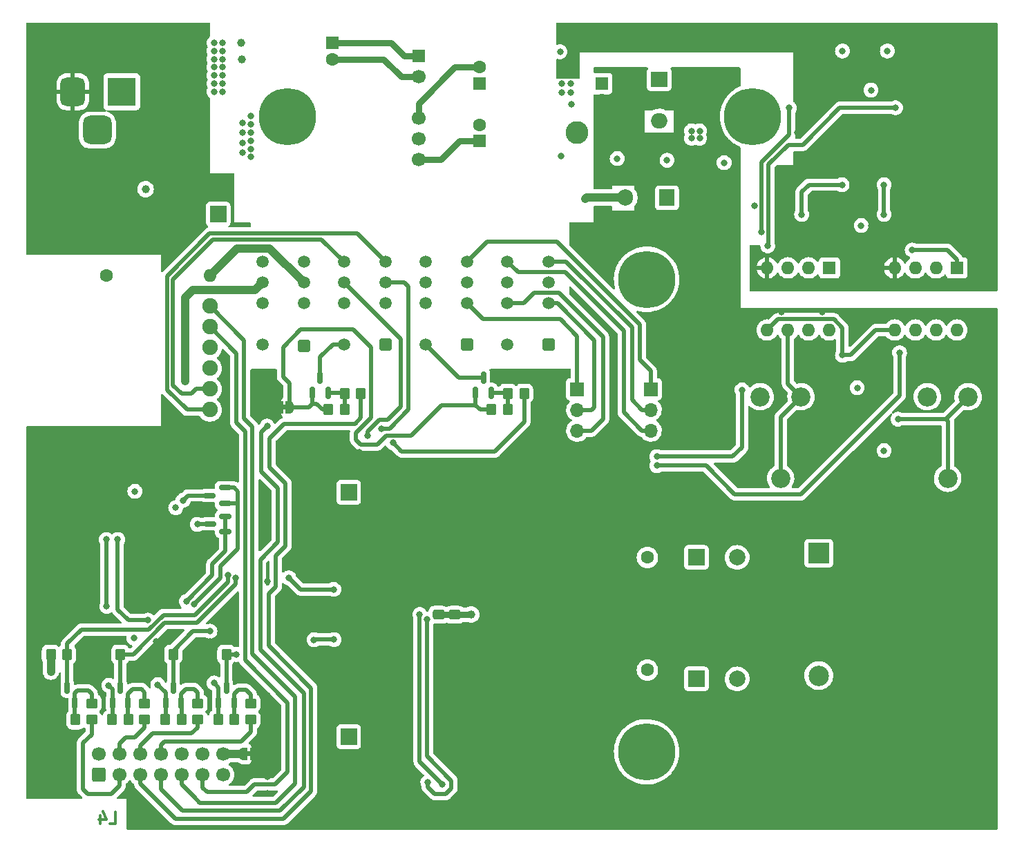
<source format=gbl>
G04 #@! TF.GenerationSoftware,KiCad,Pcbnew,6.0.6-2.fc35*
G04 #@! TF.CreationDate,2022-07-15T01:41:46+02:00*
G04 #@! TF.ProjectId,office_amp,6f666669-6365-45f6-916d-702e6b696361,rev?*
G04 #@! TF.SameCoordinates,Original*
G04 #@! TF.FileFunction,Copper,L4,Bot*
G04 #@! TF.FilePolarity,Positive*
%FSLAX46Y46*%
G04 Gerber Fmt 4.6, Leading zero omitted, Abs format (unit mm)*
G04 Created by KiCad (PCBNEW 6.0.6-2.fc35) date 2022-07-15 01:41:46*
%MOMM*%
%LPD*%
G01*
G04 APERTURE LIST*
G04 Aperture macros list*
%AMRoundRect*
0 Rectangle with rounded corners*
0 $1 Rounding radius*
0 $2 $3 $4 $5 $6 $7 $8 $9 X,Y pos of 4 corners*
0 Add a 4 corners polygon primitive as box body*
4,1,4,$2,$3,$4,$5,$6,$7,$8,$9,$2,$3,0*
0 Add four circle primitives for the rounded corners*
1,1,$1+$1,$2,$3*
1,1,$1+$1,$4,$5*
1,1,$1+$1,$6,$7*
1,1,$1+$1,$8,$9*
0 Add four rect primitives between the rounded corners*
20,1,$1+$1,$2,$3,$4,$5,0*
20,1,$1+$1,$4,$5,$6,$7,0*
20,1,$1+$1,$6,$7,$8,$9,0*
20,1,$1+$1,$8,$9,$2,$3,0*%
%AMFreePoly0*
4,1,22,0.500000,-0.750000,0.000000,-0.750000,0.000000,-0.745033,-0.079941,-0.743568,-0.215256,-0.701293,-0.333266,-0.622738,-0.424486,-0.514219,-0.481581,-0.384460,-0.499164,-0.250000,-0.500000,-0.250000,-0.500000,0.250000,-0.499164,0.250000,-0.499963,0.256109,-0.478152,0.396186,-0.417904,0.524511,-0.324060,0.630769,-0.204165,0.706417,-0.067858,0.745374,0.000000,0.744959,0.000000,0.750000,
0.500000,0.750000,0.500000,-0.750000,0.500000,-0.750000,$1*%
%AMFreePoly1*
4,1,20,0.000000,0.744959,0.073905,0.744508,0.209726,0.703889,0.328688,0.626782,0.421226,0.519385,0.479903,0.390333,0.500000,0.250000,0.500000,-0.250000,0.499851,-0.262216,0.476331,-0.402017,0.414519,-0.529596,0.319384,-0.634700,0.198574,-0.708877,0.061801,-0.746166,0.000000,-0.745033,0.000000,-0.750000,-0.500000,-0.750000,-0.500000,0.750000,0.000000,0.750000,0.000000,0.744959,
0.000000,0.744959,$1*%
G04 Aperture macros list end*
%ADD10C,0.300000*%
G04 #@! TA.AperFunction,NonConductor*
%ADD11C,0.300000*%
G04 #@! TD*
G04 #@! TA.AperFunction,SMDPad,CuDef*
%ADD12RoundRect,0.150000X0.587500X0.150000X-0.587500X0.150000X-0.587500X-0.150000X0.587500X-0.150000X0*%
G04 #@! TD*
G04 #@! TA.AperFunction,ComponentPad*
%ADD13R,3.500000X3.500000*%
G04 #@! TD*
G04 #@! TA.AperFunction,ComponentPad*
%ADD14RoundRect,0.750000X-0.750000X-1.000000X0.750000X-1.000000X0.750000X1.000000X-0.750000X1.000000X0*%
G04 #@! TD*
G04 #@! TA.AperFunction,ComponentPad*
%ADD15RoundRect,0.875000X-0.875000X-0.875000X0.875000X-0.875000X0.875000X0.875000X-0.875000X0.875000X0*%
G04 #@! TD*
G04 #@! TA.AperFunction,ComponentPad*
%ADD16R,1.600000X1.600000*%
G04 #@! TD*
G04 #@! TA.AperFunction,ComponentPad*
%ADD17C,1.700000*%
G04 #@! TD*
G04 #@! TA.AperFunction,ComponentPad*
%ADD18C,1.900000*%
G04 #@! TD*
G04 #@! TA.AperFunction,ComponentPad*
%ADD19R,2.000000X2.000000*%
G04 #@! TD*
G04 #@! TA.AperFunction,ComponentPad*
%ADD20C,2.000000*%
G04 #@! TD*
G04 #@! TA.AperFunction,ComponentPad*
%ADD21RoundRect,0.250000X0.600000X-0.600000X0.600000X0.600000X-0.600000X0.600000X-0.600000X-0.600000X0*%
G04 #@! TD*
G04 #@! TA.AperFunction,ComponentPad*
%ADD22C,1.600000*%
G04 #@! TD*
G04 #@! TA.AperFunction,ComponentPad*
%ADD23RoundRect,0.250500X0.499500X0.499500X-0.499500X0.499500X-0.499500X-0.499500X0.499500X-0.499500X0*%
G04 #@! TD*
G04 #@! TA.AperFunction,ComponentPad*
%ADD24C,1.500000*%
G04 #@! TD*
G04 #@! TA.AperFunction,ComponentPad*
%ADD25C,2.340000*%
G04 #@! TD*
G04 #@! TA.AperFunction,ComponentPad*
%ADD26R,1.905000X2.000000*%
G04 #@! TD*
G04 #@! TA.AperFunction,ComponentPad*
%ADD27O,1.905000X2.000000*%
G04 #@! TD*
G04 #@! TA.AperFunction,ComponentPad*
%ADD28O,1.600000X1.600000*%
G04 #@! TD*
G04 #@! TA.AperFunction,ComponentPad*
%ADD29R,1.700000X1.700000*%
G04 #@! TD*
G04 #@! TA.AperFunction,ComponentPad*
%ADD30O,1.700000X1.700000*%
G04 #@! TD*
G04 #@! TA.AperFunction,ComponentPad*
%ADD31C,0.600000*%
G04 #@! TD*
G04 #@! TA.AperFunction,SMDPad,CuDef*
%ADD32R,3.200000X7.100000*%
G04 #@! TD*
G04 #@! TA.AperFunction,ComponentPad*
%ADD33R,2.500000X2.500000*%
G04 #@! TD*
G04 #@! TA.AperFunction,ComponentPad*
%ADD34C,2.500000*%
G04 #@! TD*
G04 #@! TA.AperFunction,ComponentPad*
%ADD35C,7.000000*%
G04 #@! TD*
G04 #@! TA.AperFunction,ComponentPad*
%ADD36C,2.800000*%
G04 #@! TD*
G04 #@! TA.AperFunction,ComponentPad*
%ADD37R,2.000000X1.905000*%
G04 #@! TD*
G04 #@! TA.AperFunction,ComponentPad*
%ADD38O,2.000000X1.905000*%
G04 #@! TD*
G04 #@! TA.AperFunction,SMDPad,CuDef*
%ADD39RoundRect,0.250000X0.475000X-0.337500X0.475000X0.337500X-0.475000X0.337500X-0.475000X-0.337500X0*%
G04 #@! TD*
G04 #@! TA.AperFunction,SMDPad,CuDef*
%ADD40RoundRect,0.250000X0.350000X0.450000X-0.350000X0.450000X-0.350000X-0.450000X0.350000X-0.450000X0*%
G04 #@! TD*
G04 #@! TA.AperFunction,SMDPad,CuDef*
%ADD41RoundRect,0.250000X-0.350000X-0.450000X0.350000X-0.450000X0.350000X0.450000X-0.350000X0.450000X0*%
G04 #@! TD*
G04 #@! TA.AperFunction,SMDPad,CuDef*
%ADD42RoundRect,0.250000X0.450000X-0.350000X0.450000X0.350000X-0.450000X0.350000X-0.450000X-0.350000X0*%
G04 #@! TD*
G04 #@! TA.AperFunction,SMDPad,CuDef*
%ADD43FreePoly0,0.000000*%
G04 #@! TD*
G04 #@! TA.AperFunction,SMDPad,CuDef*
%ADD44FreePoly1,0.000000*%
G04 #@! TD*
G04 #@! TA.AperFunction,SMDPad,CuDef*
%ADD45RoundRect,0.150000X0.150000X-0.587500X0.150000X0.587500X-0.150000X0.587500X-0.150000X-0.587500X0*%
G04 #@! TD*
G04 #@! TA.AperFunction,SMDPad,CuDef*
%ADD46FreePoly0,180.000000*%
G04 #@! TD*
G04 #@! TA.AperFunction,SMDPad,CuDef*
%ADD47FreePoly1,180.000000*%
G04 #@! TD*
G04 #@! TA.AperFunction,ViaPad*
%ADD48C,0.800000*%
G04 #@! TD*
G04 #@! TA.AperFunction,ViaPad*
%ADD49C,1.000000*%
G04 #@! TD*
G04 #@! TA.AperFunction,Conductor*
%ADD50C,0.500000*%
G04 #@! TD*
G04 #@! TA.AperFunction,Conductor*
%ADD51C,0.800000*%
G04 #@! TD*
G04 #@! TA.AperFunction,Conductor*
%ADD52C,1.000000*%
G04 #@! TD*
G04 APERTURE END LIST*
D10*
D11*
X100700000Y-156778571D02*
X101414285Y-156778571D01*
X101414285Y-155278571D01*
X99557142Y-155778571D02*
X99557142Y-156778571D01*
X99914285Y-155207142D02*
X100271428Y-156278571D01*
X99342857Y-156278571D01*
G36*
X118000000Y-148500000D02*
G01*
X117500000Y-148500000D01*
X117500000Y-147900000D01*
X118000000Y-147900000D01*
X118000000Y-148500000D01*
G37*
G36*
X122350000Y-106000000D02*
G01*
X121850000Y-106000000D01*
X121850000Y-105400000D01*
X122350000Y-105400000D01*
X122350000Y-106000000D01*
G37*
D12*
X113000000Y-120000000D03*
X114875000Y-120950000D03*
X114875000Y-119050000D03*
X112962500Y-116500000D03*
X114837500Y-117450000D03*
X114837500Y-115550000D03*
D13*
X102200000Y-67000000D03*
D14*
X96200000Y-67000000D03*
D15*
X99200000Y-71700000D03*
D16*
X138550000Y-62600000D03*
D17*
X138550000Y-65140000D03*
X138550000Y-70220000D03*
X138550000Y-72760000D03*
X138550000Y-75300000D03*
D18*
X113000000Y-106000000D03*
X113000000Y-103460000D03*
X113000000Y-100920000D03*
X113000000Y-98380000D03*
X113000000Y-95840000D03*
X113000000Y-93300000D03*
D19*
X130000000Y-146100000D03*
D20*
X135000000Y-146100000D03*
D21*
X99380000Y-150752500D03*
D17*
X99380000Y-148212500D03*
X101920000Y-150752500D03*
X101920000Y-148212500D03*
X104460000Y-150752500D03*
X104460000Y-148212500D03*
X107000000Y-150752500D03*
X107000000Y-148212500D03*
X109540000Y-150752500D03*
X109540000Y-148212500D03*
X112080000Y-150752500D03*
X112080000Y-148212500D03*
X114620000Y-150752500D03*
X114620000Y-148212500D03*
D16*
X128000000Y-61000000D03*
D22*
X128000000Y-63000000D03*
D16*
X161000000Y-66000000D03*
D22*
X161000000Y-68000000D03*
D16*
X146000000Y-73044888D03*
D22*
X146000000Y-71044888D03*
D16*
X146000000Y-66000000D03*
D22*
X146000000Y-64000000D03*
D23*
X154500000Y-98000000D03*
D24*
X154500000Y-92920000D03*
X154500000Y-90380000D03*
X154500000Y-87840000D03*
X149420000Y-87840000D03*
X149420000Y-90380000D03*
X149420000Y-92920000D03*
X149420000Y-98000000D03*
D23*
X134500000Y-98000000D03*
D24*
X134500000Y-92920000D03*
X134500000Y-90380000D03*
X134500000Y-87840000D03*
X129420000Y-87840000D03*
X129420000Y-90380000D03*
X129420000Y-92920000D03*
X129420000Y-98000000D03*
D25*
X200900000Y-104400000D03*
X203400000Y-114400000D03*
X205900000Y-104400000D03*
X180425000Y-104400000D03*
X182925000Y-114400000D03*
X185425000Y-104400000D03*
D26*
X169000000Y-80000000D03*
D27*
X166460000Y-80000000D03*
X163920000Y-80000000D03*
D16*
X188900000Y-88600000D03*
D28*
X186360000Y-88600000D03*
X183820000Y-88600000D03*
X181280000Y-88600000D03*
X181280000Y-96220000D03*
X183820000Y-96220000D03*
X186360000Y-96220000D03*
X188900000Y-96220000D03*
D19*
X114000000Y-82000000D03*
D20*
X109000000Y-82000000D03*
D16*
X204520000Y-88600000D03*
D28*
X201980000Y-88600000D03*
X199440000Y-88600000D03*
X196900000Y-88600000D03*
X196900000Y-96220000D03*
X199440000Y-96220000D03*
X201980000Y-96220000D03*
X204520000Y-96220000D03*
D29*
X158000000Y-103475000D03*
D30*
X158000000Y-106015000D03*
X158000000Y-108555000D03*
D22*
X166600000Y-124100000D03*
X166600000Y-129100000D03*
D31*
X133000000Y-133050000D03*
X134300000Y-130450000D03*
X133000000Y-134350000D03*
X133000000Y-127850000D03*
X134300000Y-134350000D03*
X134300000Y-129150000D03*
X131700000Y-131750000D03*
X133000000Y-129150000D03*
X134300000Y-131750000D03*
X134300000Y-133050000D03*
X133000000Y-130450000D03*
X133000000Y-131750000D03*
X131700000Y-129150000D03*
X131700000Y-134350000D03*
X134300000Y-127850000D03*
X131700000Y-127850000D03*
D32*
X133000000Y-131100000D03*
D31*
X131700000Y-130450000D03*
X131700000Y-133050000D03*
D33*
X187600000Y-123600000D03*
D34*
X187600000Y-128600000D03*
X187600000Y-133600000D03*
X187600000Y-138600000D03*
D19*
X172600000Y-139000000D03*
D20*
X177600000Y-139000000D03*
D22*
X166600000Y-132900000D03*
X166600000Y-137900000D03*
D19*
X172600000Y-124100000D03*
D20*
X177600000Y-124100000D03*
D19*
X130000000Y-116100000D03*
D20*
X135000000Y-116100000D03*
D23*
X124500000Y-98180000D03*
D24*
X124500000Y-92920000D03*
X124500000Y-90380000D03*
X124500000Y-87840000D03*
X119420000Y-87840000D03*
X119420000Y-90380000D03*
X119420000Y-92920000D03*
X119420000Y-98000000D03*
D29*
X167000000Y-103475000D03*
D30*
X167000000Y-106015000D03*
X167000000Y-108555000D03*
D23*
X144500000Y-98000000D03*
D24*
X144500000Y-92920000D03*
X144500000Y-90380000D03*
X144500000Y-87840000D03*
X139420000Y-87840000D03*
X139420000Y-90380000D03*
X139420000Y-92920000D03*
X139420000Y-98000000D03*
D35*
X179500000Y-70050000D03*
X166500000Y-147950000D03*
D36*
X97250000Y-84000000D03*
D37*
X168055000Y-65460000D03*
D38*
X168055000Y-68000000D03*
X168055000Y-70540000D03*
D22*
X100300000Y-89500000D03*
D28*
X113000000Y-89500000D03*
D35*
X166500000Y-90000000D03*
D36*
X158000000Y-72000000D03*
D35*
X122500000Y-70050000D03*
D39*
X141000000Y-131137500D03*
X141000000Y-129062500D03*
D40*
X115000000Y-136000000D03*
X113000000Y-136000000D03*
X108500000Y-136000000D03*
X106500000Y-136000000D03*
X102000000Y-136000000D03*
X100000000Y-136000000D03*
D41*
X93500000Y-136000000D03*
X95500000Y-136000000D03*
D39*
X143000000Y-131137500D03*
X143000000Y-129062500D03*
D41*
X127500000Y-106000000D03*
X129500000Y-106000000D03*
X94500000Y-144000000D03*
X96500000Y-144000000D03*
D40*
X116000000Y-144000000D03*
X114000000Y-144000000D03*
X131500000Y-104000000D03*
X129500000Y-104000000D03*
X151500000Y-104000000D03*
X149500000Y-104000000D03*
D42*
X105000000Y-144000000D03*
X105000000Y-142000000D03*
X111500000Y-144000000D03*
X111500000Y-142000000D03*
X118000000Y-144000000D03*
X118000000Y-142000000D03*
D43*
X117100000Y-148200000D03*
D44*
X118400000Y-148200000D03*
D45*
X147450000Y-103937500D03*
X145550000Y-103937500D03*
X146500000Y-102062500D03*
D40*
X103000000Y-144000000D03*
X101000000Y-144000000D03*
D42*
X98500000Y-144000000D03*
X98500000Y-142000000D03*
D45*
X115950000Y-141937500D03*
X114050000Y-141937500D03*
X115000000Y-140062500D03*
D41*
X147500000Y-106000000D03*
X149500000Y-106000000D03*
D46*
X122750000Y-105700000D03*
D47*
X121450000Y-105700000D03*
D45*
X127450000Y-103937500D03*
X125550000Y-103937500D03*
X126500000Y-102062500D03*
X102950000Y-141937500D03*
X101050000Y-141937500D03*
X102000000Y-140062500D03*
X109450000Y-141937500D03*
X107550000Y-141937500D03*
X108500000Y-140062500D03*
D40*
X109500000Y-144000000D03*
X107500000Y-144000000D03*
D45*
X96450000Y-141937500D03*
X94550000Y-141937500D03*
X95500000Y-140062500D03*
D48*
X103800000Y-116000000D03*
X111450000Y-120050000D03*
X109700000Y-117100000D03*
X127000000Y-111200500D03*
X120000000Y-141000000D03*
X192000000Y-155000000D03*
X120050000Y-105700000D03*
X120000000Y-153000000D03*
D49*
X116900000Y-63000000D03*
D48*
X208000000Y-140000000D03*
X105500000Y-115900000D03*
X98500000Y-134900000D03*
X120000000Y-149000000D03*
X202000000Y-155000000D03*
X120000000Y-127000000D03*
X157000000Y-155000000D03*
X172000000Y-155000000D03*
X120000000Y-117000000D03*
X131300000Y-111200500D03*
X193000000Y-94000000D03*
X188000000Y-94000000D03*
X142000000Y-155000000D03*
X208000000Y-115000000D03*
X123850000Y-111200500D03*
X141600000Y-144800000D03*
X99900000Y-114300000D03*
X208000000Y-110000000D03*
X139500000Y-116200000D03*
X167000000Y-155000000D03*
X113000000Y-134400000D03*
X176000000Y-84500000D03*
X182000000Y-155000000D03*
X132000000Y-155000000D03*
X165000000Y-70000000D03*
X208000000Y-105000000D03*
X167000000Y-75000000D03*
X175000000Y-84500000D03*
X123550000Y-117100000D03*
X106400000Y-109600000D03*
X123550000Y-119900000D03*
X120000000Y-147000000D03*
D49*
X193000000Y-95400000D03*
D48*
X137000000Y-155000000D03*
X135400000Y-142200000D03*
X143150000Y-148500000D03*
X127500000Y-149800000D03*
X208000000Y-145000000D03*
X127250000Y-145800000D03*
X120000000Y-151000000D03*
X139450000Y-119900000D03*
X183000000Y-94000000D03*
X105650000Y-122650000D03*
X101900000Y-109600000D03*
X133400000Y-138100000D03*
X203000000Y-94000000D03*
X125850000Y-138100000D03*
X208000000Y-135000000D03*
X147000000Y-155000000D03*
X208000000Y-94000000D03*
X165000000Y-75000000D03*
X173000000Y-66000000D03*
X197000000Y-155000000D03*
X208000000Y-120000000D03*
X123600000Y-122200000D03*
X208000000Y-150000000D03*
D49*
X99000000Y-77850500D03*
D48*
X120000000Y-122000000D03*
X162000000Y-155000000D03*
X208000000Y-130000000D03*
X177000000Y-84500000D03*
X152000000Y-155000000D03*
X94000000Y-133300000D03*
X208000000Y-125000000D03*
X133500000Y-124100000D03*
X187000000Y-155000000D03*
X127000000Y-155000000D03*
X92650000Y-109550000D03*
X177000000Y-155000000D03*
X97300000Y-109600000D03*
X120000000Y-145000000D03*
X198000000Y-94000000D03*
X93100000Y-144000000D03*
X106400000Y-134400000D03*
X108000000Y-133300000D03*
X118000000Y-73000000D03*
X117000000Y-70800000D03*
X118000000Y-71000000D03*
X113500000Y-62000000D03*
X117000000Y-72000000D03*
X117000000Y-73300000D03*
X114500000Y-63000000D03*
X114500000Y-67000000D03*
D49*
X105100000Y-78950000D03*
D48*
X118000000Y-70000000D03*
X113500000Y-65000000D03*
X117000000Y-74500000D03*
X118000000Y-74000000D03*
X113500000Y-64000000D03*
X114500000Y-66000000D03*
X113500000Y-63000000D03*
X114500000Y-62000000D03*
X114500000Y-65000000D03*
X114500000Y-64000000D03*
D49*
X145000000Y-131100000D03*
D48*
X118000000Y-75000000D03*
D49*
X116800000Y-61000000D03*
D48*
X113500000Y-66000000D03*
X114500000Y-61000000D03*
X113500000Y-67000000D03*
X113500000Y-61000000D03*
X118000000Y-72000000D03*
X162900000Y-75200000D03*
X159000000Y-80150000D03*
X108800000Y-118000000D03*
X103700000Y-134000000D03*
X110000000Y-102500000D03*
X190500000Y-62000000D03*
X156000000Y-74900000D03*
X192800000Y-83400000D03*
X196000000Y-62000000D03*
X155900000Y-62100000D03*
X194000000Y-66800000D03*
X195600000Y-78400000D03*
X195600000Y-82050000D03*
X190450000Y-78400000D03*
X185500000Y-82050000D03*
X197300000Y-107150000D03*
X199050000Y-86400000D03*
X125750000Y-134200000D03*
X128200000Y-134174500D03*
X122650000Y-126600000D03*
X116136808Y-126648420D03*
X128165332Y-128025500D03*
X138700000Y-131100000D03*
X113000000Y-133150000D03*
X141450000Y-151900000D03*
X116250000Y-136000000D03*
X139600000Y-131700000D03*
X139700000Y-151650000D03*
X115200000Y-126300000D03*
X197000000Y-68950000D03*
X181350000Y-85900000D03*
X184000000Y-69000000D03*
X180600000Y-84200000D03*
X204000000Y-91000000D03*
X209000000Y-76000000D03*
X184000000Y-91000000D03*
X193000000Y-91000000D03*
X185000000Y-76000000D03*
X206000000Y-59000000D03*
X169300000Y-61700000D03*
X201000000Y-59000000D03*
X198100000Y-84550000D03*
X183000000Y-81000000D03*
X195200000Y-84300000D03*
X187300000Y-61700000D03*
X157300000Y-68500000D03*
X157200000Y-66000000D03*
X184300000Y-61700000D03*
X157200000Y-67100000D03*
X189850000Y-64150000D03*
X209000000Y-71000000D03*
X185000000Y-72000000D03*
X209000000Y-86000000D03*
X196000000Y-59000000D03*
X209000000Y-81000000D03*
X180000000Y-87000000D03*
X174300000Y-61700000D03*
X156900000Y-59000000D03*
X209000000Y-91000000D03*
X156100000Y-66000000D03*
X179300000Y-61700000D03*
X157300000Y-64500000D03*
X185000000Y-67000000D03*
X209000000Y-66000000D03*
X183000000Y-77000000D03*
X194100000Y-78300000D03*
X194000000Y-83400000D03*
X183000000Y-85000000D03*
X164000000Y-61700000D03*
X185000000Y-63000000D03*
X209000000Y-61000000D03*
X156100000Y-67100000D03*
X191300000Y-66700000D03*
X187900000Y-84450000D03*
X180000000Y-91000000D03*
X195200000Y-83400000D03*
X93500000Y-138100000D03*
X100600000Y-139800000D03*
X113500000Y-139500000D03*
X106600000Y-139700000D03*
X179700000Y-81000000D03*
X192300000Y-103300000D03*
X172000000Y-72700000D03*
X173000000Y-72700000D03*
X176000000Y-75700000D03*
X195600000Y-111000000D03*
X172000000Y-71800000D03*
X169000000Y-75400000D03*
X173000000Y-71800000D03*
X197500000Y-99000000D03*
X167750000Y-112850000D03*
X100350000Y-130100000D03*
X100300000Y-121900000D03*
X105400000Y-131800000D03*
X101700000Y-121900000D03*
X167750000Y-111750000D03*
X178200000Y-103550000D03*
X135450000Y-110050000D03*
X120000000Y-108000000D03*
X110100000Y-129500000D03*
X111100000Y-129850000D03*
X134000000Y-108300000D03*
X132300000Y-109200000D03*
X190500000Y-99300000D03*
D50*
X114875000Y-120950000D02*
X114875000Y-119050000D01*
X114875000Y-120950000D02*
X114875000Y-123325000D01*
X114875000Y-123325000D02*
X113300000Y-124900000D01*
X113300000Y-126300000D02*
X110100000Y-129500000D01*
X113300000Y-124900000D02*
X113300000Y-126300000D01*
X116400000Y-123100000D02*
X116400000Y-117400000D01*
X116400000Y-117400000D02*
X116400000Y-116000000D01*
X114837500Y-117450000D02*
X116350000Y-117450000D01*
X116350000Y-117450000D02*
X116400000Y-117400000D01*
X111100000Y-129850000D02*
X114300000Y-126650000D01*
X114300000Y-126650000D02*
X114300000Y-125200000D01*
X116400000Y-116000000D02*
X115950000Y-115550000D01*
X114300000Y-125200000D02*
X116400000Y-123100000D01*
X115950000Y-115550000D02*
X114837500Y-115550000D01*
X111500000Y-120000000D02*
X111450000Y-120050000D01*
X113000000Y-120000000D02*
X111500000Y-120000000D01*
X112962500Y-116500000D02*
X110300000Y-116500000D01*
X110300000Y-116500000D02*
X109700000Y-117100000D01*
D51*
X120050000Y-105700000D02*
X121450000Y-105700000D01*
X143000000Y-131137500D02*
X141000000Y-131137500D01*
X143000000Y-131137500D02*
X144962500Y-131137500D01*
X144962500Y-131137500D02*
X145000000Y-131100000D01*
D52*
X159150000Y-80000000D02*
X159000000Y-80150000D01*
X163920000Y-80000000D02*
X159150000Y-80000000D01*
X110000000Y-92200000D02*
X110000000Y-102500000D01*
X118500000Y-91300000D02*
X114800000Y-91300000D01*
X114800000Y-91300000D02*
X110900000Y-91300000D01*
X119420000Y-90380000D02*
X118500000Y-91300000D01*
X110900000Y-91300000D02*
X110000000Y-92200000D01*
X116300000Y-86200000D02*
X113000000Y-89500000D01*
X124500000Y-90380000D02*
X120320000Y-86200000D01*
X120320000Y-86200000D02*
X116300000Y-86200000D01*
D51*
X128000000Y-61000000D02*
X135200000Y-61000000D01*
X135200000Y-61000000D02*
X136800000Y-62600000D01*
X136800000Y-62600000D02*
X138550000Y-62600000D01*
X136440000Y-65140000D02*
X138550000Y-65140000D01*
X128000000Y-63000000D02*
X134300000Y-63000000D01*
X134300000Y-63000000D02*
X136440000Y-65140000D01*
D50*
X195600000Y-78400000D02*
X195600000Y-82050000D01*
X185500000Y-79300000D02*
X185500000Y-82050000D01*
X190450000Y-78400000D02*
X186400000Y-78400000D01*
X186400000Y-78400000D02*
X185500000Y-79300000D01*
X203150000Y-107150000D02*
X205900000Y-104400000D01*
X203400000Y-107400000D02*
X203150000Y-107150000D01*
X203400000Y-114400000D02*
X203400000Y-107400000D01*
X197300000Y-107150000D02*
X203150000Y-107150000D01*
X182925000Y-114400000D02*
X182925000Y-106900000D01*
X183820000Y-96220000D02*
X183820000Y-102795000D01*
X183820000Y-102795000D02*
X185425000Y-104400000D01*
X182925000Y-106900000D02*
X185425000Y-104400000D01*
X199050000Y-86400000D02*
X203350000Y-86400000D01*
X204520000Y-87570000D02*
X204520000Y-88600000D01*
X203350000Y-86400000D02*
X204520000Y-87570000D01*
X128200000Y-134174500D02*
X125775500Y-134174500D01*
X125775500Y-134174500D02*
X125750000Y-134200000D01*
D51*
X143555112Y-73044888D02*
X146000000Y-73044888D01*
X141300000Y-75300000D02*
X143555112Y-73044888D01*
X138550000Y-75300000D02*
X141300000Y-75300000D01*
D50*
X156640000Y-87840000D02*
X164700000Y-95900000D01*
X165915000Y-106015000D02*
X167000000Y-106015000D01*
X164700000Y-104800000D02*
X165915000Y-106015000D01*
X154500000Y-87840000D02*
X156640000Y-87840000D01*
X164700000Y-95900000D02*
X164700000Y-104800000D01*
X163700000Y-106300000D02*
X163700000Y-96300000D01*
X150730000Y-89150000D02*
X149420000Y-87840000D01*
X163700000Y-96300000D02*
X156550000Y-89150000D01*
X156550000Y-89150000D02*
X150730000Y-89150000D01*
X165955000Y-108555000D02*
X163700000Y-106300000D01*
X167000000Y-108555000D02*
X165955000Y-108555000D01*
X103597918Y-136000000D02*
X102000000Y-136000000D01*
X124075500Y-128025500D02*
X128165332Y-128025500D01*
X116136808Y-126648420D02*
X116136808Y-127413192D01*
X116136808Y-127413192D02*
X111400000Y-132150000D01*
X111400000Y-132150000D02*
X107447918Y-132150000D01*
X122650000Y-126600000D02*
X124075500Y-128025500D01*
X107447918Y-132150000D02*
X103597918Y-136000000D01*
X102000000Y-140062500D02*
X102000000Y-136000000D01*
X108500000Y-136000000D02*
X108500000Y-135550000D01*
X138700000Y-149150000D02*
X138700000Y-131100000D01*
X141450000Y-151900000D02*
X138700000Y-149150000D01*
X110900000Y-133150000D02*
X113000000Y-133150000D01*
X108500000Y-140062500D02*
X108500000Y-136000000D01*
X108500000Y-135550000D02*
X110900000Y-133150000D01*
X115000000Y-140062500D02*
X115000000Y-136000000D01*
X141900000Y-153100000D02*
X142600000Y-152400000D01*
X140550000Y-153100000D02*
X141900000Y-153100000D01*
X139700000Y-152250000D02*
X140550000Y-153100000D01*
X142600000Y-152400000D02*
X142600000Y-151500000D01*
X139600000Y-148500000D02*
X139600000Y-131700000D01*
X115000000Y-136000000D02*
X116250000Y-136000000D01*
X139700000Y-151650000D02*
X139700000Y-152250000D01*
X142600000Y-151500000D02*
X139600000Y-148500000D01*
X95500000Y-134700000D02*
X95500000Y-136000000D01*
X95500000Y-140062500D02*
X95500000Y-136000000D01*
X115200000Y-126300000D02*
X115200000Y-127100000D01*
X105500000Y-132950000D02*
X97250000Y-132950000D01*
X97250000Y-132950000D02*
X95500000Y-134700000D01*
X111150000Y-131150000D02*
X107300000Y-131150000D01*
X107300000Y-131150000D02*
X105500000Y-132950000D01*
X115200000Y-127100000D02*
X111150000Y-131150000D01*
X181350000Y-85900000D02*
X181449511Y-85800489D01*
X190150000Y-69000000D02*
X190200000Y-68950000D01*
X181449511Y-85800489D02*
X181449511Y-79050489D01*
X185650000Y-73500000D02*
X190150000Y-69000000D01*
X181449511Y-79050489D02*
X181449511Y-75900489D01*
X183850000Y-73500000D02*
X185650000Y-73500000D01*
X190200000Y-68950000D02*
X197000000Y-68950000D01*
X181449511Y-75900489D02*
X183850000Y-73500000D01*
X110750000Y-104050000D02*
X109500000Y-104050000D01*
X113000000Y-103460000D02*
X111340000Y-103460000D01*
X108450000Y-103000000D02*
X108450000Y-90000000D01*
X113350000Y-85100000D02*
X126680000Y-85100000D01*
X109500000Y-104050000D02*
X108450000Y-103000000D01*
X126680000Y-85100000D02*
X129420000Y-87840000D01*
X111340000Y-103460000D02*
X110750000Y-104050000D01*
X108450000Y-90000000D02*
X113350000Y-85100000D01*
X112949520Y-84400480D02*
X131060480Y-84400480D01*
X131060480Y-84400480D02*
X134500000Y-87840000D01*
X107750480Y-103550480D02*
X107750480Y-89599520D01*
X110200000Y-106000000D02*
X107750480Y-103550480D01*
X107750480Y-89599520D02*
X112949520Y-84400480D01*
X113000000Y-106000000D02*
X110200000Y-106000000D01*
X184000000Y-69000000D02*
X184000000Y-72250000D01*
X184000000Y-72250000D02*
X180600000Y-75650000D01*
X180600000Y-75650000D02*
X180600000Y-84200000D01*
X167000000Y-101250000D02*
X165649520Y-99899520D01*
X155542824Y-85400000D02*
X146940000Y-85400000D01*
X165649520Y-99899520D02*
X165649520Y-95506696D01*
X146940000Y-85400000D02*
X144500000Y-87840000D01*
X167000000Y-103475000D02*
X167000000Y-101250000D01*
X165649520Y-95506696D02*
X155542824Y-85400000D01*
X155750000Y-91650000D02*
X161150000Y-97050000D01*
X152750000Y-91650000D02*
X155750000Y-91650000D01*
X159745000Y-108555000D02*
X158000000Y-108555000D01*
X161150000Y-107150000D02*
X159745000Y-108555000D01*
X151480000Y-92920000D02*
X152750000Y-91650000D01*
X149420000Y-92920000D02*
X151480000Y-92920000D01*
X161150000Y-97050000D02*
X161150000Y-107150000D01*
X158000000Y-106015000D02*
X159785000Y-106015000D01*
X160100000Y-97450000D02*
X155570000Y-92920000D01*
X160100000Y-105700000D02*
X160100000Y-97450000D01*
X159785000Y-106015000D02*
X160100000Y-105700000D01*
X155570000Y-92920000D02*
X154500000Y-92920000D01*
X107550000Y-141937500D02*
X107550000Y-140650000D01*
X101050000Y-143950000D02*
X101000000Y-144000000D01*
X107550000Y-140650000D02*
X106600000Y-139700000D01*
D52*
X93500000Y-136000000D02*
X93500000Y-138100000D01*
D50*
X101050000Y-141937500D02*
X101050000Y-140250000D01*
X107550000Y-141937500D02*
X107550000Y-143950000D01*
X114050000Y-143950000D02*
X114000000Y-144000000D01*
X114050000Y-141937500D02*
X114050000Y-140050000D01*
X101050000Y-140250000D02*
X100600000Y-139800000D01*
X107550000Y-143950000D02*
X107500000Y-144000000D01*
X114050000Y-141937500D02*
X114050000Y-143950000D01*
X114050000Y-140050000D02*
X113500000Y-139500000D01*
X101050000Y-141937500D02*
X101050000Y-143950000D01*
D52*
X114620000Y-148212500D02*
X117087500Y-148212500D01*
X117087500Y-148212500D02*
X117100000Y-148200000D01*
D51*
X138550000Y-68450000D02*
X143000000Y-64000000D01*
X143000000Y-64000000D02*
X146000000Y-64000000D01*
X138550000Y-70220000D02*
X138550000Y-68450000D01*
D50*
X131500000Y-110250000D02*
X133500000Y-110250000D01*
X122750000Y-105700000D02*
X125100000Y-105700000D01*
X132750000Y-107000000D02*
X130900000Y-108850000D01*
X124100000Y-96150000D02*
X130550000Y-96150000D01*
X146100000Y-106000000D02*
X145550000Y-105450000D01*
X126050000Y-105250000D02*
X125550000Y-105250000D01*
X130900000Y-108850000D02*
X130900000Y-109650000D01*
X132750000Y-98350000D02*
X132750000Y-107000000D01*
X145550000Y-105450000D02*
X145550000Y-103937500D01*
X122750000Y-102750000D02*
X121950000Y-101950000D01*
X147500000Y-106000000D02*
X146100000Y-106000000D01*
X133500000Y-110250000D02*
X134600000Y-109150000D01*
X137650000Y-109150000D02*
X141350000Y-105450000D01*
X126800000Y-106000000D02*
X126050000Y-105250000D01*
X125100000Y-105700000D02*
X125550000Y-105250000D01*
X125550000Y-105250000D02*
X125550000Y-103937500D01*
X141350000Y-105450000D02*
X145550000Y-105450000D01*
X122750000Y-105700000D02*
X122750000Y-102750000D01*
X130900000Y-109650000D02*
X131500000Y-110250000D01*
X130550000Y-96150000D02*
X132750000Y-98350000D01*
X134600000Y-109150000D02*
X137650000Y-109150000D01*
X121950000Y-98300000D02*
X124100000Y-96150000D01*
X127500000Y-106000000D02*
X126800000Y-106000000D01*
X121950000Y-101950000D02*
X121950000Y-98300000D01*
X185400000Y-116350000D02*
X177300000Y-116350000D01*
X177300000Y-116350000D02*
X173800000Y-112850000D01*
X173800000Y-112850000D02*
X167750000Y-112850000D01*
X197500000Y-99000000D02*
X197500000Y-104250000D01*
X197500000Y-104250000D02*
X185400000Y-116350000D01*
X122500000Y-150400000D02*
X122500000Y-141900000D01*
X112080000Y-152330000D02*
X112650000Y-152900000D01*
X117500000Y-152900000D02*
X118450000Y-151950000D01*
X122500000Y-141900000D02*
X117300000Y-136700000D01*
X112080000Y-150752500D02*
X112080000Y-152330000D01*
X117300000Y-108650000D02*
X116250000Y-107600000D01*
X116250000Y-99090000D02*
X113000000Y-95840000D01*
X118450000Y-151950000D02*
X120950000Y-151950000D01*
X112650000Y-152900000D02*
X117500000Y-152900000D01*
X120950000Y-151950000D02*
X122500000Y-150400000D01*
X117300000Y-136700000D02*
X117300000Y-108650000D01*
X116250000Y-107600000D02*
X116250000Y-99090000D01*
X123400000Y-151850000D02*
X123400000Y-141150000D01*
X117200000Y-97500000D02*
X113000000Y-93300000D01*
X118200000Y-135950000D02*
X118200000Y-108100000D01*
X109540000Y-151954581D02*
X111035419Y-153450000D01*
X111035419Y-153485419D02*
X111750000Y-154200000D01*
X109540000Y-150752500D02*
X109540000Y-151954581D01*
X117200000Y-107100000D02*
X117200000Y-97500000D01*
X123400000Y-141150000D02*
X118200000Y-135950000D01*
X111750000Y-154200000D02*
X121050000Y-154200000D01*
X111035419Y-153450000D02*
X111035419Y-153485419D01*
X118200000Y-108100000D02*
X117200000Y-107100000D01*
X121050000Y-154200000D02*
X123400000Y-151850000D01*
X100300000Y-130050000D02*
X100350000Y-130100000D01*
X100300000Y-121900000D02*
X100300000Y-130050000D01*
X101700000Y-130500000D02*
X101700000Y-121900000D01*
X103000000Y-131800000D02*
X101700000Y-130500000D01*
X105400000Y-131800000D02*
X103000000Y-131800000D01*
X178200000Y-103550000D02*
X178200000Y-110600000D01*
X177050000Y-111750000D02*
X167750000Y-111750000D01*
X178200000Y-110600000D02*
X177050000Y-111750000D01*
X119150000Y-124400000D02*
X121300000Y-122250000D01*
X119250000Y-113550000D02*
X119250000Y-108750000D01*
X109600000Y-155150000D02*
X121600000Y-155150000D01*
X151500000Y-107500000D02*
X151500000Y-104000000D01*
X121300000Y-122250000D02*
X121300000Y-115600000D01*
X136500000Y-111100000D02*
X136750000Y-111100000D01*
X121600000Y-155150000D02*
X124500000Y-152250000D01*
X121300000Y-115600000D02*
X119250000Y-113550000D01*
X135450000Y-110050000D02*
X136500000Y-111100000D01*
X107000000Y-150752500D02*
X107000000Y-152550000D01*
X147900000Y-111100000D02*
X151500000Y-107500000D01*
X136750000Y-111100000D02*
X147900000Y-111100000D01*
X119250000Y-108750000D02*
X120000000Y-108000000D01*
X107000000Y-152550000D02*
X109600000Y-155150000D01*
X119200000Y-132650000D02*
X119150000Y-132600000D01*
X119150000Y-132600000D02*
X119150000Y-124400000D01*
X124500000Y-152250000D02*
X124500000Y-140750000D01*
X124500000Y-140750000D02*
X119200000Y-135450000D01*
X119200000Y-135450000D02*
X119200000Y-132650000D01*
X122250000Y-115000000D02*
X120300000Y-113050000D01*
X104460000Y-150752500D02*
X104460000Y-151860000D01*
X131500000Y-107000000D02*
X131500000Y-104000000D01*
X130750000Y-107750000D02*
X131500000Y-107000000D01*
X121050000Y-123900000D02*
X122250000Y-122700000D01*
X120300000Y-113050000D02*
X120300000Y-109500000D01*
X120200000Y-128550000D02*
X121050000Y-127700000D01*
X108750000Y-156150000D02*
X122000000Y-156150000D01*
X122250000Y-122700000D02*
X122250000Y-115000000D01*
X122050000Y-107750000D02*
X130750000Y-107750000D01*
X120300000Y-109500000D02*
X122050000Y-107750000D01*
X122000000Y-156150000D02*
X125400000Y-152750000D01*
X125400000Y-152750000D02*
X125400000Y-140150000D01*
X104460000Y-151860000D02*
X108750000Y-156150000D01*
X125400000Y-140150000D02*
X120200000Y-134950000D01*
X120200000Y-134950000D02*
X120200000Y-128550000D01*
X121050000Y-127700000D02*
X121050000Y-123900000D01*
X143482500Y-102062500D02*
X139420000Y-98000000D01*
X146500000Y-102062500D02*
X143482500Y-102062500D01*
X128050000Y-98000000D02*
X129420000Y-98000000D01*
X126500000Y-99550000D02*
X128050000Y-98000000D01*
X126500000Y-102062500D02*
X126500000Y-99550000D01*
X149437500Y-103937500D02*
X149500000Y-104000000D01*
X149500000Y-106000000D02*
X149500000Y-104000000D01*
X147450000Y-103937500D02*
X149437500Y-103937500D01*
X129437500Y-103937500D02*
X129500000Y-104000000D01*
X127450000Y-103937500D02*
X129437500Y-103937500D01*
X129500000Y-104000000D02*
X129500000Y-106000000D01*
X109500000Y-141987500D02*
X109450000Y-141937500D01*
X109450000Y-141937500D02*
X109450000Y-140850000D01*
X109500000Y-144000000D02*
X109500000Y-141987500D01*
X111500000Y-142000000D02*
X111500000Y-140700000D01*
X110050000Y-140250000D02*
X111050000Y-140250000D01*
X109450000Y-140850000D02*
X110050000Y-140250000D01*
X111500000Y-140700000D02*
X111050000Y-140250000D01*
X96450000Y-141937500D02*
X96450000Y-143950000D01*
X96750000Y-140450000D02*
X98150000Y-140450000D01*
X96450000Y-141937500D02*
X96450000Y-140750000D01*
X98500000Y-140800000D02*
X98500000Y-142000000D01*
X96450000Y-140750000D02*
X96750000Y-140450000D01*
X96450000Y-143950000D02*
X96500000Y-144000000D01*
X98150000Y-140450000D02*
X98500000Y-140800000D01*
X102950000Y-140800000D02*
X103500000Y-140250000D01*
X104600000Y-140250000D02*
X105000000Y-140650000D01*
X102950000Y-143950000D02*
X103000000Y-144000000D01*
X102950000Y-141937500D02*
X102950000Y-143950000D01*
X103500000Y-140250000D02*
X104600000Y-140250000D01*
X105000000Y-140650000D02*
X105000000Y-142000000D01*
X102950000Y-141937500D02*
X102950000Y-140800000D01*
X118000000Y-140900000D02*
X118000000Y-142000000D01*
X116000000Y-141987500D02*
X115950000Y-141937500D01*
X115950000Y-140850000D02*
X116450000Y-140350000D01*
X116450000Y-140350000D02*
X117450000Y-140350000D01*
X117450000Y-140350000D02*
X118000000Y-140900000D01*
X115950000Y-141937500D02*
X115950000Y-140850000D01*
X116000000Y-144000000D02*
X116000000Y-141987500D01*
X158000000Y-96950000D02*
X158000000Y-103475000D01*
X155950000Y-94900000D02*
X158000000Y-96950000D01*
X146480000Y-94900000D02*
X155950000Y-94900000D01*
X144500000Y-92920000D02*
X146480000Y-94900000D01*
X98500000Y-145800000D02*
X98500000Y-144000000D01*
X101920000Y-152130000D02*
X100900000Y-153150000D01*
X100900000Y-153150000D02*
X98050000Y-153150000D01*
X101920000Y-150752500D02*
X101920000Y-152130000D01*
X97450000Y-146850000D02*
X98500000Y-145800000D01*
X97450000Y-152550000D02*
X97450000Y-146850000D01*
X98050000Y-153150000D02*
X97450000Y-152550000D01*
X105000000Y-145000000D02*
X103800000Y-146200000D01*
X105000000Y-144000000D02*
X105000000Y-145000000D01*
X102650000Y-146200000D02*
X101920000Y-146930000D01*
X103800000Y-146200000D02*
X102650000Y-146200000D01*
X101920000Y-146930000D02*
X101920000Y-148212500D01*
X111500000Y-144000000D02*
X111500000Y-144950000D01*
X111500000Y-144950000D02*
X110750000Y-145700000D01*
X104460000Y-147190000D02*
X104460000Y-148212500D01*
X110750000Y-145700000D02*
X105950000Y-145700000D01*
X105950000Y-145700000D02*
X104460000Y-147190000D01*
X118000000Y-145500000D02*
X118000000Y-144000000D01*
X107000000Y-147100000D02*
X107400000Y-146700000D01*
X107000000Y-148212500D02*
X107000000Y-147100000D01*
X116800000Y-146700000D02*
X118000000Y-145500000D01*
X107400000Y-146700000D02*
X116800000Y-146700000D01*
X134000000Y-108300000D02*
X135050000Y-108300000D01*
X137350000Y-106000000D02*
X137350000Y-90900000D01*
X137350000Y-90900000D02*
X136830000Y-90380000D01*
X135050000Y-108300000D02*
X137350000Y-106000000D01*
X136830000Y-90380000D02*
X134500000Y-90380000D01*
X132300000Y-109200000D02*
X132300000Y-108700000D01*
X134750000Y-107250000D02*
X136350000Y-105650000D01*
X132300000Y-108700000D02*
X133750000Y-107250000D01*
X136350000Y-97310000D02*
X129420000Y-90380000D01*
X136350000Y-105650000D02*
X136350000Y-97310000D01*
X133750000Y-107250000D02*
X134750000Y-107250000D01*
X194580000Y-96220000D02*
X191500000Y-99300000D01*
X190500000Y-95950000D02*
X190500000Y-99300000D01*
X182600000Y-94900000D02*
X189450000Y-94900000D01*
X196900000Y-96220000D02*
X194580000Y-96220000D01*
X191500000Y-99300000D02*
X190500000Y-99300000D01*
X181280000Y-96220000D02*
X182600000Y-94900000D01*
X189450000Y-94900000D02*
X190500000Y-95950000D01*
G04 #@! TA.AperFunction,Conductor*
G36*
X166616070Y-64020002D02*
G01*
X166662563Y-64073658D01*
X166672667Y-64143932D01*
X166648777Y-64201563D01*
X166604385Y-64260795D01*
X166553255Y-64397184D01*
X166546500Y-64459366D01*
X166546500Y-66460634D01*
X166553255Y-66522816D01*
X166604385Y-66659205D01*
X166691739Y-66775761D01*
X166808295Y-66863115D01*
X166944684Y-66914245D01*
X167006866Y-66921000D01*
X169103134Y-66921000D01*
X169165316Y-66914245D01*
X169301705Y-66863115D01*
X169418261Y-66775761D01*
X169505615Y-66659205D01*
X169556745Y-66522816D01*
X169563500Y-66460634D01*
X169563500Y-64459366D01*
X169556745Y-64397184D01*
X169505615Y-64260795D01*
X169461223Y-64201564D01*
X169436377Y-64135058D01*
X169451430Y-64065676D01*
X169501605Y-64015446D01*
X169562051Y-64000000D01*
X177874000Y-64000000D01*
X177942121Y-64020002D01*
X177988614Y-64073658D01*
X178000000Y-64126000D01*
X178000000Y-66246741D01*
X177979998Y-66314862D01*
X177926852Y-66361120D01*
X177640638Y-66493369D01*
X177302446Y-66691785D01*
X177186863Y-66775761D01*
X176987711Y-66920453D01*
X176987705Y-66920458D01*
X176985230Y-66922256D01*
X176692017Y-67182583D01*
X176689938Y-67184828D01*
X176689931Y-67184835D01*
X176427694Y-67468026D01*
X176425608Y-67470279D01*
X176350831Y-67568794D01*
X176191378Y-67778866D01*
X176188544Y-67782599D01*
X175983089Y-68116562D01*
X175811203Y-68468980D01*
X175810131Y-68471864D01*
X175810130Y-68471865D01*
X175751899Y-68628444D01*
X175674527Y-68836489D01*
X175574367Y-69215581D01*
X175564243Y-69278089D01*
X175534285Y-69463056D01*
X175511677Y-69602638D01*
X175511483Y-69605718D01*
X175511483Y-69605720D01*
X175502450Y-69749305D01*
X175487057Y-69993965D01*
X175488619Y-70038690D01*
X175500139Y-70368580D01*
X175500741Y-70385827D01*
X175501147Y-70388871D01*
X175501148Y-70388881D01*
X175523047Y-70553004D01*
X175552599Y-70774484D01*
X175553299Y-70777468D01*
X175553300Y-70777474D01*
X175606741Y-71005320D01*
X175642136Y-71156225D01*
X175768496Y-71527407D01*
X175930475Y-71884487D01*
X176126525Y-72224056D01*
X176128314Y-72226554D01*
X176128316Y-72226558D01*
X176350531Y-72536944D01*
X176354776Y-72542874D01*
X176356802Y-72545189D01*
X176356805Y-72545192D01*
X176520534Y-72732217D01*
X176613049Y-72837896D01*
X176898878Y-73106308D01*
X177209536Y-73345546D01*
X177212139Y-73347173D01*
X177212144Y-73347176D01*
X177262859Y-73378866D01*
X177542056Y-73553328D01*
X177893266Y-73727670D01*
X177909767Y-73733938D01*
X177918744Y-73737348D01*
X177975322Y-73780237D01*
X177999731Y-73846906D01*
X178000000Y-73855136D01*
X178000000Y-93500000D01*
X209365500Y-93500000D01*
X209433621Y-93520002D01*
X209480114Y-93573658D01*
X209491500Y-93626000D01*
X209491500Y-157365500D01*
X209471498Y-157433621D01*
X209417842Y-157480114D01*
X209365500Y-157491500D01*
X102876000Y-157491500D01*
X102807879Y-157471498D01*
X102761386Y-157417842D01*
X102750000Y-157365500D01*
X102750000Y-153700000D01*
X101726872Y-153700000D01*
X101658751Y-153679998D01*
X101612258Y-153626342D01*
X101602154Y-153556068D01*
X101631648Y-153491488D01*
X101637776Y-153484905D01*
X102408910Y-152713770D01*
X102423323Y-152701384D01*
X102434918Y-152692851D01*
X102434923Y-152692846D01*
X102440818Y-152688508D01*
X102445557Y-152682930D01*
X102445560Y-152682927D01*
X102475041Y-152648225D01*
X102481971Y-152640709D01*
X102487660Y-152635020D01*
X102489918Y-152632166D01*
X102489927Y-152632156D01*
X102505274Y-152612758D01*
X102508062Y-152609358D01*
X102550595Y-152559293D01*
X102550598Y-152559289D01*
X102555333Y-152553715D01*
X102558660Y-152547200D01*
X102562019Y-152542163D01*
X102565192Y-152537025D01*
X102569734Y-152531284D01*
X102600655Y-152465125D01*
X102602561Y-152461225D01*
X102603091Y-152460188D01*
X102635769Y-152396192D01*
X102637508Y-152389083D01*
X102639604Y-152383449D01*
X102641523Y-152377679D01*
X102644622Y-152371050D01*
X102649032Y-152349852D01*
X102659490Y-152299571D01*
X102660461Y-152295282D01*
X102660703Y-152294293D01*
X102677808Y-152224390D01*
X102678322Y-152216115D01*
X102678500Y-152213236D01*
X102678535Y-152213238D01*
X102678775Y-152209266D01*
X102679152Y-152205045D01*
X102680641Y-152197885D01*
X102678546Y-152120458D01*
X102678500Y-152117050D01*
X102678500Y-151945132D01*
X102698502Y-151877011D01*
X102731331Y-151842554D01*
X102799860Y-151793673D01*
X102826370Y-151767256D01*
X102912460Y-151681466D01*
X102958096Y-151635989D01*
X102961116Y-151631787D01*
X103088453Y-151454577D01*
X103089776Y-151455528D01*
X103136645Y-151412357D01*
X103206580Y-151400125D01*
X103272026Y-151427644D01*
X103299875Y-151459494D01*
X103359987Y-151557588D01*
X103506250Y-151726438D01*
X103652224Y-151847628D01*
X103660474Y-151854477D01*
X103700109Y-151913379D01*
X103705574Y-151941206D01*
X103710265Y-151998874D01*
X103711140Y-152009637D01*
X103713396Y-152016601D01*
X103714587Y-152022560D01*
X103715971Y-152028415D01*
X103716818Y-152035681D01*
X103741735Y-152104327D01*
X103743152Y-152108455D01*
X103752925Y-152138621D01*
X103765649Y-152177899D01*
X103769445Y-152184154D01*
X103771951Y-152189628D01*
X103774670Y-152195058D01*
X103777167Y-152201937D01*
X103781180Y-152208057D01*
X103781180Y-152208058D01*
X103817186Y-152262976D01*
X103819523Y-152266680D01*
X103857405Y-152329107D01*
X103861121Y-152333315D01*
X103861122Y-152333316D01*
X103864803Y-152337484D01*
X103864776Y-152337508D01*
X103867429Y-152340500D01*
X103870132Y-152343733D01*
X103874144Y-152349852D01*
X103896521Y-152371050D01*
X103930383Y-152403128D01*
X103932825Y-152405506D01*
X108166230Y-156638911D01*
X108178616Y-156653323D01*
X108187149Y-156664918D01*
X108187154Y-156664923D01*
X108191492Y-156670818D01*
X108197070Y-156675557D01*
X108197073Y-156675560D01*
X108231768Y-156705035D01*
X108239284Y-156711965D01*
X108244979Y-156717660D01*
X108247861Y-156719940D01*
X108267251Y-156735281D01*
X108270655Y-156738072D01*
X108320703Y-156780591D01*
X108326285Y-156785333D01*
X108332801Y-156788661D01*
X108337850Y-156792028D01*
X108342979Y-156795195D01*
X108348716Y-156799734D01*
X108414875Y-156830655D01*
X108418769Y-156832558D01*
X108483808Y-156865769D01*
X108490916Y-156867508D01*
X108496559Y-156869607D01*
X108502322Y-156871524D01*
X108508950Y-156874622D01*
X108516112Y-156876112D01*
X108516113Y-156876112D01*
X108580412Y-156889486D01*
X108584696Y-156890456D01*
X108655610Y-156907808D01*
X108661212Y-156908156D01*
X108661215Y-156908156D01*
X108666764Y-156908500D01*
X108666762Y-156908536D01*
X108670755Y-156908775D01*
X108674947Y-156909149D01*
X108682115Y-156910640D01*
X108759520Y-156908546D01*
X108762928Y-156908500D01*
X121932930Y-156908500D01*
X121951880Y-156909933D01*
X121966115Y-156912099D01*
X121966119Y-156912099D01*
X121973349Y-156913199D01*
X121980641Y-156912606D01*
X121980644Y-156912606D01*
X122026018Y-156908915D01*
X122036233Y-156908500D01*
X122044293Y-156908500D01*
X122061680Y-156906473D01*
X122072507Y-156905211D01*
X122076882Y-156904778D01*
X122142339Y-156899454D01*
X122142342Y-156899453D01*
X122149637Y-156898860D01*
X122156601Y-156896604D01*
X122162560Y-156895413D01*
X122168415Y-156894029D01*
X122175681Y-156893182D01*
X122244327Y-156868265D01*
X122248455Y-156866848D01*
X122310936Y-156846607D01*
X122310938Y-156846606D01*
X122317899Y-156844351D01*
X122324154Y-156840555D01*
X122329628Y-156838049D01*
X122335058Y-156835330D01*
X122341937Y-156832833D01*
X122348058Y-156828820D01*
X122402976Y-156792814D01*
X122406680Y-156790477D01*
X122469107Y-156752595D01*
X122477484Y-156745197D01*
X122477508Y-156745224D01*
X122480500Y-156742571D01*
X122483733Y-156739868D01*
X122489852Y-156735856D01*
X122543128Y-156679617D01*
X122545506Y-156677175D01*
X125888911Y-153333770D01*
X125903323Y-153321384D01*
X125914918Y-153312851D01*
X125914923Y-153312846D01*
X125920818Y-153308508D01*
X125925557Y-153302930D01*
X125925560Y-153302927D01*
X125955035Y-153268232D01*
X125961965Y-153260716D01*
X125967660Y-153255021D01*
X125972518Y-153248880D01*
X125985281Y-153232749D01*
X125988072Y-153229345D01*
X126030591Y-153179297D01*
X126030592Y-153179295D01*
X126035333Y-153173715D01*
X126038661Y-153167199D01*
X126042028Y-153162150D01*
X126045195Y-153157021D01*
X126049734Y-153151284D01*
X126080655Y-153085125D01*
X126082561Y-153081225D01*
X126087380Y-153071788D01*
X126115769Y-153016192D01*
X126117508Y-153009084D01*
X126119607Y-153003441D01*
X126121524Y-152997678D01*
X126124622Y-152991050D01*
X126139487Y-152919583D01*
X126140457Y-152915299D01*
X126140692Y-152914337D01*
X126157808Y-152844390D01*
X126158500Y-152833236D01*
X126158536Y-152833238D01*
X126158775Y-152829245D01*
X126159149Y-152825053D01*
X126160640Y-152817885D01*
X126158546Y-152740479D01*
X126158500Y-152737072D01*
X126158500Y-147148134D01*
X128491500Y-147148134D01*
X128498255Y-147210316D01*
X128549385Y-147346705D01*
X128636739Y-147463261D01*
X128753295Y-147550615D01*
X128889684Y-147601745D01*
X128951866Y-147608500D01*
X131048134Y-147608500D01*
X131110316Y-147601745D01*
X131246705Y-147550615D01*
X131363261Y-147463261D01*
X131450615Y-147346705D01*
X131501745Y-147210316D01*
X131508500Y-147148134D01*
X131508500Y-145051866D01*
X131501745Y-144989684D01*
X131450615Y-144853295D01*
X131363261Y-144736739D01*
X131246705Y-144649385D01*
X131110316Y-144598255D01*
X131048134Y-144591500D01*
X128951866Y-144591500D01*
X128889684Y-144598255D01*
X128753295Y-144649385D01*
X128636739Y-144736739D01*
X128549385Y-144853295D01*
X128498255Y-144989684D01*
X128491500Y-145051866D01*
X128491500Y-147148134D01*
X126158500Y-147148134D01*
X126158500Y-140217070D01*
X126159933Y-140198120D01*
X126162099Y-140183885D01*
X126162099Y-140183881D01*
X126163199Y-140176651D01*
X126162274Y-140165271D01*
X126158915Y-140123982D01*
X126158500Y-140113767D01*
X126158500Y-140105707D01*
X126157562Y-140097655D01*
X126155211Y-140077497D01*
X126154778Y-140073121D01*
X126149454Y-140007662D01*
X126149453Y-140007659D01*
X126148860Y-140000364D01*
X126146604Y-139993400D01*
X126145417Y-139987461D01*
X126144030Y-139981590D01*
X126143182Y-139974319D01*
X126140686Y-139967443D01*
X126140684Y-139967434D01*
X126118275Y-139905702D01*
X126116865Y-139901598D01*
X126094352Y-139832101D01*
X126090556Y-139825846D01*
X126088057Y-139820387D01*
X126085329Y-139814939D01*
X126082833Y-139808063D01*
X126042805Y-139747010D01*
X126040481Y-139743327D01*
X126035970Y-139735892D01*
X126010206Y-139693435D01*
X126005500Y-139685680D01*
X126005499Y-139685679D01*
X126002595Y-139680893D01*
X125995198Y-139672517D01*
X125995225Y-139672493D01*
X125992570Y-139669499D01*
X125989868Y-139666268D01*
X125985856Y-139660148D01*
X125929617Y-139606872D01*
X125927175Y-139604494D01*
X120995405Y-134672724D01*
X120961379Y-134610412D01*
X120958500Y-134583629D01*
X120958500Y-134200000D01*
X124836496Y-134200000D01*
X124837186Y-134206565D01*
X124855129Y-134377279D01*
X124856458Y-134389928D01*
X124915473Y-134571556D01*
X124918776Y-134577278D01*
X124918777Y-134577279D01*
X124938370Y-134611215D01*
X125010960Y-134736944D01*
X125138747Y-134878866D01*
X125227192Y-134943125D01*
X125246376Y-134957063D01*
X125293248Y-134991118D01*
X125299276Y-134993802D01*
X125299278Y-134993803D01*
X125461681Y-135066109D01*
X125467712Y-135068794D01*
X125534546Y-135083000D01*
X125648056Y-135107128D01*
X125648061Y-135107128D01*
X125654513Y-135108500D01*
X125845487Y-135108500D01*
X125851939Y-135107128D01*
X125851944Y-135107128D01*
X125965454Y-135083000D01*
X126032288Y-135068794D01*
X126038319Y-135066109D01*
X126200722Y-134993803D01*
X126200724Y-134993802D01*
X126206752Y-134991118D01*
X126241850Y-134965618D01*
X126253623Y-134957064D01*
X126320490Y-134933206D01*
X126327684Y-134933000D01*
X127657413Y-134933000D01*
X127731472Y-134957063D01*
X127737902Y-134961735D01*
X127737909Y-134961739D01*
X127743248Y-134965618D01*
X127749276Y-134968302D01*
X127749278Y-134968303D01*
X127906066Y-135038109D01*
X127917712Y-135043294D01*
X128011112Y-135063147D01*
X128098056Y-135081628D01*
X128098061Y-135081628D01*
X128104513Y-135083000D01*
X128295487Y-135083000D01*
X128301939Y-135081628D01*
X128301944Y-135081628D01*
X128388888Y-135063147D01*
X128482288Y-135043294D01*
X128493934Y-135038109D01*
X128650722Y-134968303D01*
X128650724Y-134968302D01*
X128656752Y-134965618D01*
X128662097Y-134961735D01*
X128735368Y-134908500D01*
X128811253Y-134853366D01*
X128857320Y-134802203D01*
X128934621Y-134716352D01*
X128934622Y-134716351D01*
X128939040Y-134711444D01*
X129034527Y-134546056D01*
X129093542Y-134364428D01*
X129113504Y-134174500D01*
X129109578Y-134137149D01*
X129094232Y-133991135D01*
X129094232Y-133991133D01*
X129093542Y-133984572D01*
X129034527Y-133802944D01*
X128939040Y-133637556D01*
X128811253Y-133495634D01*
X128668527Y-133391937D01*
X128662094Y-133387263D01*
X128662093Y-133387262D01*
X128656752Y-133383382D01*
X128650724Y-133380698D01*
X128650722Y-133380697D01*
X128488319Y-133308391D01*
X128488318Y-133308391D01*
X128482288Y-133305706D01*
X128388887Y-133285853D01*
X128301944Y-133267372D01*
X128301939Y-133267372D01*
X128295487Y-133266000D01*
X128104513Y-133266000D01*
X128098061Y-133267372D01*
X128098056Y-133267372D01*
X128011113Y-133285853D01*
X127917712Y-133305706D01*
X127911682Y-133308391D01*
X127911681Y-133308391D01*
X127749278Y-133380697D01*
X127749276Y-133380698D01*
X127743248Y-133383382D01*
X127737909Y-133387261D01*
X127737902Y-133387265D01*
X127731472Y-133391937D01*
X127657413Y-133416000D01*
X126249522Y-133416000D01*
X126198273Y-133405107D01*
X126038319Y-133333891D01*
X126038318Y-133333891D01*
X126032288Y-133331206D01*
X125938888Y-133311353D01*
X125851944Y-133292872D01*
X125851939Y-133292872D01*
X125845487Y-133291500D01*
X125654513Y-133291500D01*
X125648061Y-133292872D01*
X125648056Y-133292872D01*
X125561112Y-133311353D01*
X125467712Y-133331206D01*
X125461682Y-133333891D01*
X125461681Y-133333891D01*
X125299278Y-133406197D01*
X125299276Y-133406198D01*
X125293248Y-133408882D01*
X125138747Y-133521134D01*
X125010960Y-133663056D01*
X124915473Y-133828444D01*
X124856458Y-134010072D01*
X124836496Y-134200000D01*
X120958500Y-134200000D01*
X120958500Y-131100000D01*
X137786496Y-131100000D01*
X137787186Y-131106565D01*
X137792396Y-131156131D01*
X137806458Y-131289928D01*
X137865473Y-131471556D01*
X137868776Y-131477278D01*
X137868777Y-131477279D01*
X137924619Y-131573999D01*
X137941500Y-131636999D01*
X137941500Y-149082930D01*
X137940067Y-149101880D01*
X137936801Y-149123349D01*
X137937394Y-149130641D01*
X137937394Y-149130644D01*
X137941085Y-149176018D01*
X137941500Y-149186233D01*
X137941500Y-149194293D01*
X137941925Y-149197937D01*
X137944789Y-149222507D01*
X137945222Y-149226882D01*
X137949097Y-149274515D01*
X137951140Y-149299637D01*
X137953396Y-149306601D01*
X137954587Y-149312560D01*
X137955971Y-149318415D01*
X137956818Y-149325681D01*
X137981735Y-149394327D01*
X137983152Y-149398455D01*
X138002335Y-149457668D01*
X138005649Y-149467899D01*
X138009445Y-149474154D01*
X138011951Y-149479628D01*
X138014670Y-149485058D01*
X138017167Y-149491937D01*
X138021180Y-149498057D01*
X138021180Y-149498058D01*
X138057186Y-149552976D01*
X138059523Y-149556680D01*
X138097405Y-149619107D01*
X138101121Y-149623315D01*
X138101122Y-149623316D01*
X138104803Y-149627484D01*
X138104776Y-149627508D01*
X138107429Y-149630500D01*
X138110132Y-149633733D01*
X138114144Y-149639852D01*
X138119456Y-149644884D01*
X138170383Y-149693128D01*
X138172825Y-149695506D01*
X139192769Y-150715450D01*
X139226795Y-150777762D01*
X139221730Y-150848577D01*
X139177736Y-150906479D01*
X139088747Y-150971134D01*
X139084326Y-150976044D01*
X139084325Y-150976045D01*
X138975375Y-151097047D01*
X138960960Y-151113056D01*
X138865473Y-151278444D01*
X138806458Y-151460072D01*
X138786496Y-151650000D01*
X138787186Y-151656565D01*
X138804319Y-151819572D01*
X138806458Y-151839928D01*
X138865473Y-152021556D01*
X138868776Y-152027278D01*
X138868777Y-152027279D01*
X138924129Y-152123151D01*
X138940867Y-152192146D01*
X138939577Y-152205101D01*
X138936801Y-152223349D01*
X138937394Y-152230641D01*
X138937394Y-152230644D01*
X138941085Y-152276018D01*
X138941500Y-152286233D01*
X138941500Y-152294293D01*
X138941925Y-152297937D01*
X138944789Y-152322507D01*
X138945222Y-152326882D01*
X138949079Y-152374293D01*
X138951140Y-152399637D01*
X138953396Y-152406601D01*
X138954587Y-152412560D01*
X138955971Y-152418415D01*
X138956818Y-152425681D01*
X138981735Y-152494327D01*
X138983152Y-152498455D01*
X138998295Y-152545197D01*
X139005649Y-152567899D01*
X139009445Y-152574154D01*
X139011951Y-152579628D01*
X139014670Y-152585058D01*
X139017167Y-152591937D01*
X139021180Y-152598057D01*
X139021180Y-152598058D01*
X139057186Y-152652976D01*
X139059523Y-152656680D01*
X139097405Y-152719107D01*
X139101121Y-152723315D01*
X139101122Y-152723316D01*
X139104803Y-152727484D01*
X139104776Y-152727508D01*
X139107429Y-152730500D01*
X139110132Y-152733733D01*
X139114144Y-152739852D01*
X139119456Y-152744884D01*
X139170383Y-152793128D01*
X139172825Y-152795506D01*
X139966230Y-153588911D01*
X139978616Y-153603323D01*
X139987149Y-153614918D01*
X139987154Y-153614923D01*
X139991492Y-153620818D01*
X139997070Y-153625557D01*
X139997073Y-153625560D01*
X140031768Y-153655035D01*
X140039284Y-153661965D01*
X140044980Y-153667661D01*
X140047841Y-153669924D01*
X140047846Y-153669929D01*
X140067266Y-153685293D01*
X140070667Y-153688082D01*
X140088081Y-153702876D01*
X140126285Y-153735333D01*
X140132805Y-153738662D01*
X140137852Y-153742028D01*
X140142976Y-153745193D01*
X140148717Y-153749735D01*
X140155348Y-153752834D01*
X140155351Y-153752836D01*
X140202723Y-153774976D01*
X140210949Y-153778820D01*
X140214830Y-153780634D01*
X140218776Y-153782562D01*
X140283808Y-153815769D01*
X140290914Y-153817508D01*
X140296564Y-153819609D01*
X140302321Y-153821524D01*
X140308950Y-153824622D01*
X140380435Y-153839491D01*
X140384701Y-153840457D01*
X140455610Y-153857808D01*
X140461212Y-153858156D01*
X140461215Y-153858156D01*
X140466764Y-153858500D01*
X140466762Y-153858535D01*
X140470734Y-153858775D01*
X140474955Y-153859152D01*
X140482115Y-153860641D01*
X140559542Y-153858546D01*
X140562950Y-153858500D01*
X141832930Y-153858500D01*
X141851880Y-153859933D01*
X141866115Y-153862099D01*
X141866119Y-153862099D01*
X141873349Y-153863199D01*
X141880641Y-153862606D01*
X141880644Y-153862606D01*
X141926018Y-153858915D01*
X141936233Y-153858500D01*
X141944293Y-153858500D01*
X141961680Y-153856473D01*
X141972507Y-153855211D01*
X141976882Y-153854778D01*
X142042339Y-153849454D01*
X142042342Y-153849453D01*
X142049637Y-153848860D01*
X142056601Y-153846604D01*
X142062560Y-153845413D01*
X142068415Y-153844029D01*
X142075681Y-153843182D01*
X142144327Y-153818265D01*
X142148455Y-153816848D01*
X142210936Y-153796607D01*
X142210938Y-153796606D01*
X142217899Y-153794351D01*
X142224154Y-153790555D01*
X142229628Y-153788049D01*
X142235058Y-153785330D01*
X142241937Y-153782833D01*
X142287690Y-153752836D01*
X142302976Y-153742814D01*
X142306680Y-153740477D01*
X142369107Y-153702595D01*
X142377484Y-153695197D01*
X142377508Y-153695224D01*
X142380500Y-153692571D01*
X142383733Y-153689868D01*
X142389852Y-153685856D01*
X142443128Y-153629617D01*
X142445506Y-153627175D01*
X143088911Y-152983770D01*
X143103323Y-152971384D01*
X143114918Y-152962851D01*
X143114923Y-152962846D01*
X143120818Y-152958508D01*
X143125557Y-152952930D01*
X143125560Y-152952927D01*
X143155035Y-152918232D01*
X143161965Y-152910716D01*
X143167660Y-152905021D01*
X143173169Y-152898058D01*
X143185281Y-152882749D01*
X143188072Y-152879345D01*
X143230591Y-152829297D01*
X143230592Y-152829295D01*
X143235333Y-152823715D01*
X143238661Y-152817199D01*
X143242020Y-152812162D01*
X143245194Y-152807023D01*
X143249734Y-152801284D01*
X143276093Y-152744884D01*
X143280636Y-152735163D01*
X143282569Y-152731209D01*
X143295844Y-152705211D01*
X143315769Y-152666192D01*
X143317510Y-152659076D01*
X143319604Y-152653446D01*
X143321523Y-152647679D01*
X143324621Y-152641050D01*
X143330866Y-152611029D01*
X143339482Y-152569604D01*
X143340453Y-152565315D01*
X143357808Y-152494390D01*
X143358500Y-152483236D01*
X143358536Y-152483238D01*
X143358775Y-152479248D01*
X143359150Y-152475050D01*
X143360640Y-152467885D01*
X143358546Y-152390496D01*
X143358500Y-152387088D01*
X143358500Y-151567070D01*
X143359933Y-151548120D01*
X143362099Y-151533885D01*
X143362099Y-151533881D01*
X143363199Y-151526651D01*
X143358915Y-151473982D01*
X143358500Y-151463767D01*
X143358500Y-151455707D01*
X143357828Y-151449938D01*
X143355211Y-151427497D01*
X143354778Y-151423121D01*
X143354647Y-151421503D01*
X143348860Y-151350364D01*
X143346604Y-151343400D01*
X143345417Y-151337461D01*
X143344030Y-151331590D01*
X143343182Y-151324319D01*
X143340686Y-151317443D01*
X143340684Y-151317434D01*
X143318275Y-151255702D01*
X143316865Y-151251598D01*
X143294352Y-151182101D01*
X143290556Y-151175846D01*
X143288057Y-151170387D01*
X143285329Y-151164939D01*
X143282833Y-151158063D01*
X143242805Y-151097010D01*
X143240481Y-151093327D01*
X143205504Y-151035686D01*
X143205501Y-151035682D01*
X143202595Y-151030893D01*
X143198886Y-151026694D01*
X143198883Y-151026689D01*
X143195197Y-151022516D01*
X143195224Y-151022492D01*
X143192571Y-151019500D01*
X143189868Y-151016267D01*
X143185856Y-151010148D01*
X143129617Y-150956872D01*
X143127175Y-150954494D01*
X140395405Y-148222724D01*
X140361379Y-148160412D01*
X140358500Y-148133629D01*
X140358500Y-147893965D01*
X162487057Y-147893965D01*
X162487165Y-147897054D01*
X162497249Y-148185819D01*
X162500741Y-148285827D01*
X162552599Y-148674484D01*
X162553299Y-148677468D01*
X162553300Y-148677474D01*
X162609136Y-148915528D01*
X162642136Y-149056225D01*
X162768496Y-149427407D01*
X162930475Y-149784487D01*
X163126525Y-150124056D01*
X163128314Y-150126554D01*
X163128316Y-150126558D01*
X163265533Y-150318220D01*
X163354776Y-150442874D01*
X163356802Y-150445189D01*
X163356805Y-150445192D01*
X163466040Y-150569970D01*
X163613049Y-150737896D01*
X163898878Y-151006308D01*
X164036837Y-151112550D01*
X164143958Y-151195044D01*
X164209536Y-151245546D01*
X164212139Y-151247173D01*
X164212144Y-151247176D01*
X164272242Y-151284729D01*
X164542056Y-151453328D01*
X164893266Y-151627670D01*
X165259812Y-151766907D01*
X165638195Y-151869712D01*
X165893663Y-151912921D01*
X166021783Y-151934591D01*
X166021786Y-151934591D01*
X166024805Y-151935102D01*
X166168239Y-151945132D01*
X166412885Y-151962240D01*
X166412893Y-151962240D01*
X166415951Y-151962454D01*
X166668037Y-151955413D01*
X166804825Y-151951592D01*
X166804828Y-151951592D01*
X166807899Y-151951506D01*
X166810952Y-151951120D01*
X166810956Y-151951120D01*
X166994519Y-151927930D01*
X167196908Y-151902362D01*
X167199912Y-151901680D01*
X167199915Y-151901679D01*
X167576269Y-151816174D01*
X167576275Y-151816172D01*
X167579265Y-151815493D01*
X167635846Y-151796671D01*
X167948396Y-151692700D01*
X167948402Y-151692698D01*
X167951320Y-151691727D01*
X167958236Y-151688648D01*
X168306722Y-151533492D01*
X168306728Y-151533489D01*
X168309522Y-151532245D01*
X168312191Y-151530729D01*
X168647784Y-151340086D01*
X168647790Y-151340083D01*
X168650452Y-151338570D01*
X168854274Y-151194789D01*
X168968342Y-151114323D01*
X168968346Y-151114320D01*
X168970855Y-151112550D01*
X169079306Y-151018938D01*
X169265347Y-150858353D01*
X169265351Y-150858349D01*
X169267674Y-150856344D01*
X169275071Y-150848577D01*
X169535957Y-150574618D01*
X169538074Y-150572395D01*
X169575227Y-150524842D01*
X169777565Y-150265860D01*
X169777567Y-150265857D01*
X169779475Y-150263415D01*
X169989574Y-149932354D01*
X170006472Y-149898903D01*
X170143574Y-149627484D01*
X170166363Y-149582370D01*
X170177052Y-149554812D01*
X170307041Y-149219681D01*
X170307044Y-149219672D01*
X170308156Y-149216805D01*
X170413600Y-148839148D01*
X170470188Y-148518223D01*
X170481156Y-148456022D01*
X170481156Y-148456019D01*
X170481688Y-148453004D01*
X170499407Y-148222724D01*
X170511619Y-148064013D01*
X170511619Y-148064002D01*
X170511769Y-148062059D01*
X170513334Y-147950000D01*
X170510594Y-147893965D01*
X170496343Y-147602598D01*
X170494180Y-147558367D01*
X170436901Y-147170473D01*
X170421245Y-147107678D01*
X170394436Y-147000155D01*
X170342043Y-146790019D01*
X170335184Y-146770755D01*
X170259653Y-146558642D01*
X170210512Y-146420637D01*
X170043564Y-146065854D01*
X170041997Y-146063225D01*
X170041992Y-146063216D01*
X169845671Y-145733887D01*
X169842791Y-145729055D01*
X169840977Y-145726595D01*
X169840972Y-145726587D01*
X169611933Y-145415926D01*
X169611931Y-145415923D01*
X169610111Y-145413455D01*
X169347744Y-145122068D01*
X169058195Y-144857673D01*
X168744228Y-144622795D01*
X168693163Y-144591869D01*
X168411467Y-144421267D01*
X168411458Y-144421262D01*
X168408839Y-144419676D01*
X168055229Y-144250255D01*
X168052339Y-144249203D01*
X168052334Y-144249201D01*
X167689674Y-144117204D01*
X167689671Y-144117203D01*
X167686775Y-144116149D01*
X167410563Y-144045229D01*
X167309977Y-144019403D01*
X167309974Y-144019402D01*
X167306993Y-144018637D01*
X166919508Y-143958651D01*
X166528018Y-143936764D01*
X166524939Y-143936893D01*
X166524936Y-143936893D01*
X166269188Y-143947612D01*
X166136261Y-143953183D01*
X166133217Y-143953611D01*
X166133215Y-143953611D01*
X165922778Y-143983186D01*
X165747976Y-144007753D01*
X165366869Y-144099953D01*
X164996579Y-144228902D01*
X164640638Y-144393369D01*
X164302446Y-144591785D01*
X164200587Y-144665790D01*
X163987711Y-144820453D01*
X163987705Y-144820458D01*
X163985230Y-144822256D01*
X163982944Y-144824285D01*
X163982941Y-144824288D01*
X163903123Y-144895154D01*
X163692017Y-145082583D01*
X163689938Y-145084828D01*
X163689931Y-145084835D01*
X163427694Y-145368026D01*
X163425608Y-145370279D01*
X163361285Y-145455021D01*
X163244879Y-145608381D01*
X163188544Y-145682599D01*
X163124272Y-145787072D01*
X163011988Y-145969588D01*
X162983089Y-146016562D01*
X162811203Y-146368980D01*
X162810131Y-146371864D01*
X162810130Y-146371865D01*
X162692482Y-146688211D01*
X162674527Y-146736489D01*
X162574367Y-147115581D01*
X162548541Y-147275032D01*
X162518055Y-147463261D01*
X162511677Y-147502638D01*
X162511483Y-147505718D01*
X162511483Y-147505720D01*
X162507978Y-147561440D01*
X162487057Y-147893965D01*
X140358500Y-147893965D01*
X140358500Y-140048134D01*
X171091500Y-140048134D01*
X171098255Y-140110316D01*
X171149385Y-140246705D01*
X171236739Y-140363261D01*
X171353295Y-140450615D01*
X171489684Y-140501745D01*
X171551866Y-140508500D01*
X173648134Y-140508500D01*
X173710316Y-140501745D01*
X173846705Y-140450615D01*
X173963261Y-140363261D01*
X174050615Y-140246705D01*
X174101745Y-140110316D01*
X174108500Y-140048134D01*
X174108500Y-139000000D01*
X176086835Y-139000000D01*
X176105465Y-139236711D01*
X176106619Y-139241518D01*
X176106620Y-139241524D01*
X176121570Y-139303794D01*
X176160895Y-139467594D01*
X176162788Y-139472165D01*
X176162789Y-139472167D01*
X176249246Y-139680893D01*
X176251760Y-139686963D01*
X176254346Y-139691183D01*
X176373241Y-139885202D01*
X176373245Y-139885208D01*
X176375824Y-139889416D01*
X176530031Y-140069969D01*
X176710584Y-140224176D01*
X176714792Y-140226755D01*
X176714798Y-140226759D01*
X176890472Y-140334412D01*
X176913037Y-140348240D01*
X176917607Y-140350133D01*
X176917611Y-140350135D01*
X177127833Y-140437211D01*
X177132406Y-140439105D01*
X177193478Y-140453767D01*
X177358476Y-140493380D01*
X177358482Y-140493381D01*
X177363289Y-140494535D01*
X177600000Y-140513165D01*
X177836711Y-140494535D01*
X177841518Y-140493381D01*
X177841524Y-140493380D01*
X178006522Y-140453767D01*
X178067594Y-140439105D01*
X178072167Y-140437211D01*
X178282389Y-140350135D01*
X178282393Y-140350133D01*
X178286963Y-140348240D01*
X178309528Y-140334412D01*
X178485202Y-140226759D01*
X178485208Y-140226755D01*
X178489416Y-140224176D01*
X178669969Y-140069969D01*
X178824176Y-139889416D01*
X178826755Y-139885208D01*
X178826759Y-139885202D01*
X178945654Y-139691183D01*
X178948240Y-139686963D01*
X178950755Y-139680893D01*
X179037211Y-139472167D01*
X179037212Y-139472165D01*
X179039105Y-139467594D01*
X179078430Y-139303794D01*
X179093380Y-139241524D01*
X179093381Y-139241518D01*
X179094535Y-139236711D01*
X179113165Y-139000000D01*
X179094535Y-138763289D01*
X179089977Y-138744300D01*
X179058360Y-138612609D01*
X179044251Y-138553839D01*
X185837173Y-138553839D01*
X185849713Y-138814908D01*
X185900704Y-139071256D01*
X185989026Y-139317252D01*
X185991242Y-139321376D01*
X186096158Y-139516635D01*
X186112737Y-139547491D01*
X186115532Y-139551234D01*
X186115534Y-139551237D01*
X186266330Y-139753177D01*
X186266335Y-139753183D01*
X186269122Y-139756915D01*
X186272431Y-139760195D01*
X186272436Y-139760201D01*
X186442899Y-139929182D01*
X186454743Y-139940923D01*
X186458505Y-139943681D01*
X186458508Y-139943684D01*
X186641006Y-140077497D01*
X186665524Y-140095474D01*
X186669667Y-140097654D01*
X186669669Y-140097655D01*
X186892684Y-140214989D01*
X186892689Y-140214991D01*
X186896834Y-140217172D01*
X186977079Y-140245195D01*
X187131200Y-140299017D01*
X187143590Y-140303344D01*
X187148183Y-140304216D01*
X187395785Y-140351224D01*
X187395788Y-140351224D01*
X187400374Y-140352095D01*
X187530958Y-140357226D01*
X187656875Y-140362174D01*
X187656881Y-140362174D01*
X187661543Y-140362357D01*
X187740977Y-140353657D01*
X187916707Y-140334412D01*
X187916712Y-140334411D01*
X187921360Y-140333902D01*
X187948776Y-140326684D01*
X188169594Y-140268548D01*
X188169596Y-140268547D01*
X188174117Y-140267357D01*
X188198522Y-140256872D01*
X188318986Y-140205116D01*
X188414262Y-140164182D01*
X188508735Y-140105721D01*
X188632547Y-140029104D01*
X188632548Y-140029104D01*
X188636519Y-140026646D01*
X188640082Y-140023629D01*
X188640087Y-140023626D01*
X188832439Y-139860787D01*
X188832440Y-139860786D01*
X188836005Y-139857768D01*
X188913527Y-139769371D01*
X189005257Y-139664774D01*
X189005261Y-139664769D01*
X189008339Y-139661259D01*
X189011948Y-139655649D01*
X189120172Y-139487395D01*
X189149733Y-139441437D01*
X189257083Y-139203129D01*
X189276374Y-139134729D01*
X189326760Y-138956076D01*
X189326761Y-138956073D01*
X189328030Y-138951572D01*
X189344255Y-138824032D01*
X189360616Y-138695421D01*
X189360616Y-138695417D01*
X189361014Y-138692291D01*
X189363431Y-138600000D01*
X189359655Y-138549185D01*
X189344407Y-138344000D01*
X189344406Y-138343996D01*
X189344061Y-138339348D01*
X189339598Y-138319622D01*
X189287408Y-138088980D01*
X189286377Y-138084423D01*
X189233508Y-137948469D01*
X189193340Y-137845176D01*
X189193339Y-137845173D01*
X189191647Y-137840823D01*
X189061951Y-137613902D01*
X188900138Y-137408643D01*
X188709763Y-137229557D01*
X188529945Y-137104812D01*
X188498851Y-137083241D01*
X188498848Y-137083239D01*
X188495009Y-137080576D01*
X188490816Y-137078508D01*
X188264781Y-136967040D01*
X188264778Y-136967039D01*
X188260593Y-136964975D01*
X188214449Y-136950204D01*
X188016123Y-136886720D01*
X188011665Y-136885293D01*
X187753693Y-136843279D01*
X187639942Y-136841790D01*
X187497022Y-136839919D01*
X187497019Y-136839919D01*
X187492345Y-136839858D01*
X187233362Y-136875104D01*
X187228876Y-136876412D01*
X187228874Y-136876412D01*
X187184496Y-136889347D01*
X186982433Y-136948243D01*
X186978180Y-136950203D01*
X186978179Y-136950204D01*
X186941659Y-136967040D01*
X186745072Y-137057668D01*
X186706067Y-137083241D01*
X186530404Y-137198410D01*
X186530399Y-137198414D01*
X186526491Y-137200976D01*
X186331494Y-137375018D01*
X186164363Y-137575970D01*
X186161934Y-137579973D01*
X186043089Y-137775824D01*
X186028771Y-137799419D01*
X185927697Y-138040455D01*
X185863359Y-138293783D01*
X185862891Y-138298434D01*
X185862890Y-138298438D01*
X185857273Y-138354225D01*
X185837173Y-138553839D01*
X179044251Y-138553839D01*
X179039105Y-138532406D01*
X179019953Y-138486169D01*
X178950135Y-138317611D01*
X178950133Y-138317607D01*
X178948240Y-138313037D01*
X178848189Y-138149769D01*
X178826759Y-138114798D01*
X178826755Y-138114792D01*
X178824176Y-138110584D01*
X178669969Y-137930031D01*
X178489416Y-137775824D01*
X178485208Y-137773245D01*
X178485202Y-137773241D01*
X178291183Y-137654346D01*
X178286963Y-137651760D01*
X178282393Y-137649867D01*
X178282389Y-137649865D01*
X178072167Y-137562789D01*
X178072165Y-137562788D01*
X178067594Y-137560895D01*
X177987391Y-137541640D01*
X177841524Y-137506620D01*
X177841518Y-137506619D01*
X177836711Y-137505465D01*
X177600000Y-137486835D01*
X177363289Y-137505465D01*
X177358482Y-137506619D01*
X177358476Y-137506620D01*
X177212609Y-137541640D01*
X177132406Y-137560895D01*
X177127835Y-137562788D01*
X177127833Y-137562789D01*
X176917611Y-137649865D01*
X176917607Y-137649867D01*
X176913037Y-137651760D01*
X176908817Y-137654346D01*
X176714798Y-137773241D01*
X176714792Y-137773245D01*
X176710584Y-137775824D01*
X176530031Y-137930031D01*
X176375824Y-138110584D01*
X176373245Y-138114792D01*
X176373241Y-138114798D01*
X176351811Y-138149769D01*
X176251760Y-138313037D01*
X176249867Y-138317607D01*
X176249865Y-138317611D01*
X176180047Y-138486169D01*
X176160895Y-138532406D01*
X176141640Y-138612609D01*
X176110024Y-138744300D01*
X176105465Y-138763289D01*
X176086835Y-139000000D01*
X174108500Y-139000000D01*
X174108500Y-137951866D01*
X174101745Y-137889684D01*
X174050615Y-137753295D01*
X173963261Y-137636739D01*
X173846705Y-137549385D01*
X173710316Y-137498255D01*
X173648134Y-137491500D01*
X171551866Y-137491500D01*
X171489684Y-137498255D01*
X171353295Y-137549385D01*
X171236739Y-137636739D01*
X171149385Y-137753295D01*
X171098255Y-137889684D01*
X171091500Y-137951866D01*
X171091500Y-140048134D01*
X140358500Y-140048134D01*
X140358500Y-137900000D01*
X165286502Y-137900000D01*
X165306457Y-138128087D01*
X165307881Y-138133400D01*
X165307881Y-138133402D01*
X165363065Y-138339348D01*
X165365716Y-138349243D01*
X165368039Y-138354224D01*
X165368039Y-138354225D01*
X165460151Y-138551762D01*
X165460154Y-138551767D01*
X165462477Y-138556749D01*
X165513652Y-138629834D01*
X165588408Y-138736596D01*
X165593802Y-138744300D01*
X165755700Y-138906198D01*
X165760208Y-138909355D01*
X165760211Y-138909357D01*
X165826933Y-138956076D01*
X165943251Y-139037523D01*
X165948233Y-139039846D01*
X165948238Y-139039849D01*
X166125960Y-139122721D01*
X166150757Y-139134284D01*
X166156065Y-139135706D01*
X166156067Y-139135707D01*
X166366598Y-139192119D01*
X166366600Y-139192119D01*
X166371913Y-139193543D01*
X166600000Y-139213498D01*
X166828087Y-139193543D01*
X166833400Y-139192119D01*
X166833402Y-139192119D01*
X167043933Y-139135707D01*
X167043935Y-139135706D01*
X167049243Y-139134284D01*
X167074040Y-139122721D01*
X167251762Y-139039849D01*
X167251767Y-139039846D01*
X167256749Y-139037523D01*
X167373067Y-138956076D01*
X167439789Y-138909357D01*
X167439792Y-138909355D01*
X167444300Y-138906198D01*
X167606198Y-138744300D01*
X167611593Y-138736596D01*
X167686348Y-138629834D01*
X167737523Y-138556749D01*
X167739846Y-138551767D01*
X167739849Y-138551762D01*
X167831961Y-138354225D01*
X167831961Y-138354224D01*
X167834284Y-138349243D01*
X167836936Y-138339348D01*
X167892119Y-138133402D01*
X167892119Y-138133400D01*
X167893543Y-138128087D01*
X167913498Y-137900000D01*
X167893543Y-137671913D01*
X167862155Y-137554771D01*
X167835707Y-137456067D01*
X167835706Y-137456065D01*
X167834284Y-137450757D01*
X167831961Y-137445775D01*
X167739849Y-137248238D01*
X167739846Y-137248233D01*
X167737523Y-137243251D01*
X167639301Y-137102976D01*
X167609357Y-137060211D01*
X167609355Y-137060208D01*
X167606198Y-137055700D01*
X167444300Y-136893802D01*
X167439792Y-136890645D01*
X167439789Y-136890643D01*
X167336592Y-136818384D01*
X167256749Y-136762477D01*
X167251767Y-136760154D01*
X167251762Y-136760151D01*
X167054225Y-136668039D01*
X167054224Y-136668039D01*
X167049243Y-136665716D01*
X167043935Y-136664294D01*
X167043933Y-136664293D01*
X166833402Y-136607881D01*
X166833400Y-136607881D01*
X166828087Y-136606457D01*
X166600000Y-136586502D01*
X166371913Y-136606457D01*
X166366600Y-136607881D01*
X166366598Y-136607881D01*
X166156067Y-136664293D01*
X166156065Y-136664294D01*
X166150757Y-136665716D01*
X166145776Y-136668039D01*
X166145775Y-136668039D01*
X165948238Y-136760151D01*
X165948233Y-136760154D01*
X165943251Y-136762477D01*
X165863408Y-136818384D01*
X165760211Y-136890643D01*
X165760208Y-136890645D01*
X165755700Y-136893802D01*
X165593802Y-137055700D01*
X165590645Y-137060208D01*
X165590643Y-137060211D01*
X165560699Y-137102976D01*
X165462477Y-137243251D01*
X165460154Y-137248233D01*
X165460151Y-137248238D01*
X165368039Y-137445775D01*
X165365716Y-137450757D01*
X165364294Y-137456065D01*
X165364293Y-137456067D01*
X165337845Y-137554771D01*
X165306457Y-137671913D01*
X165286502Y-137900000D01*
X140358500Y-137900000D01*
X140358500Y-132359500D01*
X140378502Y-132291379D01*
X140432158Y-132244886D01*
X140484500Y-132233500D01*
X141525400Y-132233500D01*
X141528646Y-132233163D01*
X141528650Y-132233163D01*
X141624308Y-132223238D01*
X141624312Y-132223237D01*
X141631166Y-132222526D01*
X141637702Y-132220345D01*
X141637704Y-132220345D01*
X141769806Y-132176272D01*
X141798946Y-132166550D01*
X141933580Y-132083236D01*
X142002031Y-132064398D01*
X142065997Y-132083120D01*
X142108846Y-132109532D01*
X142195090Y-132162694D01*
X142202262Y-132167115D01*
X142261614Y-132186801D01*
X142363611Y-132220632D01*
X142363613Y-132220632D01*
X142370139Y-132222797D01*
X142376975Y-132223497D01*
X142376978Y-132223498D01*
X142420031Y-132227909D01*
X142474600Y-132233500D01*
X143525400Y-132233500D01*
X143528646Y-132233163D01*
X143528650Y-132233163D01*
X143624308Y-132223238D01*
X143624312Y-132223237D01*
X143631166Y-132222526D01*
X143637702Y-132220345D01*
X143637704Y-132220345D01*
X143769806Y-132176272D01*
X143798946Y-132166550D01*
X143949348Y-132073478D01*
X143950458Y-132072366D01*
X144014080Y-132046617D01*
X144026530Y-132046000D01*
X144627816Y-132046000D01*
X144666751Y-132052167D01*
X144734887Y-132074305D01*
X144782392Y-132089740D01*
X144978777Y-132113158D01*
X144984912Y-132112686D01*
X144984914Y-132112686D01*
X145169830Y-132098457D01*
X145169834Y-132098456D01*
X145175972Y-132097984D01*
X145366463Y-132044798D01*
X145371967Y-132042018D01*
X145371969Y-132042017D01*
X145537495Y-131958404D01*
X145537497Y-131958403D01*
X145542996Y-131955625D01*
X145698847Y-131833861D01*
X145828078Y-131684145D01*
X145925769Y-131512179D01*
X145988197Y-131324513D01*
X146012985Y-131128295D01*
X146013380Y-131100000D01*
X145994080Y-130903167D01*
X145989272Y-130887240D01*
X145960366Y-130791500D01*
X145936916Y-130713831D01*
X145844066Y-130539204D01*
X145751776Y-130426045D01*
X145722960Y-130390713D01*
X145722957Y-130390710D01*
X145719065Y-130385938D01*
X145705621Y-130374816D01*
X145571425Y-130263799D01*
X145571421Y-130263797D01*
X145566675Y-130259870D01*
X145392701Y-130165802D01*
X145203768Y-130107318D01*
X145197643Y-130106674D01*
X145197642Y-130106674D01*
X145013204Y-130087289D01*
X145013202Y-130087289D01*
X145007075Y-130086645D01*
X144924576Y-130094153D01*
X144816251Y-130104011D01*
X144816248Y-130104012D01*
X144810112Y-130104570D01*
X144804206Y-130106308D01*
X144804202Y-130106309D01*
X144659145Y-130149001D01*
X144620381Y-130160410D01*
X144516606Y-130214662D01*
X144458232Y-130229000D01*
X144026530Y-130229000D01*
X143958409Y-130208998D01*
X143952136Y-130204522D01*
X143948303Y-130200695D01*
X143839501Y-130133628D01*
X143803968Y-130111725D01*
X143803966Y-130111724D01*
X143797738Y-130107885D01*
X143637254Y-130054655D01*
X143636389Y-130054368D01*
X143636387Y-130054368D01*
X143629861Y-130052203D01*
X143623025Y-130051503D01*
X143623022Y-130051502D01*
X143579969Y-130047091D01*
X143525400Y-130041500D01*
X142474600Y-130041500D01*
X142471354Y-130041837D01*
X142471350Y-130041837D01*
X142375692Y-130051762D01*
X142375688Y-130051763D01*
X142368834Y-130052474D01*
X142362298Y-130054655D01*
X142362296Y-130054655D01*
X142266411Y-130086645D01*
X142201054Y-130108450D01*
X142066421Y-130191764D01*
X141997969Y-130210602D01*
X141934002Y-130191880D01*
X141924170Y-130185819D01*
X141839501Y-130133628D01*
X141803968Y-130111725D01*
X141803966Y-130111724D01*
X141797738Y-130107885D01*
X141637254Y-130054655D01*
X141636389Y-130054368D01*
X141636387Y-130054368D01*
X141629861Y-130052203D01*
X141623025Y-130051503D01*
X141623022Y-130051502D01*
X141579969Y-130047091D01*
X141525400Y-130041500D01*
X140474600Y-130041500D01*
X140471354Y-130041837D01*
X140471350Y-130041837D01*
X140375692Y-130051762D01*
X140375688Y-130051763D01*
X140368834Y-130052474D01*
X140362298Y-130054655D01*
X140362296Y-130054655D01*
X140266411Y-130086645D01*
X140201054Y-130108450D01*
X140050652Y-130201522D01*
X139925695Y-130326697D01*
X139921855Y-130332927D01*
X139921854Y-130332928D01*
X139839108Y-130467167D01*
X139832885Y-130477262D01*
X139777203Y-130645139D01*
X139776502Y-130651977D01*
X139776502Y-130651979D01*
X139773801Y-130678342D01*
X139746960Y-130744070D01*
X139688845Y-130784852D01*
X139648457Y-130791500D01*
X139643671Y-130791500D01*
X139575550Y-130771498D01*
X139537226Y-130726886D01*
X139534527Y-130728444D01*
X139522950Y-130708392D01*
X139439040Y-130563056D01*
X139428296Y-130551123D01*
X139315675Y-130426045D01*
X139315674Y-130426044D01*
X139311253Y-130421134D01*
X139156752Y-130308882D01*
X139150724Y-130306198D01*
X139150722Y-130306197D01*
X138988319Y-130233891D01*
X138988318Y-130233891D01*
X138982288Y-130231206D01*
X138867016Y-130206704D01*
X138801944Y-130192872D01*
X138801939Y-130192872D01*
X138795487Y-130191500D01*
X138604513Y-130191500D01*
X138598061Y-130192872D01*
X138598056Y-130192872D01*
X138532984Y-130206704D01*
X138417712Y-130231206D01*
X138411682Y-130233891D01*
X138411681Y-130233891D01*
X138249278Y-130306197D01*
X138249276Y-130306198D01*
X138243248Y-130308882D01*
X138088747Y-130421134D01*
X138084326Y-130426044D01*
X138084325Y-130426045D01*
X137971705Y-130551123D01*
X137960960Y-130563056D01*
X137865473Y-130728444D01*
X137806458Y-130910072D01*
X137805768Y-130916633D01*
X137805768Y-130916635D01*
X137792473Y-131043128D01*
X137786496Y-131100000D01*
X120958500Y-131100000D01*
X120958500Y-128916371D01*
X120978502Y-128848250D01*
X120995405Y-128827276D01*
X121538911Y-128283770D01*
X121553323Y-128271384D01*
X121564918Y-128262851D01*
X121564923Y-128262846D01*
X121570818Y-128258508D01*
X121575557Y-128252930D01*
X121575560Y-128252927D01*
X121605035Y-128218232D01*
X121611965Y-128210716D01*
X121617661Y-128205020D01*
X121619924Y-128202159D01*
X121619929Y-128202154D01*
X121635293Y-128182734D01*
X121638082Y-128179333D01*
X121680592Y-128129296D01*
X121680594Y-128129294D01*
X121685333Y-128123715D01*
X121688662Y-128117195D01*
X121692028Y-128112148D01*
X121695193Y-128107024D01*
X121699735Y-128101283D01*
X121730637Y-128035164D01*
X121732565Y-128031218D01*
X121762442Y-127972708D01*
X121762443Y-127972706D01*
X121765769Y-127966192D01*
X121767508Y-127959086D01*
X121769609Y-127953436D01*
X121771524Y-127947679D01*
X121774622Y-127941050D01*
X121789491Y-127869565D01*
X121790461Y-127865282D01*
X121806473Y-127799844D01*
X121807808Y-127794390D01*
X121808500Y-127783236D01*
X121808535Y-127783238D01*
X121808775Y-127779266D01*
X121809152Y-127775045D01*
X121810641Y-127767885D01*
X121808546Y-127690458D01*
X121808500Y-127687050D01*
X121808500Y-127351391D01*
X121828502Y-127283270D01*
X121882158Y-127236777D01*
X121952432Y-127226673D01*
X122017012Y-127256167D01*
X122028134Y-127267079D01*
X122038747Y-127278866D01*
X122126677Y-127342751D01*
X122185955Y-127385819D01*
X122193248Y-127391118D01*
X122199276Y-127393802D01*
X122199278Y-127393803D01*
X122358357Y-127464629D01*
X122367712Y-127468794D01*
X122374167Y-127470166D01*
X122374176Y-127470169D01*
X122430772Y-127482199D01*
X122493669Y-127516350D01*
X123491730Y-128514411D01*
X123504116Y-128528823D01*
X123512649Y-128540418D01*
X123512654Y-128540423D01*
X123516992Y-128546318D01*
X123522570Y-128551057D01*
X123522573Y-128551060D01*
X123557268Y-128580535D01*
X123564784Y-128587465D01*
X123570479Y-128593160D01*
X123573361Y-128595440D01*
X123592751Y-128610781D01*
X123596155Y-128613572D01*
X123646203Y-128656091D01*
X123651785Y-128660833D01*
X123658301Y-128664161D01*
X123663350Y-128667528D01*
X123668479Y-128670695D01*
X123674216Y-128675234D01*
X123740375Y-128706155D01*
X123744269Y-128708058D01*
X123809308Y-128741269D01*
X123816416Y-128743008D01*
X123822059Y-128745107D01*
X123827822Y-128747024D01*
X123834450Y-128750122D01*
X123841612Y-128751612D01*
X123841613Y-128751612D01*
X123905912Y-128764986D01*
X123910196Y-128765956D01*
X123981110Y-128783308D01*
X123986712Y-128783656D01*
X123986715Y-128783656D01*
X123992264Y-128784000D01*
X123992262Y-128784036D01*
X123996255Y-128784275D01*
X124000447Y-128784649D01*
X124007615Y-128786140D01*
X124085020Y-128784046D01*
X124088428Y-128784000D01*
X127622745Y-128784000D01*
X127696804Y-128808063D01*
X127703234Y-128812735D01*
X127703241Y-128812739D01*
X127708580Y-128816618D01*
X127714608Y-128819302D01*
X127714610Y-128819303D01*
X127877013Y-128891609D01*
X127883044Y-128894294D01*
X127976444Y-128914147D01*
X128063388Y-128932628D01*
X128063393Y-128932628D01*
X128069845Y-128934000D01*
X128260819Y-128934000D01*
X128267271Y-128932628D01*
X128267276Y-128932628D01*
X128354220Y-128914147D01*
X128447620Y-128894294D01*
X128453651Y-128891609D01*
X128616054Y-128819303D01*
X128616056Y-128819302D01*
X128622084Y-128816618D01*
X128627429Y-128812735D01*
X128691813Y-128765957D01*
X128776585Y-128704366D01*
X128840041Y-128633891D01*
X128899953Y-128567352D01*
X128899954Y-128567351D01*
X128904372Y-128562444D01*
X128999859Y-128397056D01*
X129058874Y-128215428D01*
X129078836Y-128025500D01*
X129069207Y-127933885D01*
X129059564Y-127842135D01*
X129059564Y-127842133D01*
X129058874Y-127835572D01*
X128999859Y-127653944D01*
X128904372Y-127488556D01*
X128776585Y-127346634D01*
X128666979Y-127267000D01*
X128627426Y-127238263D01*
X128627425Y-127238262D01*
X128622084Y-127234382D01*
X128616056Y-127231698D01*
X128616054Y-127231697D01*
X128453651Y-127159391D01*
X128453650Y-127159391D01*
X128447620Y-127156706D01*
X128354220Y-127136853D01*
X128267276Y-127118372D01*
X128267271Y-127118372D01*
X128260819Y-127117000D01*
X128069845Y-127117000D01*
X128063393Y-127118372D01*
X128063388Y-127118372D01*
X127976444Y-127136853D01*
X127883044Y-127156706D01*
X127877014Y-127159391D01*
X127877013Y-127159391D01*
X127714610Y-127231697D01*
X127714608Y-127231698D01*
X127708580Y-127234382D01*
X127703241Y-127238261D01*
X127703234Y-127238265D01*
X127696804Y-127242937D01*
X127622745Y-127267000D01*
X124441871Y-127267000D01*
X124373750Y-127246998D01*
X124352776Y-127230095D01*
X123570125Y-126447444D01*
X123539387Y-126397285D01*
X123486569Y-126234729D01*
X123484527Y-126228444D01*
X123389040Y-126063056D01*
X123261253Y-125921134D01*
X123161431Y-125848609D01*
X123112094Y-125812763D01*
X123112093Y-125812762D01*
X123106752Y-125808882D01*
X123100724Y-125806198D01*
X123100722Y-125806197D01*
X122938319Y-125733891D01*
X122938318Y-125733891D01*
X122932288Y-125731206D01*
X122838887Y-125711353D01*
X122751944Y-125692872D01*
X122751939Y-125692872D01*
X122745487Y-125691500D01*
X122554513Y-125691500D01*
X122548061Y-125692872D01*
X122548056Y-125692872D01*
X122461113Y-125711353D01*
X122367712Y-125731206D01*
X122361682Y-125733891D01*
X122361681Y-125733891D01*
X122199278Y-125806197D01*
X122199276Y-125806198D01*
X122193248Y-125808882D01*
X122187907Y-125812762D01*
X122187906Y-125812763D01*
X122138569Y-125848609D01*
X122038747Y-125921134D01*
X122034326Y-125926044D01*
X122028137Y-125932918D01*
X121967692Y-125970159D01*
X121896708Y-125968808D01*
X121837723Y-125929295D01*
X121809464Y-125864164D01*
X121808500Y-125848609D01*
X121808500Y-124266371D01*
X121828502Y-124198250D01*
X121845405Y-124177276D01*
X121922681Y-124100000D01*
X165286502Y-124100000D01*
X165306457Y-124328087D01*
X165307881Y-124333400D01*
X165307881Y-124333402D01*
X165330349Y-124417251D01*
X165365716Y-124549243D01*
X165368039Y-124554224D01*
X165368039Y-124554225D01*
X165460151Y-124751762D01*
X165460154Y-124751767D01*
X165462477Y-124756749D01*
X165535902Y-124861611D01*
X165559084Y-124894717D01*
X165593802Y-124944300D01*
X165755700Y-125106198D01*
X165760208Y-125109355D01*
X165760211Y-125109357D01*
X165820442Y-125151531D01*
X165943251Y-125237523D01*
X165948233Y-125239846D01*
X165948238Y-125239849D01*
X166122194Y-125320965D01*
X166150757Y-125334284D01*
X166156065Y-125335706D01*
X166156067Y-125335707D01*
X166366598Y-125392119D01*
X166366600Y-125392119D01*
X166371913Y-125393543D01*
X166600000Y-125413498D01*
X166828087Y-125393543D01*
X166833400Y-125392119D01*
X166833402Y-125392119D01*
X167043933Y-125335707D01*
X167043935Y-125335706D01*
X167049243Y-125334284D01*
X167077806Y-125320965D01*
X167251762Y-125239849D01*
X167251767Y-125239846D01*
X167256749Y-125237523D01*
X167379558Y-125151531D01*
X167384409Y-125148134D01*
X171091500Y-125148134D01*
X171098255Y-125210316D01*
X171149385Y-125346705D01*
X171236739Y-125463261D01*
X171353295Y-125550615D01*
X171489684Y-125601745D01*
X171551866Y-125608500D01*
X173648134Y-125608500D01*
X173710316Y-125601745D01*
X173846705Y-125550615D01*
X173963261Y-125463261D01*
X174050615Y-125346705D01*
X174101745Y-125210316D01*
X174108500Y-125148134D01*
X174108500Y-124100000D01*
X176086835Y-124100000D01*
X176105465Y-124336711D01*
X176106619Y-124341518D01*
X176106620Y-124341524D01*
X176124801Y-124417251D01*
X176160895Y-124567594D01*
X176162788Y-124572165D01*
X176162789Y-124572167D01*
X176243231Y-124766371D01*
X176251760Y-124786963D01*
X176254346Y-124791183D01*
X176373241Y-124985202D01*
X176373245Y-124985208D01*
X176375824Y-124989416D01*
X176530031Y-125169969D01*
X176710584Y-125324176D01*
X176714792Y-125326755D01*
X176714798Y-125326759D01*
X176882996Y-125429831D01*
X176913037Y-125448240D01*
X176917607Y-125450133D01*
X176917611Y-125450135D01*
X177068810Y-125512763D01*
X177132406Y-125539105D01*
X177180349Y-125550615D01*
X177358476Y-125593380D01*
X177358482Y-125593381D01*
X177363289Y-125594535D01*
X177600000Y-125613165D01*
X177836711Y-125594535D01*
X177841518Y-125593381D01*
X177841524Y-125593380D01*
X178019651Y-125550615D01*
X178067594Y-125539105D01*
X178131190Y-125512763D01*
X178282389Y-125450135D01*
X178282393Y-125450133D01*
X178286963Y-125448240D01*
X178317004Y-125429831D01*
X178485202Y-125326759D01*
X178485208Y-125326755D01*
X178489416Y-125324176D01*
X178669969Y-125169969D01*
X178824176Y-124989416D01*
X178826755Y-124985208D01*
X178826759Y-124985202D01*
X178880114Y-124898134D01*
X185841500Y-124898134D01*
X185848255Y-124960316D01*
X185899385Y-125096705D01*
X185986739Y-125213261D01*
X186103295Y-125300615D01*
X186239684Y-125351745D01*
X186301866Y-125358500D01*
X188898134Y-125358500D01*
X188960316Y-125351745D01*
X189096705Y-125300615D01*
X189213261Y-125213261D01*
X189300615Y-125096705D01*
X189351745Y-124960316D01*
X189358500Y-124898134D01*
X189358500Y-122301866D01*
X189351745Y-122239684D01*
X189300615Y-122103295D01*
X189213261Y-121986739D01*
X189096705Y-121899385D01*
X188960316Y-121848255D01*
X188898134Y-121841500D01*
X186301866Y-121841500D01*
X186239684Y-121848255D01*
X186103295Y-121899385D01*
X185986739Y-121986739D01*
X185899385Y-122103295D01*
X185848255Y-122239684D01*
X185841500Y-122301866D01*
X185841500Y-124898134D01*
X178880114Y-124898134D01*
X178945654Y-124791183D01*
X178948240Y-124786963D01*
X178956770Y-124766371D01*
X179037211Y-124572167D01*
X179037212Y-124572165D01*
X179039105Y-124567594D01*
X179075199Y-124417251D01*
X179093380Y-124341524D01*
X179093381Y-124341518D01*
X179094535Y-124336711D01*
X179113165Y-124100000D01*
X179094535Y-123863289D01*
X179039105Y-123632406D01*
X178948240Y-123413037D01*
X178864892Y-123277026D01*
X178826759Y-123214798D01*
X178826755Y-123214792D01*
X178824176Y-123210584D01*
X178669969Y-123030031D01*
X178666128Y-123026750D01*
X178594570Y-122965634D01*
X178489416Y-122875824D01*
X178485208Y-122873245D01*
X178485202Y-122873241D01*
X178291183Y-122754346D01*
X178286963Y-122751760D01*
X178282393Y-122749867D01*
X178282389Y-122749865D01*
X178072167Y-122662789D01*
X178072165Y-122662788D01*
X178067594Y-122660895D01*
X177987391Y-122641640D01*
X177841524Y-122606620D01*
X177841518Y-122606619D01*
X177836711Y-122605465D01*
X177600000Y-122586835D01*
X177363289Y-122605465D01*
X177358482Y-122606619D01*
X177358476Y-122606620D01*
X177212609Y-122641640D01*
X177132406Y-122660895D01*
X177127835Y-122662788D01*
X177127833Y-122662789D01*
X176917611Y-122749865D01*
X176917607Y-122749867D01*
X176913037Y-122751760D01*
X176908817Y-122754346D01*
X176714798Y-122873241D01*
X176714792Y-122873245D01*
X176710584Y-122875824D01*
X176605430Y-122965634D01*
X176533873Y-123026750D01*
X176530031Y-123030031D01*
X176375824Y-123210584D01*
X176373245Y-123214792D01*
X176373241Y-123214798D01*
X176335108Y-123277026D01*
X176251760Y-123413037D01*
X176160895Y-123632406D01*
X176105465Y-123863289D01*
X176086835Y-124100000D01*
X174108500Y-124100000D01*
X174108500Y-123051866D01*
X174101745Y-122989684D01*
X174050615Y-122853295D01*
X173963261Y-122736739D01*
X173846705Y-122649385D01*
X173710316Y-122598255D01*
X173648134Y-122591500D01*
X171551866Y-122591500D01*
X171489684Y-122598255D01*
X171353295Y-122649385D01*
X171236739Y-122736739D01*
X171149385Y-122853295D01*
X171098255Y-122989684D01*
X171091500Y-123051866D01*
X171091500Y-125148134D01*
X167384409Y-125148134D01*
X167439789Y-125109357D01*
X167439792Y-125109355D01*
X167444300Y-125106198D01*
X167606198Y-124944300D01*
X167640917Y-124894717D01*
X167664098Y-124861611D01*
X167737523Y-124756749D01*
X167739846Y-124751767D01*
X167739849Y-124751762D01*
X167831961Y-124554225D01*
X167831961Y-124554224D01*
X167834284Y-124549243D01*
X167869652Y-124417251D01*
X167892119Y-124333402D01*
X167892119Y-124333400D01*
X167893543Y-124328087D01*
X167913498Y-124100000D01*
X167893543Y-123871913D01*
X167834284Y-123650757D01*
X167825727Y-123632406D01*
X167739849Y-123448238D01*
X167739846Y-123448233D01*
X167737523Y-123443251D01*
X167617180Y-123271384D01*
X167609357Y-123260211D01*
X167609355Y-123260208D01*
X167606198Y-123255700D01*
X167444300Y-123093802D01*
X167439792Y-123090645D01*
X167439789Y-123090643D01*
X167306824Y-122997540D01*
X167256749Y-122962477D01*
X167251767Y-122960154D01*
X167251762Y-122960151D01*
X167054225Y-122868039D01*
X167054224Y-122868039D01*
X167049243Y-122865716D01*
X167043935Y-122864294D01*
X167043933Y-122864293D01*
X166833402Y-122807881D01*
X166833400Y-122807881D01*
X166828087Y-122806457D01*
X166600000Y-122786502D01*
X166371913Y-122806457D01*
X166366600Y-122807881D01*
X166366598Y-122807881D01*
X166156067Y-122864293D01*
X166156065Y-122864294D01*
X166150757Y-122865716D01*
X166145776Y-122868039D01*
X166145775Y-122868039D01*
X165948238Y-122960151D01*
X165948233Y-122960154D01*
X165943251Y-122962477D01*
X165893176Y-122997540D01*
X165760211Y-123090643D01*
X165760208Y-123090645D01*
X165755700Y-123093802D01*
X165593802Y-123255700D01*
X165590645Y-123260208D01*
X165590643Y-123260211D01*
X165582820Y-123271384D01*
X165462477Y-123443251D01*
X165460154Y-123448233D01*
X165460151Y-123448238D01*
X165374273Y-123632406D01*
X165365716Y-123650757D01*
X165306457Y-123871913D01*
X165286502Y-124100000D01*
X121922681Y-124100000D01*
X122738911Y-123283770D01*
X122753323Y-123271384D01*
X122764918Y-123262851D01*
X122764923Y-123262846D01*
X122770818Y-123258508D01*
X122775557Y-123252930D01*
X122775560Y-123252927D01*
X122805035Y-123218232D01*
X122811965Y-123210716D01*
X122817660Y-123205021D01*
X122835281Y-123182749D01*
X122838072Y-123179345D01*
X122880591Y-123129297D01*
X122880592Y-123129295D01*
X122885333Y-123123715D01*
X122888661Y-123117199D01*
X122892028Y-123112150D01*
X122895195Y-123107021D01*
X122899734Y-123101284D01*
X122930655Y-123035125D01*
X122932561Y-123031225D01*
X122942981Y-123010819D01*
X122965769Y-122966192D01*
X122967508Y-122959084D01*
X122969607Y-122953441D01*
X122971524Y-122947678D01*
X122974622Y-122941050D01*
X122989487Y-122869583D01*
X122990457Y-122865299D01*
X123004855Y-122806457D01*
X123007808Y-122794390D01*
X123008298Y-122786502D01*
X123008500Y-122783236D01*
X123008536Y-122783238D01*
X123008775Y-122779245D01*
X123009149Y-122775053D01*
X123010640Y-122767885D01*
X123008546Y-122690479D01*
X123008500Y-122687072D01*
X123008500Y-117148134D01*
X128491500Y-117148134D01*
X128498255Y-117210316D01*
X128549385Y-117346705D01*
X128636739Y-117463261D01*
X128753295Y-117550615D01*
X128889684Y-117601745D01*
X128951866Y-117608500D01*
X131048134Y-117608500D01*
X131110316Y-117601745D01*
X131246705Y-117550615D01*
X131363261Y-117463261D01*
X131450615Y-117346705D01*
X131501745Y-117210316D01*
X131508500Y-117148134D01*
X131508500Y-115051866D01*
X131501745Y-114989684D01*
X131450615Y-114853295D01*
X131363261Y-114736739D01*
X131246705Y-114649385D01*
X131110316Y-114598255D01*
X131048134Y-114591500D01*
X128951866Y-114591500D01*
X128889684Y-114598255D01*
X128753295Y-114649385D01*
X128636739Y-114736739D01*
X128549385Y-114853295D01*
X128498255Y-114989684D01*
X128491500Y-115051866D01*
X128491500Y-117148134D01*
X123008500Y-117148134D01*
X123008500Y-115067063D01*
X123009933Y-115048114D01*
X123012097Y-115033886D01*
X123013198Y-115026651D01*
X123008915Y-114973990D01*
X123008500Y-114963777D01*
X123008500Y-114955707D01*
X123008078Y-114952087D01*
X123008077Y-114952069D01*
X123005208Y-114927461D01*
X123004775Y-114923086D01*
X122999454Y-114857661D01*
X122999453Y-114857658D01*
X122998860Y-114850363D01*
X122996604Y-114843399D01*
X122995413Y-114837440D01*
X122994029Y-114831585D01*
X122993182Y-114824319D01*
X122968265Y-114755673D01*
X122966848Y-114751545D01*
X122946607Y-114689064D01*
X122946606Y-114689062D01*
X122944351Y-114682101D01*
X122940555Y-114675846D01*
X122938049Y-114670372D01*
X122935330Y-114664942D01*
X122932833Y-114658063D01*
X122927144Y-114649385D01*
X122892819Y-114597032D01*
X122890472Y-114593312D01*
X122889597Y-114591869D01*
X122874658Y-114567250D01*
X122855509Y-114535693D01*
X122855505Y-114535688D01*
X122852595Y-114530892D01*
X122845197Y-114522516D01*
X122845223Y-114522493D01*
X122842574Y-114519503D01*
X122839866Y-114516264D01*
X122835856Y-114510148D01*
X122830549Y-114505121D01*
X122830546Y-114505117D01*
X122779617Y-114456872D01*
X122777175Y-114454494D01*
X121172681Y-112850000D01*
X166836496Y-112850000D01*
X166837186Y-112856565D01*
X166847255Y-112952362D01*
X166856458Y-113039928D01*
X166915473Y-113221556D01*
X166918776Y-113227278D01*
X166918777Y-113227279D01*
X166941427Y-113266510D01*
X167010960Y-113386944D01*
X167138747Y-113528866D01*
X167237843Y-113600864D01*
X167287904Y-113637235D01*
X167293248Y-113641118D01*
X167299276Y-113643802D01*
X167299278Y-113643803D01*
X167361049Y-113671305D01*
X167467712Y-113718794D01*
X167561112Y-113738647D01*
X167648056Y-113757128D01*
X167648061Y-113757128D01*
X167654513Y-113758500D01*
X167845487Y-113758500D01*
X167851939Y-113757128D01*
X167851944Y-113757128D01*
X167938888Y-113738647D01*
X168032288Y-113718794D01*
X168138951Y-113671305D01*
X168200722Y-113643803D01*
X168200724Y-113643802D01*
X168206752Y-113641118D01*
X168212091Y-113637239D01*
X168212098Y-113637235D01*
X168218528Y-113632563D01*
X168292587Y-113608500D01*
X173433629Y-113608500D01*
X173501750Y-113628502D01*
X173522724Y-113645405D01*
X176716230Y-116838911D01*
X176728616Y-116853323D01*
X176737149Y-116864918D01*
X176737154Y-116864923D01*
X176741492Y-116870818D01*
X176747070Y-116875557D01*
X176747073Y-116875560D01*
X176781768Y-116905035D01*
X176789284Y-116911965D01*
X176794979Y-116917660D01*
X176797861Y-116919940D01*
X176817251Y-116935281D01*
X176820655Y-116938072D01*
X176870703Y-116980591D01*
X176876285Y-116985333D01*
X176882801Y-116988661D01*
X176887838Y-116992020D01*
X176892977Y-116995194D01*
X176898716Y-116999734D01*
X176905349Y-117002834D01*
X176964837Y-117030636D01*
X176968791Y-117032569D01*
X177033808Y-117065769D01*
X177040924Y-117067510D01*
X177046554Y-117069604D01*
X177052321Y-117071523D01*
X177058950Y-117074621D01*
X177066110Y-117076110D01*
X177066112Y-117076111D01*
X177116005Y-117086489D01*
X177126757Y-117088725D01*
X177130396Y-117089482D01*
X177134680Y-117090452D01*
X177205610Y-117107808D01*
X177211212Y-117108156D01*
X177211215Y-117108156D01*
X177216764Y-117108500D01*
X177216762Y-117108536D01*
X177220752Y-117108775D01*
X177224950Y-117109150D01*
X177232115Y-117110640D01*
X177309520Y-117108546D01*
X177312928Y-117108500D01*
X185332930Y-117108500D01*
X185351880Y-117109933D01*
X185366115Y-117112099D01*
X185366119Y-117112099D01*
X185373349Y-117113199D01*
X185380641Y-117112606D01*
X185380644Y-117112606D01*
X185426018Y-117108915D01*
X185436233Y-117108500D01*
X185444293Y-117108500D01*
X185461680Y-117106473D01*
X185472507Y-117105211D01*
X185476882Y-117104778D01*
X185542339Y-117099454D01*
X185542342Y-117099453D01*
X185549637Y-117098860D01*
X185556601Y-117096604D01*
X185562560Y-117095413D01*
X185568415Y-117094029D01*
X185575681Y-117093182D01*
X185644327Y-117068265D01*
X185648455Y-117066848D01*
X185710936Y-117046607D01*
X185710938Y-117046606D01*
X185717899Y-117044351D01*
X185724154Y-117040555D01*
X185729628Y-117038049D01*
X185735058Y-117035330D01*
X185741937Y-117032833D01*
X185802976Y-116992814D01*
X185806680Y-116990477D01*
X185869107Y-116952595D01*
X185877484Y-116945197D01*
X185877508Y-116945224D01*
X185880500Y-116942571D01*
X185883733Y-116939868D01*
X185889852Y-116935856D01*
X185943128Y-116879617D01*
X185945506Y-116877175D01*
X191822681Y-111000000D01*
X194686496Y-111000000D01*
X194687186Y-111006565D01*
X194703156Y-111158508D01*
X194706458Y-111189928D01*
X194765473Y-111371556D01*
X194860960Y-111536944D01*
X194865378Y-111541851D01*
X194865379Y-111541852D01*
X194920728Y-111603323D01*
X194988747Y-111678866D01*
X195059940Y-111730591D01*
X195131845Y-111782833D01*
X195143248Y-111791118D01*
X195149276Y-111793802D01*
X195149278Y-111793803D01*
X195303813Y-111862606D01*
X195317712Y-111868794D01*
X195411112Y-111888647D01*
X195498056Y-111907128D01*
X195498061Y-111907128D01*
X195504513Y-111908500D01*
X195695487Y-111908500D01*
X195701939Y-111907128D01*
X195701944Y-111907128D01*
X195788887Y-111888647D01*
X195882288Y-111868794D01*
X195896187Y-111862606D01*
X196050722Y-111793803D01*
X196050724Y-111793802D01*
X196056752Y-111791118D01*
X196068156Y-111782833D01*
X196140060Y-111730591D01*
X196211253Y-111678866D01*
X196279272Y-111603323D01*
X196334621Y-111541852D01*
X196334622Y-111541851D01*
X196339040Y-111536944D01*
X196434527Y-111371556D01*
X196493542Y-111189928D01*
X196496845Y-111158508D01*
X196512814Y-111006565D01*
X196513504Y-111000000D01*
X196509906Y-110965769D01*
X196494232Y-110816635D01*
X196494232Y-110816633D01*
X196493542Y-110810072D01*
X196434527Y-110628444D01*
X196339040Y-110463056D01*
X196211253Y-110321134D01*
X196056752Y-110208882D01*
X196050724Y-110206198D01*
X196050722Y-110206197D01*
X195888319Y-110133891D01*
X195888318Y-110133891D01*
X195882288Y-110131206D01*
X195788888Y-110111353D01*
X195701944Y-110092872D01*
X195701939Y-110092872D01*
X195695487Y-110091500D01*
X195504513Y-110091500D01*
X195498061Y-110092872D01*
X195498056Y-110092872D01*
X195411112Y-110111353D01*
X195317712Y-110131206D01*
X195311682Y-110133891D01*
X195311681Y-110133891D01*
X195149278Y-110206197D01*
X195149276Y-110206198D01*
X195143248Y-110208882D01*
X194988747Y-110321134D01*
X194860960Y-110463056D01*
X194765473Y-110628444D01*
X194706458Y-110810072D01*
X194705768Y-110816633D01*
X194705768Y-110816635D01*
X194690094Y-110965769D01*
X194686496Y-111000000D01*
X191822681Y-111000000D01*
X196365472Y-106457209D01*
X196427784Y-106423183D01*
X196498599Y-106428248D01*
X196555435Y-106470795D01*
X196580246Y-106537315D01*
X196565155Y-106606689D01*
X196561521Y-106612433D01*
X196560960Y-106613056D01*
X196559221Y-106616069D01*
X196559216Y-106616076D01*
X196470226Y-106770211D01*
X196465473Y-106778444D01*
X196406458Y-106960072D01*
X196405768Y-106966633D01*
X196405768Y-106966635D01*
X196388471Y-107131206D01*
X196386496Y-107150000D01*
X196387186Y-107156565D01*
X196405148Y-107327461D01*
X196406458Y-107339928D01*
X196465473Y-107521556D01*
X196468776Y-107527278D01*
X196468777Y-107527279D01*
X196484490Y-107554494D01*
X196560960Y-107686944D01*
X196565378Y-107691851D01*
X196565379Y-107691852D01*
X196671825Y-107810072D01*
X196688747Y-107828866D01*
X196761439Y-107881680D01*
X196837904Y-107937235D01*
X196843248Y-107941118D01*
X196849276Y-107943802D01*
X196849278Y-107943803D01*
X197011681Y-108016109D01*
X197017712Y-108018794D01*
X197091603Y-108034500D01*
X197198056Y-108057128D01*
X197198061Y-108057128D01*
X197204513Y-108058500D01*
X197395487Y-108058500D01*
X197401939Y-108057128D01*
X197401944Y-108057128D01*
X197508397Y-108034500D01*
X197582288Y-108018794D01*
X197588319Y-108016109D01*
X197750722Y-107943803D01*
X197750724Y-107943802D01*
X197756752Y-107941118D01*
X197762091Y-107937239D01*
X197762098Y-107937235D01*
X197768528Y-107932563D01*
X197842587Y-107908500D01*
X202515500Y-107908500D01*
X202583621Y-107928502D01*
X202630114Y-107982158D01*
X202641500Y-108034500D01*
X202641500Y-112822118D01*
X202621498Y-112890239D01*
X202582985Y-112926339D01*
X202583965Y-112927834D01*
X202379242Y-113062056D01*
X202379237Y-113062060D01*
X202375329Y-113064622D01*
X202282266Y-113147684D01*
X202199499Y-113221556D01*
X202189202Y-113230746D01*
X202029675Y-113422557D01*
X201900252Y-113635840D01*
X201898443Y-113640154D01*
X201898442Y-113640156D01*
X201849392Y-113757128D01*
X201803775Y-113865911D01*
X201802624Y-113870443D01*
X201802623Y-113870446D01*
X201793117Y-113907878D01*
X201742365Y-114107714D01*
X201717370Y-114355939D01*
X201729339Y-114605131D01*
X201778010Y-114849818D01*
X201862314Y-115084622D01*
X201980398Y-115304386D01*
X201983193Y-115308130D01*
X201983195Y-115308132D01*
X202000303Y-115331042D01*
X202129668Y-115504283D01*
X202306844Y-115679921D01*
X202310606Y-115682679D01*
X202310609Y-115682682D01*
X202487795Y-115812599D01*
X202508036Y-115827440D01*
X202512171Y-115829616D01*
X202512175Y-115829618D01*
X202602758Y-115877276D01*
X202728823Y-115943602D01*
X202812505Y-115972825D01*
X202909122Y-116006565D01*
X202964354Y-116025853D01*
X202968947Y-116026725D01*
X203204867Y-116071516D01*
X203204870Y-116071516D01*
X203209456Y-116072387D01*
X203334099Y-116077284D01*
X203454075Y-116081999D01*
X203454081Y-116081999D01*
X203458743Y-116082182D01*
X203556134Y-116071516D01*
X203702087Y-116055532D01*
X203702092Y-116055531D01*
X203706740Y-116055022D01*
X203711264Y-116053831D01*
X203943476Y-115992694D01*
X203943478Y-115992693D01*
X203947999Y-115991503D01*
X203952296Y-115989657D01*
X204172924Y-115894868D01*
X204172926Y-115894867D01*
X204177218Y-115893023D01*
X204318413Y-115805649D01*
X204385391Y-115764202D01*
X204385395Y-115764199D01*
X204389364Y-115761743D01*
X204419186Y-115736497D01*
X204576209Y-115603567D01*
X204576210Y-115603566D01*
X204579775Y-115600548D01*
X204645137Y-115526017D01*
X204741187Y-115416494D01*
X204741191Y-115416489D01*
X204744269Y-115412979D01*
X204879231Y-115203157D01*
X204981697Y-114975691D01*
X205009941Y-114875547D01*
X205048146Y-114740082D01*
X205048147Y-114740079D01*
X205049416Y-114735578D01*
X205067275Y-114595195D01*
X205080502Y-114491222D01*
X205080502Y-114491218D01*
X205080900Y-114488092D01*
X205083207Y-114400000D01*
X205064718Y-114151206D01*
X205009659Y-113907878D01*
X205007966Y-113903524D01*
X204920931Y-113679714D01*
X204920930Y-113679712D01*
X204919238Y-113675361D01*
X204795442Y-113458763D01*
X204640990Y-113262842D01*
X204459276Y-113091902D01*
X204343160Y-113011350D01*
X204258130Y-112952362D01*
X204258125Y-112952359D01*
X204254292Y-112949700D01*
X204228772Y-112937115D01*
X204176523Y-112889047D01*
X204158500Y-112824109D01*
X204158500Y-107467063D01*
X204159933Y-107448114D01*
X204162097Y-107433886D01*
X204163198Y-107426651D01*
X204162348Y-107416192D01*
X204158915Y-107373991D01*
X204158500Y-107363777D01*
X204158500Y-107355707D01*
X204158078Y-107352087D01*
X204158077Y-107352069D01*
X204155208Y-107327461D01*
X204154775Y-107323085D01*
X204151589Y-107283911D01*
X204166003Y-107214393D01*
X204188079Y-107184602D01*
X205321303Y-106051378D01*
X205383615Y-106017352D01*
X205451935Y-106021516D01*
X205464354Y-106025853D01*
X205468947Y-106026725D01*
X205704867Y-106071516D01*
X205704870Y-106071516D01*
X205709456Y-106072387D01*
X205834100Y-106077285D01*
X205954075Y-106081999D01*
X205954081Y-106081999D01*
X205958743Y-106082182D01*
X206036098Y-106073710D01*
X206202087Y-106055532D01*
X206202092Y-106055531D01*
X206206740Y-106055022D01*
X206220581Y-106051378D01*
X206443476Y-105992694D01*
X206443478Y-105992693D01*
X206447999Y-105991503D01*
X206452296Y-105989657D01*
X206672924Y-105894868D01*
X206672926Y-105894867D01*
X206677218Y-105893023D01*
X206839886Y-105792361D01*
X206885391Y-105764202D01*
X206885395Y-105764199D01*
X206889364Y-105761743D01*
X207043590Y-105631181D01*
X207076209Y-105603567D01*
X207076210Y-105603566D01*
X207079775Y-105600548D01*
X207161316Y-105507569D01*
X207241187Y-105416494D01*
X207241191Y-105416489D01*
X207244269Y-105412979D01*
X207256584Y-105393834D01*
X207376703Y-105207087D01*
X207379231Y-105203157D01*
X207481697Y-104975691D01*
X207482967Y-104971188D01*
X207548146Y-104740082D01*
X207548147Y-104740079D01*
X207549416Y-104735578D01*
X207556349Y-104681081D01*
X207580502Y-104491222D01*
X207580502Y-104491218D01*
X207580900Y-104488092D01*
X207581567Y-104462644D01*
X207582984Y-104408523D01*
X207583207Y-104400000D01*
X207581463Y-104376531D01*
X207565064Y-104155858D01*
X207565063Y-104155854D01*
X207564718Y-104151206D01*
X207509659Y-103907878D01*
X207500229Y-103883629D01*
X207420931Y-103679714D01*
X207420930Y-103679712D01*
X207419238Y-103675361D01*
X207295442Y-103458763D01*
X207140990Y-103262842D01*
X206959276Y-103091902D01*
X206838545Y-103008148D01*
X206758130Y-102952362D01*
X206758125Y-102952359D01*
X206754292Y-102949700D01*
X206750110Y-102947637D01*
X206750102Y-102947633D01*
X206534728Y-102841423D01*
X206534725Y-102841422D01*
X206530540Y-102839358D01*
X206292937Y-102763300D01*
X206288330Y-102762550D01*
X206288327Y-102762549D01*
X206097737Y-102731510D01*
X206046701Y-102723198D01*
X205925753Y-102721615D01*
X205801920Y-102719994D01*
X205801917Y-102719994D01*
X205797243Y-102719933D01*
X205550042Y-102753575D01*
X205545556Y-102754883D01*
X205545554Y-102754883D01*
X205495900Y-102769356D01*
X205310528Y-102823387D01*
X205306275Y-102825347D01*
X205306274Y-102825348D01*
X205293676Y-102831156D01*
X205083965Y-102927834D01*
X205069094Y-102937584D01*
X204879242Y-103062056D01*
X204879237Y-103062060D01*
X204875329Y-103064622D01*
X204821239Y-103112899D01*
X204694381Y-103226124D01*
X204689202Y-103230746D01*
X204529675Y-103422557D01*
X204400252Y-103635840D01*
X204398443Y-103640154D01*
X204398442Y-103640156D01*
X204313864Y-103841852D01*
X204303775Y-103865911D01*
X204302624Y-103870443D01*
X204302623Y-103870446D01*
X204286021Y-103935819D01*
X204242365Y-104107714D01*
X204217370Y-104355939D01*
X204217594Y-104360606D01*
X204217594Y-104360611D01*
X204221538Y-104442715D01*
X204229339Y-104605131D01*
X204278010Y-104849818D01*
X204279588Y-104854213D01*
X204280256Y-104856621D01*
X204279185Y-104927609D01*
X204247933Y-104979386D01*
X202872724Y-106354595D01*
X202810412Y-106388621D01*
X202783629Y-106391500D01*
X197842587Y-106391500D01*
X197768528Y-106367437D01*
X197762098Y-106362765D01*
X197762091Y-106362761D01*
X197756752Y-106358882D01*
X197750724Y-106356198D01*
X197750722Y-106356197D01*
X197588319Y-106283891D01*
X197588318Y-106283891D01*
X197582288Y-106281206D01*
X197488887Y-106261353D01*
X197401944Y-106242872D01*
X197401939Y-106242872D01*
X197395487Y-106241500D01*
X197204513Y-106241500D01*
X197198061Y-106242872D01*
X197198056Y-106242872D01*
X197111112Y-106261353D01*
X197017712Y-106281206D01*
X197011682Y-106283891D01*
X197011681Y-106283891D01*
X196849278Y-106356197D01*
X196849276Y-106356198D01*
X196843248Y-106358882D01*
X196837907Y-106362762D01*
X196837906Y-106362763D01*
X196750867Y-106426001D01*
X196683999Y-106449859D01*
X196614848Y-106433779D01*
X196565368Y-106382865D01*
X196551268Y-106313283D01*
X196577026Y-106247124D01*
X196587711Y-106234970D01*
X197988911Y-104833770D01*
X198003323Y-104821384D01*
X198014918Y-104812851D01*
X198014923Y-104812846D01*
X198020818Y-104808508D01*
X198025557Y-104802930D01*
X198025560Y-104802927D01*
X198055035Y-104768232D01*
X198061965Y-104760716D01*
X198067660Y-104755021D01*
X198079479Y-104740082D01*
X198085281Y-104732749D01*
X198088072Y-104729345D01*
X198130591Y-104679297D01*
X198130592Y-104679295D01*
X198135333Y-104673715D01*
X198138661Y-104667199D01*
X198142028Y-104662150D01*
X198145195Y-104657021D01*
X198149734Y-104651284D01*
X198180655Y-104585125D01*
X198182561Y-104581225D01*
X198183753Y-104578891D01*
X198215769Y-104516192D01*
X198217508Y-104509084D01*
X198219607Y-104503441D01*
X198221524Y-104497678D01*
X198224622Y-104491050D01*
X198239487Y-104419583D01*
X198240457Y-104415299D01*
X198249943Y-104376531D01*
X198254982Y-104355939D01*
X199217370Y-104355939D01*
X199217594Y-104360606D01*
X199217594Y-104360611D01*
X199221538Y-104442715D01*
X199229339Y-104605131D01*
X199278010Y-104849818D01*
X199362314Y-105084622D01*
X199480398Y-105304386D01*
X199483193Y-105308130D01*
X199483195Y-105308132D01*
X199547192Y-105393834D01*
X199629668Y-105504283D01*
X199806844Y-105679921D01*
X199810606Y-105682679D01*
X199810609Y-105682682D01*
X199922478Y-105764707D01*
X200008036Y-105827440D01*
X200012171Y-105829616D01*
X200012175Y-105829618D01*
X200089915Y-105870519D01*
X200228823Y-105943602D01*
X200323206Y-105976562D01*
X200451935Y-106021516D01*
X200464354Y-106025853D01*
X200468947Y-106026725D01*
X200704867Y-106071516D01*
X200704870Y-106071516D01*
X200709456Y-106072387D01*
X200834100Y-106077285D01*
X200954075Y-106081999D01*
X200954081Y-106081999D01*
X200958743Y-106082182D01*
X201036098Y-106073710D01*
X201202087Y-106055532D01*
X201202092Y-106055531D01*
X201206740Y-106055022D01*
X201220581Y-106051378D01*
X201443476Y-105992694D01*
X201443478Y-105992693D01*
X201447999Y-105991503D01*
X201452296Y-105989657D01*
X201672924Y-105894868D01*
X201672926Y-105894867D01*
X201677218Y-105893023D01*
X201839886Y-105792361D01*
X201885391Y-105764202D01*
X201885395Y-105764199D01*
X201889364Y-105761743D01*
X202043590Y-105631181D01*
X202076209Y-105603567D01*
X202076210Y-105603566D01*
X202079775Y-105600548D01*
X202161316Y-105507569D01*
X202241187Y-105416494D01*
X202241191Y-105416489D01*
X202244269Y-105412979D01*
X202256584Y-105393834D01*
X202376703Y-105207087D01*
X202379231Y-105203157D01*
X202481697Y-104975691D01*
X202482967Y-104971188D01*
X202548146Y-104740082D01*
X202548147Y-104740079D01*
X202549416Y-104735578D01*
X202556349Y-104681081D01*
X202580502Y-104491222D01*
X202580502Y-104491218D01*
X202580900Y-104488092D01*
X202581567Y-104462644D01*
X202582984Y-104408523D01*
X202583207Y-104400000D01*
X202581463Y-104376531D01*
X202565064Y-104155858D01*
X202565063Y-104155854D01*
X202564718Y-104151206D01*
X202509659Y-103907878D01*
X202500229Y-103883629D01*
X202420931Y-103679714D01*
X202420930Y-103679712D01*
X202419238Y-103675361D01*
X202295442Y-103458763D01*
X202140990Y-103262842D01*
X201959276Y-103091902D01*
X201838545Y-103008148D01*
X201758130Y-102952362D01*
X201758125Y-102952359D01*
X201754292Y-102949700D01*
X201750110Y-102947637D01*
X201750102Y-102947633D01*
X201534728Y-102841423D01*
X201534725Y-102841422D01*
X201530540Y-102839358D01*
X201292937Y-102763300D01*
X201288330Y-102762550D01*
X201288327Y-102762549D01*
X201097737Y-102731510D01*
X201046701Y-102723198D01*
X200925753Y-102721615D01*
X200801920Y-102719994D01*
X200801917Y-102719994D01*
X200797243Y-102719933D01*
X200550042Y-102753575D01*
X200545556Y-102754883D01*
X200545554Y-102754883D01*
X200495900Y-102769356D01*
X200310528Y-102823387D01*
X200306275Y-102825347D01*
X200306274Y-102825348D01*
X200293676Y-102831156D01*
X200083965Y-102927834D01*
X200069094Y-102937584D01*
X199879242Y-103062056D01*
X199879237Y-103062060D01*
X199875329Y-103064622D01*
X199821239Y-103112899D01*
X199694381Y-103226124D01*
X199689202Y-103230746D01*
X199529675Y-103422557D01*
X199400252Y-103635840D01*
X199398443Y-103640154D01*
X199398442Y-103640156D01*
X199313864Y-103841852D01*
X199303775Y-103865911D01*
X199302624Y-103870443D01*
X199302623Y-103870446D01*
X199286021Y-103935819D01*
X199242365Y-104107714D01*
X199217370Y-104355939D01*
X198254982Y-104355939D01*
X198257808Y-104344390D01*
X198258500Y-104333236D01*
X198258536Y-104333238D01*
X198258775Y-104329245D01*
X198259149Y-104325053D01*
X198260640Y-104317885D01*
X198258546Y-104240479D01*
X198258500Y-104237072D01*
X198258500Y-99536999D01*
X198275381Y-99473999D01*
X198331223Y-99377279D01*
X198331224Y-99377278D01*
X198334527Y-99371556D01*
X198393542Y-99189928D01*
X198403619Y-99094056D01*
X198412814Y-99006565D01*
X198413504Y-99000000D01*
X198410678Y-98973115D01*
X198394232Y-98816635D01*
X198394232Y-98816633D01*
X198393542Y-98810072D01*
X198334527Y-98628444D01*
X198308683Y-98583680D01*
X198242341Y-98468774D01*
X198239040Y-98463056D01*
X198127441Y-98339112D01*
X198115675Y-98326045D01*
X198115674Y-98326044D01*
X198111253Y-98321134D01*
X197956752Y-98208882D01*
X197950724Y-98206198D01*
X197950722Y-98206197D01*
X197788319Y-98133891D01*
X197788318Y-98133891D01*
X197782288Y-98131206D01*
X197686756Y-98110900D01*
X197601944Y-98092872D01*
X197601939Y-98092872D01*
X197595487Y-98091500D01*
X197404513Y-98091500D01*
X197398061Y-98092872D01*
X197398056Y-98092872D01*
X197313244Y-98110900D01*
X197217712Y-98131206D01*
X197211682Y-98133891D01*
X197211681Y-98133891D01*
X197049278Y-98206197D01*
X197049276Y-98206198D01*
X197043248Y-98208882D01*
X196888747Y-98321134D01*
X196884326Y-98326044D01*
X196884325Y-98326045D01*
X196872560Y-98339112D01*
X196760960Y-98463056D01*
X196757659Y-98468774D01*
X196691318Y-98583680D01*
X196665473Y-98628444D01*
X196606458Y-98810072D01*
X196605768Y-98816633D01*
X196605768Y-98816635D01*
X196589322Y-98973115D01*
X196586496Y-99000000D01*
X196587186Y-99006565D01*
X196596382Y-99094056D01*
X196606458Y-99189928D01*
X196665473Y-99371556D01*
X196668776Y-99377278D01*
X196668777Y-99377279D01*
X196724619Y-99473999D01*
X196741500Y-99536999D01*
X196741500Y-103883629D01*
X196721498Y-103951750D01*
X196704595Y-103972724D01*
X185122724Y-115554595D01*
X185060412Y-115588621D01*
X185033629Y-115591500D01*
X184385301Y-115591500D01*
X184317180Y-115571498D01*
X184270687Y-115517842D01*
X184260583Y-115447568D01*
X184279330Y-115397337D01*
X184321973Y-115331042D01*
X184404231Y-115203157D01*
X184506697Y-114975691D01*
X184534941Y-114875547D01*
X184573146Y-114740082D01*
X184573147Y-114740079D01*
X184574416Y-114735578D01*
X184592275Y-114595195D01*
X184605502Y-114491222D01*
X184605502Y-114491218D01*
X184605900Y-114488092D01*
X184608207Y-114400000D01*
X184589718Y-114151206D01*
X184534659Y-113907878D01*
X184532966Y-113903524D01*
X184445931Y-113679714D01*
X184445930Y-113679712D01*
X184444238Y-113675361D01*
X184320442Y-113458763D01*
X184165990Y-113262842D01*
X183984276Y-113091902D01*
X183868160Y-113011350D01*
X183783130Y-112952362D01*
X183783125Y-112952359D01*
X183779292Y-112949700D01*
X183753772Y-112937115D01*
X183701523Y-112889047D01*
X183683500Y-112824109D01*
X183683500Y-107266371D01*
X183703502Y-107198250D01*
X183720405Y-107177276D01*
X184846303Y-106051378D01*
X184908615Y-106017352D01*
X184976935Y-106021516D01*
X184989354Y-106025853D01*
X184993947Y-106026725D01*
X185229867Y-106071516D01*
X185229870Y-106071516D01*
X185234456Y-106072387D01*
X185359100Y-106077285D01*
X185479075Y-106081999D01*
X185479081Y-106081999D01*
X185483743Y-106082182D01*
X185561098Y-106073710D01*
X185727087Y-106055532D01*
X185727092Y-106055531D01*
X185731740Y-106055022D01*
X185745581Y-106051378D01*
X185968476Y-105992694D01*
X185968478Y-105992693D01*
X185972999Y-105991503D01*
X185977296Y-105989657D01*
X186197924Y-105894868D01*
X186197926Y-105894867D01*
X186202218Y-105893023D01*
X186364886Y-105792361D01*
X186410391Y-105764202D01*
X186410395Y-105764199D01*
X186414364Y-105761743D01*
X186568590Y-105631181D01*
X186601209Y-105603567D01*
X186601210Y-105603566D01*
X186604775Y-105600548D01*
X186686316Y-105507569D01*
X186766187Y-105416494D01*
X186766191Y-105416489D01*
X186769269Y-105412979D01*
X186781584Y-105393834D01*
X186901703Y-105207087D01*
X186904231Y-105203157D01*
X187006697Y-104975691D01*
X187007967Y-104971188D01*
X187073146Y-104740082D01*
X187073147Y-104740079D01*
X187074416Y-104735578D01*
X187081349Y-104681081D01*
X187105502Y-104491222D01*
X187105502Y-104491218D01*
X187105900Y-104488092D01*
X187106567Y-104462644D01*
X187107984Y-104408523D01*
X187108207Y-104400000D01*
X187106463Y-104376531D01*
X187090064Y-104155858D01*
X187090063Y-104155854D01*
X187089718Y-104151206D01*
X187034659Y-103907878D01*
X187025229Y-103883629D01*
X186945931Y-103679714D01*
X186945930Y-103679712D01*
X186944238Y-103675361D01*
X186820442Y-103458763D01*
X186695283Y-103300000D01*
X191386496Y-103300000D01*
X191387186Y-103306565D01*
X191393500Y-103366635D01*
X191406458Y-103489928D01*
X191465473Y-103671556D01*
X191560960Y-103836944D01*
X191688747Y-103978866D01*
X191761249Y-104031542D01*
X191837579Y-104086999D01*
X191843248Y-104091118D01*
X191849276Y-104093802D01*
X191849278Y-104093803D01*
X191988657Y-104155858D01*
X192017712Y-104168794D01*
X192111113Y-104188647D01*
X192198056Y-104207128D01*
X192198061Y-104207128D01*
X192204513Y-104208500D01*
X192395487Y-104208500D01*
X192401939Y-104207128D01*
X192401944Y-104207128D01*
X192488887Y-104188647D01*
X192582288Y-104168794D01*
X192611343Y-104155858D01*
X192750722Y-104093803D01*
X192750724Y-104093802D01*
X192756752Y-104091118D01*
X192762422Y-104086999D01*
X192838751Y-104031542D01*
X192911253Y-103978866D01*
X193039040Y-103836944D01*
X193134527Y-103671556D01*
X193193542Y-103489928D01*
X193206501Y-103366635D01*
X193212814Y-103306565D01*
X193213504Y-103300000D01*
X193206938Y-103237531D01*
X193194232Y-103116635D01*
X193194232Y-103116633D01*
X193193542Y-103110072D01*
X193134527Y-102928444D01*
X193039040Y-102763056D01*
X193017059Y-102738643D01*
X192915675Y-102626045D01*
X192915674Y-102626044D01*
X192911253Y-102621134D01*
X192798192Y-102538990D01*
X192762094Y-102512763D01*
X192762093Y-102512762D01*
X192756752Y-102508882D01*
X192750724Y-102506198D01*
X192750722Y-102506197D01*
X192588319Y-102433891D01*
X192588318Y-102433891D01*
X192582288Y-102431206D01*
X192488887Y-102411353D01*
X192401944Y-102392872D01*
X192401939Y-102392872D01*
X192395487Y-102391500D01*
X192204513Y-102391500D01*
X192198061Y-102392872D01*
X192198056Y-102392872D01*
X192111113Y-102411353D01*
X192017712Y-102431206D01*
X192011682Y-102433891D01*
X192011681Y-102433891D01*
X191849278Y-102506197D01*
X191849276Y-102506198D01*
X191843248Y-102508882D01*
X191837907Y-102512762D01*
X191837906Y-102512763D01*
X191801808Y-102538990D01*
X191688747Y-102621134D01*
X191684326Y-102626044D01*
X191684325Y-102626045D01*
X191582942Y-102738643D01*
X191560960Y-102763056D01*
X191465473Y-102928444D01*
X191406458Y-103110072D01*
X191405768Y-103116633D01*
X191405768Y-103116635D01*
X191393062Y-103237531D01*
X191386496Y-103300000D01*
X186695283Y-103300000D01*
X186665990Y-103262842D01*
X186484276Y-103091902D01*
X186363545Y-103008148D01*
X186283130Y-102952362D01*
X186283125Y-102952359D01*
X186279292Y-102949700D01*
X186275110Y-102947637D01*
X186275102Y-102947633D01*
X186059728Y-102841423D01*
X186059725Y-102841422D01*
X186055540Y-102839358D01*
X185817937Y-102763300D01*
X185813330Y-102762550D01*
X185813327Y-102762549D01*
X185622737Y-102731510D01*
X185571701Y-102723198D01*
X185450753Y-102721615D01*
X185326920Y-102719994D01*
X185326917Y-102719994D01*
X185322243Y-102719933D01*
X185075042Y-102753575D01*
X185070556Y-102754883D01*
X185070554Y-102754883D01*
X185056834Y-102758882D01*
X184973371Y-102783209D01*
X184902376Y-102783068D01*
X184849019Y-102751338D01*
X184615405Y-102517724D01*
X184581379Y-102455412D01*
X184578500Y-102428629D01*
X184578500Y-97351867D01*
X184598502Y-97283746D01*
X184632228Y-97248655D01*
X184664300Y-97226198D01*
X184826198Y-97064300D01*
X184852397Y-97026885D01*
X184888511Y-96975308D01*
X184957523Y-96876749D01*
X184959846Y-96871767D01*
X184959849Y-96871762D01*
X184975805Y-96837543D01*
X185022722Y-96784258D01*
X185090999Y-96764797D01*
X185158959Y-96785339D01*
X185204195Y-96837543D01*
X185220151Y-96871762D01*
X185220154Y-96871767D01*
X185222477Y-96876749D01*
X185291489Y-96975308D01*
X185327604Y-97026885D01*
X185353802Y-97064300D01*
X185515700Y-97226198D01*
X185520208Y-97229355D01*
X185520211Y-97229357D01*
X185559430Y-97256818D01*
X185703251Y-97357523D01*
X185708233Y-97359846D01*
X185708238Y-97359849D01*
X185848615Y-97425307D01*
X185910757Y-97454284D01*
X185916065Y-97455706D01*
X185916067Y-97455707D01*
X186126598Y-97512119D01*
X186126600Y-97512119D01*
X186131913Y-97513543D01*
X186360000Y-97533498D01*
X186588087Y-97513543D01*
X186593400Y-97512119D01*
X186593402Y-97512119D01*
X186803933Y-97455707D01*
X186803935Y-97455706D01*
X186809243Y-97454284D01*
X186871385Y-97425307D01*
X187011762Y-97359849D01*
X187011767Y-97359846D01*
X187016749Y-97357523D01*
X187160570Y-97256818D01*
X187199789Y-97229357D01*
X187199792Y-97229355D01*
X187204300Y-97226198D01*
X187366198Y-97064300D01*
X187392397Y-97026885D01*
X187428511Y-96975308D01*
X187497523Y-96876749D01*
X187499846Y-96871767D01*
X187499849Y-96871762D01*
X187515805Y-96837543D01*
X187562722Y-96784258D01*
X187630999Y-96764797D01*
X187698959Y-96785339D01*
X187744195Y-96837543D01*
X187760151Y-96871762D01*
X187760154Y-96871767D01*
X187762477Y-96876749D01*
X187831489Y-96975308D01*
X187867604Y-97026885D01*
X187893802Y-97064300D01*
X188055700Y-97226198D01*
X188060208Y-97229355D01*
X188060211Y-97229357D01*
X188099430Y-97256818D01*
X188243251Y-97357523D01*
X188248233Y-97359846D01*
X188248238Y-97359849D01*
X188388615Y-97425307D01*
X188450757Y-97454284D01*
X188456065Y-97455706D01*
X188456067Y-97455707D01*
X188666598Y-97512119D01*
X188666600Y-97512119D01*
X188671913Y-97513543D01*
X188900000Y-97533498D01*
X189128087Y-97513543D01*
X189133400Y-97512119D01*
X189133402Y-97512119D01*
X189343933Y-97455707D01*
X189343935Y-97455706D01*
X189349243Y-97454284D01*
X189411385Y-97425307D01*
X189551768Y-97359846D01*
X189551771Y-97359844D01*
X189552862Y-97359335D01*
X189552864Y-97359335D01*
X189556749Y-97357523D01*
X189557113Y-97358304D01*
X189621495Y-97342685D01*
X189688587Y-97365905D01*
X189732474Y-97421713D01*
X189741500Y-97468542D01*
X189741500Y-98763001D01*
X189724619Y-98826000D01*
X189665473Y-98928444D01*
X189606458Y-99110072D01*
X189605768Y-99116633D01*
X189605768Y-99116635D01*
X189602396Y-99148716D01*
X189586496Y-99300000D01*
X189587186Y-99306565D01*
X189600047Y-99428927D01*
X189606458Y-99489928D01*
X189665473Y-99671556D01*
X189760960Y-99836944D01*
X189765378Y-99841851D01*
X189765379Y-99841852D01*
X189856286Y-99942814D01*
X189888747Y-99978866D01*
X189961048Y-100031396D01*
X190037904Y-100087235D01*
X190043248Y-100091118D01*
X190049276Y-100093802D01*
X190049278Y-100093803D01*
X190211681Y-100166109D01*
X190217712Y-100168794D01*
X190311112Y-100188647D01*
X190398056Y-100207128D01*
X190398061Y-100207128D01*
X190404513Y-100208500D01*
X190595487Y-100208500D01*
X190601939Y-100207128D01*
X190601944Y-100207128D01*
X190688888Y-100188647D01*
X190782288Y-100168794D01*
X190788319Y-100166109D01*
X190950722Y-100093803D01*
X190950724Y-100093802D01*
X190956752Y-100091118D01*
X190962091Y-100087239D01*
X190962098Y-100087235D01*
X190968528Y-100082563D01*
X191042587Y-100058500D01*
X191432930Y-100058500D01*
X191451880Y-100059933D01*
X191466115Y-100062099D01*
X191466119Y-100062099D01*
X191473349Y-100063199D01*
X191480641Y-100062606D01*
X191480644Y-100062606D01*
X191526018Y-100058915D01*
X191536233Y-100058500D01*
X191544293Y-100058500D01*
X191557583Y-100056951D01*
X191572507Y-100055211D01*
X191576882Y-100054778D01*
X191642339Y-100049454D01*
X191642342Y-100049453D01*
X191649637Y-100048860D01*
X191656601Y-100046604D01*
X191662560Y-100045413D01*
X191668415Y-100044029D01*
X191675681Y-100043182D01*
X191744327Y-100018265D01*
X191748455Y-100016848D01*
X191810936Y-99996607D01*
X191810938Y-99996606D01*
X191817899Y-99994351D01*
X191824154Y-99990555D01*
X191829628Y-99988049D01*
X191835058Y-99985330D01*
X191841937Y-99982833D01*
X191902976Y-99942814D01*
X191906680Y-99940477D01*
X191969107Y-99902595D01*
X191977484Y-99895197D01*
X191977508Y-99895224D01*
X191980500Y-99892571D01*
X191983733Y-99889868D01*
X191989852Y-99885856D01*
X192043128Y-99829617D01*
X192045506Y-99827175D01*
X194857276Y-97015405D01*
X194919588Y-96981379D01*
X194946371Y-96978500D01*
X195768133Y-96978500D01*
X195836254Y-96998502D01*
X195871345Y-97032228D01*
X195893802Y-97064300D01*
X196055700Y-97226198D01*
X196060208Y-97229355D01*
X196060211Y-97229357D01*
X196099430Y-97256818D01*
X196243251Y-97357523D01*
X196248233Y-97359846D01*
X196248238Y-97359849D01*
X196388615Y-97425307D01*
X196450757Y-97454284D01*
X196456065Y-97455706D01*
X196456067Y-97455707D01*
X196666598Y-97512119D01*
X196666600Y-97512119D01*
X196671913Y-97513543D01*
X196900000Y-97533498D01*
X197128087Y-97513543D01*
X197133400Y-97512119D01*
X197133402Y-97512119D01*
X197343933Y-97455707D01*
X197343935Y-97455706D01*
X197349243Y-97454284D01*
X197411385Y-97425307D01*
X197551762Y-97359849D01*
X197551767Y-97359846D01*
X197556749Y-97357523D01*
X197700570Y-97256818D01*
X197739789Y-97229357D01*
X197739792Y-97229355D01*
X197744300Y-97226198D01*
X197906198Y-97064300D01*
X197932397Y-97026885D01*
X197968511Y-96975308D01*
X198037523Y-96876749D01*
X198039846Y-96871767D01*
X198039849Y-96871762D01*
X198055805Y-96837543D01*
X198102722Y-96784258D01*
X198170999Y-96764797D01*
X198238959Y-96785339D01*
X198284195Y-96837543D01*
X198300151Y-96871762D01*
X198300154Y-96871767D01*
X198302477Y-96876749D01*
X198371489Y-96975308D01*
X198407604Y-97026885D01*
X198433802Y-97064300D01*
X198595700Y-97226198D01*
X198600208Y-97229355D01*
X198600211Y-97229357D01*
X198639430Y-97256818D01*
X198783251Y-97357523D01*
X198788233Y-97359846D01*
X198788238Y-97359849D01*
X198928615Y-97425307D01*
X198990757Y-97454284D01*
X198996065Y-97455706D01*
X198996067Y-97455707D01*
X199206598Y-97512119D01*
X199206600Y-97512119D01*
X199211913Y-97513543D01*
X199440000Y-97533498D01*
X199668087Y-97513543D01*
X199673400Y-97512119D01*
X199673402Y-97512119D01*
X199883933Y-97455707D01*
X199883935Y-97455706D01*
X199889243Y-97454284D01*
X199951385Y-97425307D01*
X200091762Y-97359849D01*
X200091767Y-97359846D01*
X200096749Y-97357523D01*
X200240570Y-97256818D01*
X200279789Y-97229357D01*
X200279792Y-97229355D01*
X200284300Y-97226198D01*
X200446198Y-97064300D01*
X200472397Y-97026885D01*
X200508511Y-96975308D01*
X200577523Y-96876749D01*
X200579846Y-96871767D01*
X200579849Y-96871762D01*
X200595805Y-96837543D01*
X200642722Y-96784258D01*
X200710999Y-96764797D01*
X200778959Y-96785339D01*
X200824195Y-96837543D01*
X200840151Y-96871762D01*
X200840154Y-96871767D01*
X200842477Y-96876749D01*
X200911489Y-96975308D01*
X200947604Y-97026885D01*
X200973802Y-97064300D01*
X201135700Y-97226198D01*
X201140208Y-97229355D01*
X201140211Y-97229357D01*
X201179430Y-97256818D01*
X201323251Y-97357523D01*
X201328233Y-97359846D01*
X201328238Y-97359849D01*
X201468615Y-97425307D01*
X201530757Y-97454284D01*
X201536065Y-97455706D01*
X201536067Y-97455707D01*
X201746598Y-97512119D01*
X201746600Y-97512119D01*
X201751913Y-97513543D01*
X201980000Y-97533498D01*
X202208087Y-97513543D01*
X202213400Y-97512119D01*
X202213402Y-97512119D01*
X202423933Y-97455707D01*
X202423935Y-97455706D01*
X202429243Y-97454284D01*
X202491385Y-97425307D01*
X202631762Y-97359849D01*
X202631767Y-97359846D01*
X202636749Y-97357523D01*
X202780570Y-97256818D01*
X202819789Y-97229357D01*
X202819792Y-97229355D01*
X202824300Y-97226198D01*
X202986198Y-97064300D01*
X203012397Y-97026885D01*
X203048511Y-96975308D01*
X203117523Y-96876749D01*
X203119846Y-96871767D01*
X203119849Y-96871762D01*
X203135805Y-96837543D01*
X203182722Y-96784258D01*
X203250999Y-96764797D01*
X203318959Y-96785339D01*
X203364195Y-96837543D01*
X203380151Y-96871762D01*
X203380154Y-96871767D01*
X203382477Y-96876749D01*
X203451489Y-96975308D01*
X203487604Y-97026885D01*
X203513802Y-97064300D01*
X203675700Y-97226198D01*
X203680208Y-97229355D01*
X203680211Y-97229357D01*
X203719430Y-97256818D01*
X203863251Y-97357523D01*
X203868233Y-97359846D01*
X203868238Y-97359849D01*
X204008615Y-97425307D01*
X204070757Y-97454284D01*
X204076065Y-97455706D01*
X204076067Y-97455707D01*
X204286598Y-97512119D01*
X204286600Y-97512119D01*
X204291913Y-97513543D01*
X204520000Y-97533498D01*
X204748087Y-97513543D01*
X204753400Y-97512119D01*
X204753402Y-97512119D01*
X204963933Y-97455707D01*
X204963935Y-97455706D01*
X204969243Y-97454284D01*
X205031385Y-97425307D01*
X205171762Y-97359849D01*
X205171767Y-97359846D01*
X205176749Y-97357523D01*
X205320570Y-97256818D01*
X205359789Y-97229357D01*
X205359792Y-97229355D01*
X205364300Y-97226198D01*
X205526198Y-97064300D01*
X205552397Y-97026885D01*
X205588511Y-96975308D01*
X205657523Y-96876749D01*
X205659846Y-96871767D01*
X205659849Y-96871762D01*
X205751961Y-96674225D01*
X205751961Y-96674224D01*
X205754284Y-96669243D01*
X205760236Y-96647032D01*
X205812119Y-96453402D01*
X205812119Y-96453400D01*
X205813543Y-96448087D01*
X205833498Y-96220000D01*
X205813543Y-95991913D01*
X205812119Y-95986598D01*
X205755707Y-95776067D01*
X205755706Y-95776065D01*
X205754284Y-95770757D01*
X205751961Y-95765775D01*
X205659849Y-95568238D01*
X205659846Y-95568233D01*
X205657523Y-95563251D01*
X205565622Y-95432003D01*
X205529357Y-95380211D01*
X205529355Y-95380208D01*
X205526198Y-95375700D01*
X205364300Y-95213802D01*
X205359792Y-95210645D01*
X205359789Y-95210643D01*
X205226220Y-95117117D01*
X205176749Y-95082477D01*
X205171767Y-95080154D01*
X205171762Y-95080151D01*
X204974225Y-94988039D01*
X204974224Y-94988039D01*
X204969243Y-94985716D01*
X204963935Y-94984294D01*
X204963933Y-94984293D01*
X204753402Y-94927881D01*
X204753400Y-94927881D01*
X204748087Y-94926457D01*
X204520000Y-94906502D01*
X204291913Y-94926457D01*
X204286600Y-94927881D01*
X204286598Y-94927881D01*
X204076067Y-94984293D01*
X204076065Y-94984294D01*
X204070757Y-94985716D01*
X204065776Y-94988039D01*
X204065775Y-94988039D01*
X203868238Y-95080151D01*
X203868233Y-95080154D01*
X203863251Y-95082477D01*
X203813780Y-95117117D01*
X203680211Y-95210643D01*
X203680208Y-95210645D01*
X203675700Y-95213802D01*
X203513802Y-95375700D01*
X203510645Y-95380208D01*
X203510643Y-95380211D01*
X203474378Y-95432003D01*
X203382477Y-95563251D01*
X203380154Y-95568233D01*
X203380151Y-95568238D01*
X203364195Y-95602457D01*
X203317278Y-95655742D01*
X203249001Y-95675203D01*
X203181041Y-95654661D01*
X203135805Y-95602457D01*
X203119849Y-95568238D01*
X203119846Y-95568233D01*
X203117523Y-95563251D01*
X203025622Y-95432003D01*
X202989357Y-95380211D01*
X202989355Y-95380208D01*
X202986198Y-95375700D01*
X202824300Y-95213802D01*
X202819792Y-95210645D01*
X202819789Y-95210643D01*
X202686220Y-95117117D01*
X202636749Y-95082477D01*
X202631767Y-95080154D01*
X202631762Y-95080151D01*
X202434225Y-94988039D01*
X202434224Y-94988039D01*
X202429243Y-94985716D01*
X202423935Y-94984294D01*
X202423933Y-94984293D01*
X202213402Y-94927881D01*
X202213400Y-94927881D01*
X202208087Y-94926457D01*
X201980000Y-94906502D01*
X201751913Y-94926457D01*
X201746600Y-94927881D01*
X201746598Y-94927881D01*
X201536067Y-94984293D01*
X201536065Y-94984294D01*
X201530757Y-94985716D01*
X201525776Y-94988039D01*
X201525775Y-94988039D01*
X201328238Y-95080151D01*
X201328233Y-95080154D01*
X201323251Y-95082477D01*
X201273780Y-95117117D01*
X201140211Y-95210643D01*
X201140208Y-95210645D01*
X201135700Y-95213802D01*
X200973802Y-95375700D01*
X200970645Y-95380208D01*
X200970643Y-95380211D01*
X200934378Y-95432003D01*
X200842477Y-95563251D01*
X200840154Y-95568233D01*
X200840151Y-95568238D01*
X200824195Y-95602457D01*
X200777278Y-95655742D01*
X200709001Y-95675203D01*
X200641041Y-95654661D01*
X200595805Y-95602457D01*
X200579849Y-95568238D01*
X200579846Y-95568233D01*
X200577523Y-95563251D01*
X200485622Y-95432003D01*
X200449357Y-95380211D01*
X200449355Y-95380208D01*
X200446198Y-95375700D01*
X200284300Y-95213802D01*
X200279792Y-95210645D01*
X200279789Y-95210643D01*
X200146220Y-95117117D01*
X200096749Y-95082477D01*
X200091767Y-95080154D01*
X200091762Y-95080151D01*
X199894225Y-94988039D01*
X199894224Y-94988039D01*
X199889243Y-94985716D01*
X199883935Y-94984294D01*
X199883933Y-94984293D01*
X199673402Y-94927881D01*
X199673400Y-94927881D01*
X199668087Y-94926457D01*
X199440000Y-94906502D01*
X199211913Y-94926457D01*
X199206600Y-94927881D01*
X199206598Y-94927881D01*
X198996067Y-94984293D01*
X198996065Y-94984294D01*
X198990757Y-94985716D01*
X198985776Y-94988039D01*
X198985775Y-94988039D01*
X198788238Y-95080151D01*
X198788233Y-95080154D01*
X198783251Y-95082477D01*
X198733780Y-95117117D01*
X198600211Y-95210643D01*
X198600208Y-95210645D01*
X198595700Y-95213802D01*
X198433802Y-95375700D01*
X198430645Y-95380208D01*
X198430643Y-95380211D01*
X198394378Y-95432003D01*
X198302477Y-95563251D01*
X198300154Y-95568233D01*
X198300151Y-95568238D01*
X198284195Y-95602457D01*
X198237278Y-95655742D01*
X198169001Y-95675203D01*
X198101041Y-95654661D01*
X198055805Y-95602457D01*
X198039849Y-95568238D01*
X198039846Y-95568233D01*
X198037523Y-95563251D01*
X197945622Y-95432003D01*
X197909357Y-95380211D01*
X197909355Y-95380208D01*
X197906198Y-95375700D01*
X197744300Y-95213802D01*
X197739792Y-95210645D01*
X197739789Y-95210643D01*
X197606220Y-95117117D01*
X197556749Y-95082477D01*
X197551767Y-95080154D01*
X197551762Y-95080151D01*
X197354225Y-94988039D01*
X197354224Y-94988039D01*
X197349243Y-94985716D01*
X197343935Y-94984294D01*
X197343933Y-94984293D01*
X197133402Y-94927881D01*
X197133400Y-94927881D01*
X197128087Y-94926457D01*
X196900000Y-94906502D01*
X196671913Y-94926457D01*
X196666600Y-94927881D01*
X196666598Y-94927881D01*
X196456067Y-94984293D01*
X196456065Y-94984294D01*
X196450757Y-94985716D01*
X196445776Y-94988039D01*
X196445775Y-94988039D01*
X196248238Y-95080151D01*
X196248233Y-95080154D01*
X196243251Y-95082477D01*
X196193780Y-95117117D01*
X196060211Y-95210643D01*
X196060208Y-95210645D01*
X196055700Y-95213802D01*
X195893802Y-95375700D01*
X195871345Y-95407771D01*
X195815890Y-95452099D01*
X195768133Y-95461500D01*
X194647070Y-95461500D01*
X194628120Y-95460067D01*
X194613885Y-95457901D01*
X194613881Y-95457901D01*
X194606651Y-95456801D01*
X194599359Y-95457394D01*
X194599356Y-95457394D01*
X194553982Y-95461085D01*
X194543767Y-95461500D01*
X194535707Y-95461500D01*
X194532073Y-95461924D01*
X194532067Y-95461924D01*
X194519042Y-95463443D01*
X194507480Y-95464791D01*
X194503132Y-95465221D01*
X194430364Y-95471140D01*
X194423403Y-95473395D01*
X194417463Y-95474582D01*
X194411588Y-95475971D01*
X194404319Y-95476818D01*
X194335670Y-95501736D01*
X194331542Y-95503153D01*
X194269064Y-95523393D01*
X194269062Y-95523394D01*
X194262101Y-95525649D01*
X194255846Y-95529445D01*
X194250372Y-95531951D01*
X194244942Y-95534670D01*
X194238063Y-95537167D01*
X194231943Y-95541180D01*
X194231942Y-95541180D01*
X194177024Y-95577186D01*
X194173320Y-95579523D01*
X194110893Y-95617405D01*
X194102516Y-95624803D01*
X194102492Y-95624776D01*
X194099500Y-95627429D01*
X194096267Y-95630132D01*
X194090148Y-95634144D01*
X194085116Y-95639456D01*
X194036872Y-95690383D01*
X194034494Y-95692825D01*
X191473595Y-98253724D01*
X191411283Y-98287750D01*
X191340468Y-98282685D01*
X191283632Y-98240138D01*
X191258821Y-98173618D01*
X191258500Y-98164629D01*
X191258500Y-96017069D01*
X191259933Y-95998118D01*
X191260044Y-95997393D01*
X191263199Y-95976651D01*
X191258915Y-95923982D01*
X191258500Y-95913767D01*
X191258500Y-95905707D01*
X191255211Y-95877493D01*
X191254778Y-95873118D01*
X191249454Y-95807661D01*
X191249453Y-95807658D01*
X191248860Y-95800363D01*
X191246604Y-95793399D01*
X191245413Y-95787440D01*
X191244029Y-95781585D01*
X191243182Y-95774319D01*
X191218265Y-95705673D01*
X191216848Y-95701545D01*
X191196607Y-95639064D01*
X191196606Y-95639062D01*
X191194351Y-95632101D01*
X191190555Y-95625846D01*
X191188049Y-95620372D01*
X191185330Y-95614942D01*
X191182833Y-95608063D01*
X191142809Y-95547016D01*
X191140472Y-95543312D01*
X191139179Y-95541180D01*
X191119281Y-95508390D01*
X191105509Y-95485693D01*
X191105505Y-95485688D01*
X191102595Y-95480892D01*
X191095197Y-95472516D01*
X191095223Y-95472493D01*
X191092574Y-95469503D01*
X191089866Y-95466264D01*
X191085856Y-95460148D01*
X191080549Y-95455121D01*
X191080546Y-95455117D01*
X191029617Y-95406872D01*
X191027175Y-95404494D01*
X190033770Y-94411089D01*
X190021384Y-94396677D01*
X190012851Y-94385082D01*
X190012846Y-94385077D01*
X190008508Y-94379182D01*
X190002930Y-94374443D01*
X190002927Y-94374440D01*
X189968232Y-94344965D01*
X189960716Y-94338035D01*
X189955021Y-94332340D01*
X189938736Y-94319456D01*
X189932749Y-94314719D01*
X189929345Y-94311928D01*
X189879297Y-94269409D01*
X189879295Y-94269408D01*
X189873715Y-94264667D01*
X189867199Y-94261339D01*
X189862150Y-94257972D01*
X189857021Y-94254805D01*
X189851284Y-94250266D01*
X189785125Y-94219345D01*
X189781225Y-94217439D01*
X189716192Y-94184231D01*
X189709084Y-94182492D01*
X189703441Y-94180393D01*
X189697678Y-94178476D01*
X189691050Y-94175378D01*
X189619583Y-94160513D01*
X189615299Y-94159543D01*
X189544390Y-94142192D01*
X189538788Y-94141844D01*
X189538785Y-94141844D01*
X189533236Y-94141500D01*
X189533238Y-94141464D01*
X189529245Y-94141225D01*
X189525053Y-94140851D01*
X189517885Y-94139360D01*
X189454120Y-94141085D01*
X189440479Y-94141454D01*
X189437072Y-94141500D01*
X182667070Y-94141500D01*
X182648120Y-94140067D01*
X182633885Y-94137901D01*
X182633881Y-94137901D01*
X182626651Y-94136801D01*
X182619359Y-94137394D01*
X182619356Y-94137394D01*
X182573982Y-94141085D01*
X182563767Y-94141500D01*
X182555707Y-94141500D01*
X182552073Y-94141924D01*
X182552067Y-94141924D01*
X182539042Y-94143443D01*
X182527480Y-94144791D01*
X182523132Y-94145221D01*
X182450364Y-94151140D01*
X182443403Y-94153395D01*
X182437463Y-94154582D01*
X182431588Y-94155971D01*
X182424319Y-94156818D01*
X182355670Y-94181736D01*
X182351542Y-94183153D01*
X182289064Y-94203393D01*
X182289062Y-94203394D01*
X182282101Y-94205649D01*
X182275846Y-94209445D01*
X182270372Y-94211951D01*
X182264942Y-94214670D01*
X182258063Y-94217167D01*
X182251943Y-94221180D01*
X182251942Y-94221180D01*
X182197024Y-94257186D01*
X182193320Y-94259523D01*
X182130893Y-94297405D01*
X182122516Y-94304803D01*
X182122492Y-94304776D01*
X182119500Y-94307429D01*
X182116267Y-94310132D01*
X182110148Y-94314144D01*
X182084027Y-94341718D01*
X182056872Y-94370383D01*
X182054494Y-94372825D01*
X181542990Y-94884329D01*
X181480678Y-94918355D01*
X181442913Y-94920755D01*
X181285475Y-94906981D01*
X181280000Y-94906502D01*
X181051913Y-94926457D01*
X181046600Y-94927881D01*
X181046598Y-94927881D01*
X180836067Y-94984293D01*
X180836065Y-94984294D01*
X180830757Y-94985716D01*
X180825776Y-94988039D01*
X180825775Y-94988039D01*
X180628238Y-95080151D01*
X180628233Y-95080154D01*
X180623251Y-95082477D01*
X180573780Y-95117117D01*
X180440211Y-95210643D01*
X180440208Y-95210645D01*
X180435700Y-95213802D01*
X180273802Y-95375700D01*
X180270645Y-95380208D01*
X180270643Y-95380211D01*
X180234378Y-95432003D01*
X180142477Y-95563251D01*
X180140154Y-95568233D01*
X180140151Y-95568238D01*
X180048039Y-95765775D01*
X180045716Y-95770757D01*
X180044294Y-95776065D01*
X180044293Y-95776067D01*
X179987881Y-95986598D01*
X179986457Y-95991913D01*
X179966502Y-96220000D01*
X179986457Y-96448087D01*
X179987881Y-96453400D01*
X179987881Y-96453402D01*
X180039765Y-96647032D01*
X180045716Y-96669243D01*
X180048039Y-96674224D01*
X180048039Y-96674225D01*
X180140151Y-96871762D01*
X180140154Y-96871767D01*
X180142477Y-96876749D01*
X180211489Y-96975308D01*
X180247604Y-97026885D01*
X180273802Y-97064300D01*
X180435700Y-97226198D01*
X180440208Y-97229355D01*
X180440211Y-97229357D01*
X180479430Y-97256818D01*
X180623251Y-97357523D01*
X180628233Y-97359846D01*
X180628238Y-97359849D01*
X180768615Y-97425307D01*
X180830757Y-97454284D01*
X180836065Y-97455706D01*
X180836067Y-97455707D01*
X181046598Y-97512119D01*
X181046600Y-97512119D01*
X181051913Y-97513543D01*
X181280000Y-97533498D01*
X181508087Y-97513543D01*
X181513400Y-97512119D01*
X181513402Y-97512119D01*
X181723933Y-97455707D01*
X181723935Y-97455706D01*
X181729243Y-97454284D01*
X181791385Y-97425307D01*
X181931762Y-97359849D01*
X181931767Y-97359846D01*
X181936749Y-97357523D01*
X182080570Y-97256818D01*
X182119789Y-97229357D01*
X182119792Y-97229355D01*
X182124300Y-97226198D01*
X182286198Y-97064300D01*
X182312397Y-97026885D01*
X182348511Y-96975308D01*
X182417523Y-96876749D01*
X182419846Y-96871767D01*
X182419849Y-96871762D01*
X182435805Y-96837543D01*
X182482722Y-96784258D01*
X182550999Y-96764797D01*
X182618959Y-96785339D01*
X182664195Y-96837543D01*
X182680151Y-96871762D01*
X182680154Y-96871767D01*
X182682477Y-96876749D01*
X182751489Y-96975308D01*
X182787604Y-97026885D01*
X182813802Y-97064300D01*
X182975700Y-97226198D01*
X183007771Y-97248655D01*
X183052099Y-97304110D01*
X183061500Y-97351867D01*
X183061500Y-102727930D01*
X183060067Y-102746880D01*
X183058353Y-102758148D01*
X183056801Y-102768349D01*
X183057394Y-102775641D01*
X183057394Y-102775644D01*
X183061085Y-102821018D01*
X183061500Y-102831233D01*
X183061500Y-102839293D01*
X183061925Y-102842937D01*
X183064789Y-102867507D01*
X183065222Y-102871882D01*
X183069982Y-102930397D01*
X183071140Y-102944637D01*
X183073396Y-102951601D01*
X183074587Y-102957560D01*
X183075971Y-102963415D01*
X183076818Y-102970681D01*
X183101735Y-103039327D01*
X183103152Y-103043455D01*
X183121885Y-103101279D01*
X183125649Y-103112899D01*
X183129445Y-103119154D01*
X183131951Y-103124628D01*
X183134670Y-103130058D01*
X183137167Y-103136937D01*
X183141180Y-103143057D01*
X183141180Y-103143058D01*
X183177186Y-103197976D01*
X183179523Y-103201680D01*
X183217405Y-103264107D01*
X183221121Y-103268315D01*
X183221122Y-103268316D01*
X183224803Y-103272484D01*
X183224776Y-103272508D01*
X183227429Y-103275500D01*
X183230132Y-103278733D01*
X183234144Y-103284852D01*
X183280222Y-103328502D01*
X183290383Y-103338128D01*
X183292825Y-103340506D01*
X183775974Y-103823655D01*
X183810000Y-103885967D01*
X183809002Y-103943765D01*
X183767365Y-104107714D01*
X183742370Y-104355939D01*
X183742594Y-104360606D01*
X183742594Y-104360611D01*
X183746538Y-104442715D01*
X183754339Y-104605131D01*
X183803010Y-104849818D01*
X183804588Y-104854213D01*
X183805256Y-104856621D01*
X183804185Y-104927609D01*
X183772933Y-104979386D01*
X182436089Y-106316230D01*
X182421677Y-106328616D01*
X182410082Y-106337149D01*
X182410077Y-106337154D01*
X182404182Y-106341492D01*
X182399443Y-106347070D01*
X182399440Y-106347073D01*
X182369965Y-106381768D01*
X182363035Y-106389284D01*
X182357340Y-106394979D01*
X182355060Y-106397861D01*
X182339719Y-106417251D01*
X182336928Y-106420655D01*
X182294409Y-106470703D01*
X182289667Y-106476285D01*
X182286339Y-106482801D01*
X182282972Y-106487850D01*
X182279805Y-106492979D01*
X182275266Y-106498716D01*
X182244345Y-106564875D01*
X182242442Y-106568769D01*
X182209231Y-106633808D01*
X182207492Y-106640916D01*
X182205393Y-106646559D01*
X182203476Y-106652322D01*
X182200378Y-106658950D01*
X182186719Y-106724621D01*
X182185514Y-106730412D01*
X182184544Y-106734696D01*
X182167192Y-106805610D01*
X182166500Y-106816764D01*
X182166464Y-106816762D01*
X182166225Y-106820755D01*
X182165851Y-106824947D01*
X182164360Y-106832115D01*
X182165232Y-106864351D01*
X182166454Y-106909521D01*
X182166500Y-106912928D01*
X182166500Y-112822118D01*
X182146498Y-112890239D01*
X182107985Y-112926339D01*
X182108965Y-112927834D01*
X181904242Y-113062056D01*
X181904237Y-113062060D01*
X181900329Y-113064622D01*
X181807266Y-113147684D01*
X181724499Y-113221556D01*
X181714202Y-113230746D01*
X181554675Y-113422557D01*
X181425252Y-113635840D01*
X181423443Y-113640154D01*
X181423442Y-113640156D01*
X181374392Y-113757128D01*
X181328775Y-113865911D01*
X181327624Y-113870443D01*
X181327623Y-113870446D01*
X181318117Y-113907878D01*
X181267365Y-114107714D01*
X181242370Y-114355939D01*
X181254339Y-114605131D01*
X181303010Y-114849818D01*
X181387314Y-115084622D01*
X181505398Y-115304386D01*
X181508193Y-115308130D01*
X181508195Y-115308132D01*
X181569412Y-115390111D01*
X181594144Y-115456661D01*
X181578970Y-115526017D01*
X181528708Y-115576159D01*
X181468454Y-115591500D01*
X177666371Y-115591500D01*
X177598250Y-115571498D01*
X177577276Y-115554595D01*
X174746276Y-112723595D01*
X174712250Y-112661283D01*
X174717315Y-112590468D01*
X174759862Y-112533632D01*
X174826382Y-112508821D01*
X174835371Y-112508500D01*
X176982930Y-112508500D01*
X177001880Y-112509933D01*
X177016115Y-112512099D01*
X177016119Y-112512099D01*
X177023349Y-112513199D01*
X177030641Y-112512606D01*
X177030644Y-112512606D01*
X177076018Y-112508915D01*
X177086233Y-112508500D01*
X177094293Y-112508500D01*
X177107583Y-112506951D01*
X177122507Y-112505211D01*
X177126882Y-112504778D01*
X177192339Y-112499454D01*
X177192342Y-112499453D01*
X177199637Y-112498860D01*
X177206601Y-112496604D01*
X177212560Y-112495413D01*
X177218415Y-112494029D01*
X177225681Y-112493182D01*
X177294327Y-112468265D01*
X177298455Y-112466848D01*
X177360936Y-112446607D01*
X177360938Y-112446606D01*
X177367899Y-112444351D01*
X177374154Y-112440555D01*
X177379628Y-112438049D01*
X177385058Y-112435330D01*
X177391937Y-112432833D01*
X177452976Y-112392814D01*
X177456680Y-112390477D01*
X177519107Y-112352595D01*
X177527484Y-112345197D01*
X177527508Y-112345224D01*
X177530500Y-112342571D01*
X177533733Y-112339868D01*
X177539852Y-112335856D01*
X177593128Y-112279617D01*
X177595506Y-112277175D01*
X178688911Y-111183770D01*
X178703323Y-111171384D01*
X178714918Y-111162851D01*
X178714923Y-111162846D01*
X178720818Y-111158508D01*
X178725557Y-111152930D01*
X178725560Y-111152927D01*
X178755035Y-111118232D01*
X178761965Y-111110716D01*
X178767661Y-111105020D01*
X178769924Y-111102159D01*
X178769929Y-111102154D01*
X178785285Y-111082744D01*
X178788074Y-111079342D01*
X178830596Y-111029291D01*
X178830597Y-111029290D01*
X178835333Y-111023715D01*
X178838661Y-111017198D01*
X178842027Y-111012150D01*
X178845190Y-111007028D01*
X178849735Y-111001284D01*
X178880664Y-110935105D01*
X178882563Y-110931221D01*
X178915769Y-110866192D01*
X178917510Y-110859077D01*
X178919613Y-110853422D01*
X178921522Y-110847683D01*
X178924622Y-110841050D01*
X178939491Y-110769565D01*
X178940461Y-110765282D01*
X178940550Y-110764918D01*
X178957808Y-110694390D01*
X178958500Y-110683236D01*
X178958535Y-110683238D01*
X178958775Y-110679266D01*
X178959152Y-110675045D01*
X178960641Y-110667885D01*
X178958546Y-110590458D01*
X178958500Y-110587050D01*
X178958500Y-105612143D01*
X178978502Y-105544022D01*
X179032158Y-105497529D01*
X179102432Y-105487425D01*
X179167012Y-105516919D01*
X179173205Y-105522659D01*
X179331844Y-105679921D01*
X179335606Y-105682679D01*
X179335609Y-105682682D01*
X179447478Y-105764707D01*
X179533036Y-105827440D01*
X179537171Y-105829616D01*
X179537175Y-105829618D01*
X179614915Y-105870519D01*
X179753823Y-105943602D01*
X179848206Y-105976562D01*
X179976935Y-106021516D01*
X179989354Y-106025853D01*
X179993947Y-106026725D01*
X180229867Y-106071516D01*
X180229870Y-106071516D01*
X180234456Y-106072387D01*
X180359100Y-106077285D01*
X180479075Y-106081999D01*
X180479081Y-106081999D01*
X180483743Y-106082182D01*
X180561098Y-106073710D01*
X180727087Y-106055532D01*
X180727092Y-106055531D01*
X180731740Y-106055022D01*
X180745581Y-106051378D01*
X180968476Y-105992694D01*
X180968478Y-105992693D01*
X180972999Y-105991503D01*
X180977296Y-105989657D01*
X181197924Y-105894868D01*
X181197926Y-105894867D01*
X181202218Y-105893023D01*
X181364886Y-105792361D01*
X181410391Y-105764202D01*
X181410395Y-105764199D01*
X181414364Y-105761743D01*
X181568590Y-105631181D01*
X181601209Y-105603567D01*
X181601210Y-105603566D01*
X181604775Y-105600548D01*
X181686316Y-105507569D01*
X181766187Y-105416494D01*
X181766191Y-105416489D01*
X181769269Y-105412979D01*
X181781584Y-105393834D01*
X181901703Y-105207087D01*
X181904231Y-105203157D01*
X182006697Y-104975691D01*
X182007967Y-104971188D01*
X182073146Y-104740082D01*
X182073147Y-104740079D01*
X182074416Y-104735578D01*
X182081349Y-104681081D01*
X182105502Y-104491222D01*
X182105502Y-104491218D01*
X182105900Y-104488092D01*
X182106567Y-104462644D01*
X182107984Y-104408523D01*
X182108207Y-104400000D01*
X182106463Y-104376531D01*
X182090064Y-104155858D01*
X182090063Y-104155854D01*
X182089718Y-104151206D01*
X182034659Y-103907878D01*
X182025229Y-103883629D01*
X181945931Y-103679714D01*
X181945930Y-103679712D01*
X181944238Y-103675361D01*
X181820442Y-103458763D01*
X181665990Y-103262842D01*
X181484276Y-103091902D01*
X181363545Y-103008148D01*
X181283130Y-102952362D01*
X181283125Y-102952359D01*
X181279292Y-102949700D01*
X181275110Y-102947637D01*
X181275102Y-102947633D01*
X181059728Y-102841423D01*
X181059725Y-102841422D01*
X181055540Y-102839358D01*
X180817937Y-102763300D01*
X180813330Y-102762550D01*
X180813327Y-102762549D01*
X180622737Y-102731510D01*
X180571701Y-102723198D01*
X180450753Y-102721615D01*
X180326920Y-102719994D01*
X180326917Y-102719994D01*
X180322243Y-102719933D01*
X180075042Y-102753575D01*
X180070556Y-102754883D01*
X180070554Y-102754883D01*
X180020900Y-102769356D01*
X179835528Y-102823387D01*
X179831275Y-102825347D01*
X179831274Y-102825348D01*
X179818676Y-102831156D01*
X179608965Y-102927834D01*
X179594094Y-102937584D01*
X179404242Y-103062056D01*
X179404237Y-103062060D01*
X179400329Y-103064622D01*
X179230538Y-103216166D01*
X179166397Y-103246603D01*
X179095982Y-103237531D01*
X179041650Y-103191831D01*
X179034862Y-103179475D01*
X179034527Y-103178444D01*
X179000275Y-103119117D01*
X178956591Y-103043455D01*
X178939040Y-103013056D01*
X178900886Y-102970681D01*
X178815675Y-102876045D01*
X178815674Y-102876044D01*
X178811253Y-102871134D01*
X178710758Y-102798120D01*
X178662094Y-102762763D01*
X178662093Y-102762762D01*
X178656752Y-102758882D01*
X178650724Y-102756198D01*
X178650722Y-102756197D01*
X178488319Y-102683891D01*
X178488318Y-102683891D01*
X178482288Y-102681206D01*
X178388888Y-102661353D01*
X178301944Y-102642872D01*
X178301939Y-102642872D01*
X178295487Y-102641500D01*
X178104513Y-102641500D01*
X178098061Y-102642872D01*
X178098056Y-102642872D01*
X178011112Y-102661353D01*
X177917712Y-102681206D01*
X177911682Y-102683891D01*
X177911681Y-102683891D01*
X177749278Y-102756197D01*
X177749276Y-102756198D01*
X177743248Y-102758882D01*
X177737907Y-102762762D01*
X177737906Y-102762763D01*
X177689242Y-102798120D01*
X177588747Y-102871134D01*
X177584326Y-102876044D01*
X177584325Y-102876045D01*
X177499115Y-102970681D01*
X177460960Y-103013056D01*
X177365473Y-103178444D01*
X177306458Y-103360072D01*
X177305768Y-103366633D01*
X177305768Y-103366635D01*
X177292810Y-103489928D01*
X177286496Y-103550000D01*
X177287186Y-103556565D01*
X177303613Y-103712856D01*
X177306458Y-103739928D01*
X177365473Y-103921556D01*
X177422072Y-104019587D01*
X177424619Y-104023999D01*
X177441500Y-104086999D01*
X177441500Y-110233629D01*
X177421498Y-110301750D01*
X177404595Y-110322724D01*
X176772724Y-110954595D01*
X176710412Y-110988621D01*
X176683629Y-110991500D01*
X168292587Y-110991500D01*
X168218528Y-110967437D01*
X168212098Y-110962765D01*
X168212091Y-110962761D01*
X168206752Y-110958882D01*
X168200724Y-110956198D01*
X168200722Y-110956197D01*
X168038319Y-110883891D01*
X168038318Y-110883891D01*
X168032288Y-110881206D01*
X167938887Y-110861353D01*
X167851944Y-110842872D01*
X167851939Y-110842872D01*
X167845487Y-110841500D01*
X167654513Y-110841500D01*
X167648061Y-110842872D01*
X167648056Y-110842872D01*
X167561113Y-110861353D01*
X167467712Y-110881206D01*
X167461682Y-110883891D01*
X167461681Y-110883891D01*
X167299278Y-110956197D01*
X167299276Y-110956198D01*
X167293248Y-110958882D01*
X167287907Y-110962762D01*
X167287906Y-110962763D01*
X167242968Y-110995413D01*
X167138747Y-111071134D01*
X167134326Y-111076044D01*
X167134325Y-111076045D01*
X167031785Y-111189928D01*
X167010960Y-111213056D01*
X166915473Y-111378444D01*
X166856458Y-111560072D01*
X166855768Y-111566633D01*
X166855768Y-111566635D01*
X166843972Y-111678866D01*
X166836496Y-111750000D01*
X166837186Y-111756565D01*
X166853011Y-111907128D01*
X166856458Y-111939928D01*
X166915473Y-112121556D01*
X166918776Y-112127278D01*
X166918777Y-112127279D01*
X166982125Y-112237000D01*
X166998863Y-112305995D01*
X166982125Y-112363000D01*
X166921344Y-112468276D01*
X166915473Y-112478444D01*
X166856458Y-112660072D01*
X166855768Y-112666633D01*
X166855768Y-112666635D01*
X166848497Y-112735819D01*
X166836496Y-112850000D01*
X121172681Y-112850000D01*
X121095405Y-112772724D01*
X121061379Y-112710412D01*
X121058500Y-112683629D01*
X121058500Y-109866371D01*
X121078502Y-109798250D01*
X121095405Y-109777276D01*
X122327276Y-108545405D01*
X122389588Y-108511379D01*
X122416371Y-108508500D01*
X130041367Y-108508500D01*
X130109488Y-108528502D01*
X130155981Y-108582158D01*
X130166085Y-108652432D01*
X130164726Y-108660161D01*
X130160513Y-108680414D01*
X130159544Y-108684696D01*
X130142192Y-108755610D01*
X130141500Y-108766764D01*
X130141464Y-108766762D01*
X130141225Y-108770755D01*
X130140851Y-108774947D01*
X130139360Y-108782115D01*
X130139558Y-108789432D01*
X130141454Y-108859521D01*
X130141500Y-108862928D01*
X130141500Y-109582930D01*
X130140067Y-109601880D01*
X130136801Y-109623349D01*
X130137394Y-109630641D01*
X130137394Y-109630644D01*
X130141085Y-109676018D01*
X130141500Y-109686233D01*
X130141500Y-109694293D01*
X130141925Y-109697937D01*
X130144789Y-109722507D01*
X130145222Y-109726882D01*
X130149896Y-109784338D01*
X130151140Y-109799637D01*
X130153396Y-109806601D01*
X130154587Y-109812560D01*
X130155971Y-109818415D01*
X130156818Y-109825681D01*
X130181735Y-109894327D01*
X130183152Y-109898455D01*
X130189019Y-109916564D01*
X130205649Y-109967899D01*
X130209445Y-109974154D01*
X130211951Y-109979628D01*
X130214670Y-109985058D01*
X130217167Y-109991937D01*
X130221180Y-109998057D01*
X130221180Y-109998058D01*
X130257186Y-110052976D01*
X130259523Y-110056680D01*
X130297405Y-110119107D01*
X130301121Y-110123315D01*
X130301122Y-110123316D01*
X130304803Y-110127484D01*
X130304776Y-110127508D01*
X130307429Y-110130500D01*
X130310132Y-110133733D01*
X130314144Y-110139852D01*
X130319456Y-110144884D01*
X130370383Y-110193128D01*
X130372825Y-110195506D01*
X130916230Y-110738911D01*
X130928616Y-110753323D01*
X130937149Y-110764918D01*
X130937154Y-110764923D01*
X130941492Y-110770818D01*
X130947070Y-110775557D01*
X130947073Y-110775560D01*
X130981768Y-110805035D01*
X130989284Y-110811965D01*
X130994979Y-110817660D01*
X130997861Y-110819940D01*
X131017251Y-110835281D01*
X131020655Y-110838072D01*
X131061430Y-110872713D01*
X131076285Y-110885333D01*
X131082801Y-110888661D01*
X131087850Y-110892028D01*
X131092979Y-110895195D01*
X131098716Y-110899734D01*
X131164875Y-110930655D01*
X131168769Y-110932558D01*
X131233808Y-110965769D01*
X131240916Y-110967508D01*
X131246559Y-110969607D01*
X131252322Y-110971524D01*
X131258950Y-110974622D01*
X131266112Y-110976112D01*
X131266113Y-110976112D01*
X131330412Y-110989486D01*
X131334696Y-110990456D01*
X131405610Y-111007808D01*
X131411212Y-111008156D01*
X131411215Y-111008156D01*
X131416764Y-111008500D01*
X131416762Y-111008536D01*
X131420755Y-111008775D01*
X131424947Y-111009149D01*
X131432115Y-111010640D01*
X131509520Y-111008546D01*
X131512928Y-111008500D01*
X133432930Y-111008500D01*
X133451880Y-111009933D01*
X133466115Y-111012099D01*
X133466119Y-111012099D01*
X133473349Y-111013199D01*
X133480641Y-111012606D01*
X133480644Y-111012606D01*
X133526018Y-111008915D01*
X133536233Y-111008500D01*
X133544293Y-111008500D01*
X133561680Y-111006473D01*
X133572507Y-111005211D01*
X133576882Y-111004778D01*
X133642339Y-110999454D01*
X133642342Y-110999453D01*
X133649637Y-110998860D01*
X133656601Y-110996604D01*
X133662560Y-110995413D01*
X133668415Y-110994029D01*
X133675681Y-110993182D01*
X133744327Y-110968265D01*
X133748455Y-110966848D01*
X133810936Y-110946607D01*
X133810938Y-110946606D01*
X133817899Y-110944351D01*
X133824154Y-110940555D01*
X133829628Y-110938049D01*
X133835058Y-110935330D01*
X133841937Y-110932833D01*
X133867445Y-110916109D01*
X133902976Y-110892814D01*
X133906680Y-110890477D01*
X133969107Y-110852595D01*
X133977484Y-110845197D01*
X133977508Y-110845224D01*
X133980500Y-110842571D01*
X133983733Y-110839868D01*
X133989852Y-110835856D01*
X134043128Y-110779617D01*
X134045506Y-110777175D01*
X134420905Y-110401776D01*
X134483217Y-110367750D01*
X134554032Y-110372815D01*
X134610868Y-110415362D01*
X134619119Y-110427871D01*
X134710960Y-110586944D01*
X134715378Y-110591851D01*
X134715379Y-110591852D01*
X134834325Y-110723955D01*
X134838747Y-110728866D01*
X134937843Y-110800864D01*
X134986006Y-110835856D01*
X134993248Y-110841118D01*
X134999276Y-110843802D01*
X134999278Y-110843803D01*
X135161681Y-110916109D01*
X135167712Y-110918794D01*
X135174167Y-110920166D01*
X135174176Y-110920169D01*
X135230772Y-110932199D01*
X135293669Y-110966350D01*
X135916230Y-111588911D01*
X135928616Y-111603323D01*
X135937149Y-111614918D01*
X135937154Y-111614923D01*
X135941492Y-111620818D01*
X135947070Y-111625557D01*
X135947073Y-111625560D01*
X135981768Y-111655035D01*
X135989284Y-111661965D01*
X135994979Y-111667660D01*
X135997861Y-111669940D01*
X136017251Y-111685281D01*
X136020655Y-111688072D01*
X136070703Y-111730591D01*
X136076285Y-111735333D01*
X136082801Y-111738661D01*
X136087850Y-111742028D01*
X136092979Y-111745195D01*
X136098716Y-111749734D01*
X136164875Y-111780655D01*
X136168769Y-111782558D01*
X136233808Y-111815769D01*
X136240916Y-111817508D01*
X136246559Y-111819607D01*
X136252322Y-111821524D01*
X136258950Y-111824622D01*
X136266112Y-111826112D01*
X136266113Y-111826112D01*
X136330412Y-111839486D01*
X136334696Y-111840456D01*
X136405610Y-111857808D01*
X136411212Y-111858156D01*
X136411215Y-111858156D01*
X136416764Y-111858500D01*
X136416762Y-111858536D01*
X136420755Y-111858775D01*
X136424947Y-111859149D01*
X136432115Y-111860640D01*
X136509520Y-111858546D01*
X136512928Y-111858500D01*
X147832930Y-111858500D01*
X147851880Y-111859933D01*
X147866115Y-111862099D01*
X147866119Y-111862099D01*
X147873349Y-111863199D01*
X147880641Y-111862606D01*
X147880644Y-111862606D01*
X147926018Y-111858915D01*
X147936233Y-111858500D01*
X147944293Y-111858500D01*
X147961680Y-111856473D01*
X147972507Y-111855211D01*
X147976882Y-111854778D01*
X148042339Y-111849454D01*
X148042342Y-111849453D01*
X148049637Y-111848860D01*
X148056601Y-111846604D01*
X148062560Y-111845413D01*
X148068415Y-111844029D01*
X148075681Y-111843182D01*
X148144327Y-111818265D01*
X148148455Y-111816848D01*
X148210936Y-111796607D01*
X148210938Y-111796606D01*
X148217899Y-111794351D01*
X148224154Y-111790555D01*
X148229628Y-111788049D01*
X148235058Y-111785330D01*
X148241937Y-111782833D01*
X148282002Y-111756565D01*
X148302976Y-111742814D01*
X148306680Y-111740477D01*
X148369107Y-111702595D01*
X148377484Y-111695197D01*
X148377508Y-111695224D01*
X148380500Y-111692571D01*
X148383733Y-111689868D01*
X148389852Y-111685856D01*
X148443128Y-111629617D01*
X148445506Y-111627175D01*
X151988907Y-108083773D01*
X152003319Y-108071387D01*
X152014917Y-108062851D01*
X152014919Y-108062850D01*
X152020818Y-108058508D01*
X152025557Y-108052930D01*
X152025560Y-108052927D01*
X152055041Y-108018225D01*
X152061971Y-108010709D01*
X152067660Y-108005020D01*
X152069918Y-108002166D01*
X152069927Y-108002156D01*
X152085274Y-107982758D01*
X152088062Y-107979358D01*
X152130595Y-107929293D01*
X152130598Y-107929289D01*
X152135333Y-107923715D01*
X152138660Y-107917200D01*
X152142019Y-107912163D01*
X152145192Y-107907025D01*
X152149734Y-107901284D01*
X152180655Y-107835125D01*
X152182561Y-107831225D01*
X152187206Y-107822128D01*
X152215769Y-107766192D01*
X152217508Y-107759083D01*
X152219604Y-107753449D01*
X152221523Y-107747679D01*
X152224622Y-107741050D01*
X152226137Y-107733770D01*
X152239490Y-107669571D01*
X152240461Y-107665282D01*
X152257808Y-107594390D01*
X152258500Y-107583236D01*
X152258535Y-107583238D01*
X152258775Y-107579266D01*
X152259152Y-107575045D01*
X152260641Y-107567885D01*
X152258546Y-107490458D01*
X152258500Y-107487050D01*
X152258500Y-105159428D01*
X152278502Y-105091307D01*
X152312888Y-105057505D01*
X152312388Y-105056875D01*
X152318120Y-105052332D01*
X152324348Y-105048478D01*
X152449305Y-104923303D01*
X152453146Y-104917072D01*
X152538275Y-104778968D01*
X152538276Y-104778966D01*
X152542115Y-104772738D01*
X152580999Y-104655505D01*
X152595632Y-104611389D01*
X152595632Y-104611387D01*
X152597797Y-104604861D01*
X152600384Y-104579617D01*
X152607345Y-104511673D01*
X152608500Y-104500400D01*
X152608500Y-103499600D01*
X152607809Y-103492940D01*
X152598238Y-103400692D01*
X152598237Y-103400688D01*
X152597526Y-103393834D01*
X152575730Y-103328502D01*
X152543868Y-103233002D01*
X152541550Y-103226054D01*
X152448478Y-103075652D01*
X152323303Y-102950695D01*
X152301636Y-102937339D01*
X152178968Y-102861725D01*
X152178966Y-102861724D01*
X152172738Y-102857885D01*
X152076969Y-102826120D01*
X152011389Y-102804368D01*
X152011387Y-102804368D01*
X152004861Y-102802203D01*
X151998025Y-102801503D01*
X151998022Y-102801502D01*
X151954969Y-102797091D01*
X151900400Y-102791500D01*
X151099600Y-102791500D01*
X151096354Y-102791837D01*
X151096350Y-102791837D01*
X151000692Y-102801762D01*
X151000688Y-102801763D01*
X150993834Y-102802474D01*
X150987298Y-102804655D01*
X150987296Y-102804655D01*
X150878352Y-102841002D01*
X150826054Y-102858450D01*
X150675652Y-102951522D01*
X150670479Y-102956704D01*
X150589216Y-103038109D01*
X150526934Y-103072188D01*
X150456114Y-103067185D01*
X150411025Y-103038264D01*
X150328483Y-102955866D01*
X150323303Y-102950695D01*
X150301636Y-102937339D01*
X150178968Y-102861725D01*
X150178966Y-102861724D01*
X150172738Y-102857885D01*
X150076969Y-102826120D01*
X150011389Y-102804368D01*
X150011387Y-102804368D01*
X150004861Y-102802203D01*
X149998025Y-102801503D01*
X149998022Y-102801502D01*
X149954969Y-102797091D01*
X149900400Y-102791500D01*
X149099600Y-102791500D01*
X149096354Y-102791837D01*
X149096350Y-102791837D01*
X149000692Y-102801762D01*
X149000688Y-102801763D01*
X148993834Y-102802474D01*
X148987298Y-102804655D01*
X148987296Y-102804655D01*
X148878352Y-102841002D01*
X148826054Y-102858450D01*
X148675652Y-102951522D01*
X148670479Y-102956704D01*
X148662265Y-102964932D01*
X148550695Y-103076697D01*
X148546853Y-103082929D01*
X148546852Y-103082931D01*
X148524546Y-103119117D01*
X148471774Y-103166610D01*
X148417287Y-103179000D01*
X148330652Y-103179000D01*
X148262531Y-103158998D01*
X148216038Y-103105342D01*
X148214529Y-103101279D01*
X148214506Y-103101289D01*
X148211357Y-103094012D01*
X148209145Y-103086399D01*
X148164637Y-103011140D01*
X148128491Y-102950020D01*
X148128489Y-102950017D01*
X148124453Y-102943193D01*
X148006807Y-102825547D01*
X147999983Y-102821511D01*
X147999980Y-102821509D01*
X147870427Y-102744892D01*
X147870428Y-102744892D01*
X147863601Y-102740855D01*
X147855990Y-102738644D01*
X147855988Y-102738643D01*
X147775763Y-102715336D01*
X147703831Y-102694438D01*
X147697426Y-102693934D01*
X147697421Y-102693933D01*
X147668958Y-102691693D01*
X147668950Y-102691693D01*
X147666502Y-102691500D01*
X147434500Y-102691500D01*
X147366379Y-102671498D01*
X147319886Y-102617842D01*
X147308500Y-102565500D01*
X147308500Y-101408498D01*
X147305562Y-101371169D01*
X147259145Y-101211399D01*
X147246570Y-101190137D01*
X147229112Y-101121322D01*
X147251629Y-101053991D01*
X147306974Y-101009522D01*
X147355025Y-101000000D01*
X157000000Y-101000000D01*
X157000000Y-100992206D01*
X157019389Y-100969830D01*
X157020201Y-100970534D01*
X157026404Y-100959174D01*
X157088716Y-100925149D01*
X157159532Y-100930213D01*
X157216368Y-100972759D01*
X157241179Y-101039279D01*
X157241500Y-101048269D01*
X157241500Y-101990500D01*
X157221498Y-102058621D01*
X157167842Y-102105114D01*
X157115500Y-102116500D01*
X157101866Y-102116500D01*
X157039684Y-102123255D01*
X156903295Y-102174385D01*
X156786739Y-102261739D01*
X156699385Y-102378295D01*
X156648255Y-102514684D01*
X156641500Y-102576866D01*
X156641500Y-104373134D01*
X156648255Y-104435316D01*
X156699385Y-104571705D01*
X156786739Y-104688261D01*
X156903295Y-104775615D01*
X156911704Y-104778767D01*
X156911705Y-104778768D01*
X157020451Y-104819535D01*
X157077216Y-104862176D01*
X157101916Y-104928738D01*
X157086709Y-104998087D01*
X157067316Y-105024568D01*
X157049419Y-105043296D01*
X157014136Y-105080218D01*
X156940629Y-105157138D01*
X156814743Y-105341680D01*
X156796131Y-105381777D01*
X156725762Y-105533375D01*
X156720688Y-105544305D01*
X156660989Y-105759570D01*
X156637251Y-105981695D01*
X156637548Y-105986848D01*
X156637548Y-105986851D01*
X156643749Y-106094390D01*
X156650110Y-106204715D01*
X156651247Y-106209761D01*
X156651248Y-106209767D01*
X156672275Y-106303069D01*
X156699222Y-106422639D01*
X156783266Y-106629616D01*
X156798677Y-106654765D01*
X156894550Y-106811215D01*
X156899987Y-106820088D01*
X157046250Y-106988938D01*
X157218126Y-107131632D01*
X157263902Y-107158381D01*
X157291445Y-107174476D01*
X157340169Y-107226114D01*
X157353240Y-107295897D01*
X157326509Y-107361669D01*
X157286055Y-107395027D01*
X157273607Y-107401507D01*
X157269474Y-107404610D01*
X157269471Y-107404612D01*
X157113716Y-107521556D01*
X157094965Y-107535635D01*
X157044174Y-107588785D01*
X156950371Y-107686944D01*
X156940629Y-107697138D01*
X156937715Y-107701410D01*
X156937714Y-107701411D01*
X156890660Y-107770390D01*
X156814743Y-107881680D01*
X156782861Y-107950364D01*
X156727743Y-108069107D01*
X156720688Y-108084305D01*
X156660989Y-108299570D01*
X156637251Y-108521695D01*
X156637548Y-108526848D01*
X156637548Y-108526851D01*
X156646526Y-108682551D01*
X156650110Y-108744715D01*
X156651247Y-108749761D01*
X156651248Y-108749767D01*
X156667291Y-108820953D01*
X156699222Y-108962639D01*
X156748752Y-109084617D01*
X156776876Y-109153878D01*
X156783266Y-109169616D01*
X156800546Y-109197814D01*
X156865895Y-109304454D01*
X156899987Y-109360088D01*
X157046250Y-109528938D01*
X157218126Y-109671632D01*
X157411000Y-109784338D01*
X157619692Y-109864030D01*
X157624760Y-109865061D01*
X157624763Y-109865062D01*
X157732017Y-109886883D01*
X157838597Y-109908567D01*
X157843772Y-109908757D01*
X157843774Y-109908757D01*
X158056673Y-109916564D01*
X158056677Y-109916564D01*
X158061837Y-109916753D01*
X158066957Y-109916097D01*
X158066959Y-109916097D01*
X158278288Y-109889025D01*
X158278289Y-109889025D01*
X158283416Y-109888368D01*
X158350386Y-109868276D01*
X158492429Y-109825661D01*
X158492434Y-109825659D01*
X158497384Y-109824174D01*
X158697994Y-109725896D01*
X158879860Y-109596173D01*
X158893150Y-109582930D01*
X159034435Y-109442137D01*
X159038096Y-109438489D01*
X159090203Y-109365974D01*
X159146198Y-109322326D01*
X159192526Y-109313500D01*
X159677930Y-109313500D01*
X159696880Y-109314933D01*
X159711115Y-109317099D01*
X159711119Y-109317099D01*
X159718349Y-109318199D01*
X159725641Y-109317606D01*
X159725644Y-109317606D01*
X159771018Y-109313915D01*
X159781233Y-109313500D01*
X159789293Y-109313500D01*
X159802583Y-109311951D01*
X159817507Y-109310211D01*
X159821882Y-109309778D01*
X159887339Y-109304454D01*
X159887342Y-109304453D01*
X159894637Y-109303860D01*
X159901601Y-109301604D01*
X159907560Y-109300413D01*
X159913415Y-109299029D01*
X159920681Y-109298182D01*
X159989327Y-109273265D01*
X159993455Y-109271848D01*
X160055936Y-109251607D01*
X160055938Y-109251606D01*
X160062899Y-109249351D01*
X160069154Y-109245555D01*
X160074628Y-109243049D01*
X160080058Y-109240330D01*
X160086937Y-109237833D01*
X160132690Y-109207836D01*
X160147976Y-109197814D01*
X160151680Y-109195477D01*
X160214107Y-109157595D01*
X160222484Y-109150197D01*
X160222508Y-109150224D01*
X160225500Y-109147571D01*
X160228733Y-109144868D01*
X160234852Y-109140856D01*
X160288128Y-109084617D01*
X160290506Y-109082175D01*
X161638911Y-107733770D01*
X161653323Y-107721384D01*
X161664918Y-107712851D01*
X161664923Y-107712846D01*
X161670818Y-107708508D01*
X161675557Y-107702930D01*
X161675560Y-107702927D01*
X161705035Y-107668232D01*
X161711965Y-107660716D01*
X161717660Y-107655021D01*
X161723265Y-107647937D01*
X161735281Y-107632749D01*
X161738072Y-107629345D01*
X161780591Y-107579297D01*
X161780592Y-107579295D01*
X161785333Y-107573715D01*
X161788661Y-107567199D01*
X161792028Y-107562150D01*
X161795195Y-107557021D01*
X161799734Y-107551284D01*
X161830655Y-107485125D01*
X161832561Y-107481225D01*
X161838919Y-107468774D01*
X161865769Y-107416192D01*
X161867508Y-107409084D01*
X161869607Y-107403441D01*
X161871524Y-107397678D01*
X161874622Y-107391050D01*
X161889487Y-107319583D01*
X161890457Y-107315299D01*
X161894603Y-107298357D01*
X161907808Y-107244390D01*
X161908500Y-107233236D01*
X161908536Y-107233238D01*
X161908775Y-107229245D01*
X161909149Y-107225053D01*
X161910640Y-107217885D01*
X161908546Y-107140479D01*
X161908500Y-107137072D01*
X161908500Y-97117069D01*
X161909933Y-97098118D01*
X161912099Y-97083883D01*
X161912099Y-97083881D01*
X161913199Y-97076651D01*
X161912512Y-97068197D01*
X161908915Y-97023982D01*
X161908500Y-97013767D01*
X161908500Y-97005707D01*
X161905211Y-96977493D01*
X161904778Y-96973118D01*
X161899454Y-96907661D01*
X161899453Y-96907658D01*
X161898860Y-96900363D01*
X161896604Y-96893399D01*
X161895413Y-96887440D01*
X161894029Y-96881585D01*
X161893182Y-96874319D01*
X161868265Y-96805673D01*
X161866848Y-96801545D01*
X161846607Y-96739064D01*
X161846606Y-96739062D01*
X161844351Y-96732101D01*
X161840555Y-96725846D01*
X161838049Y-96720372D01*
X161835330Y-96714942D01*
X161832833Y-96708063D01*
X161792809Y-96647016D01*
X161790472Y-96643312D01*
X161788213Y-96639588D01*
X161772795Y-96614181D01*
X161755509Y-96585693D01*
X161755505Y-96585688D01*
X161752595Y-96580892D01*
X161745197Y-96572516D01*
X161745223Y-96572493D01*
X161742574Y-96569503D01*
X161739866Y-96566264D01*
X161735856Y-96560148D01*
X161730549Y-96555121D01*
X161730546Y-96555117D01*
X161679617Y-96506872D01*
X161677175Y-96504494D01*
X157036905Y-91864224D01*
X157002879Y-91801912D01*
X157000000Y-91775129D01*
X157000000Y-90976871D01*
X157020002Y-90908750D01*
X157073658Y-90862257D01*
X157143932Y-90852153D01*
X157208512Y-90881647D01*
X157215095Y-90887776D01*
X162904595Y-96577276D01*
X162938621Y-96639588D01*
X162941500Y-96666371D01*
X162941500Y-106232930D01*
X162940067Y-106251880D01*
X162939830Y-106253441D01*
X162936801Y-106273349D01*
X162937394Y-106280641D01*
X162937394Y-106280644D01*
X162941085Y-106326018D01*
X162941500Y-106336233D01*
X162941500Y-106344293D01*
X162941925Y-106347937D01*
X162944789Y-106372507D01*
X162945222Y-106376882D01*
X162949486Y-106429297D01*
X162951140Y-106449637D01*
X162953396Y-106456601D01*
X162954587Y-106462560D01*
X162955971Y-106468415D01*
X162956818Y-106475681D01*
X162981735Y-106544327D01*
X162983152Y-106548455D01*
X163001995Y-106606619D01*
X163005649Y-106617899D01*
X163009445Y-106624154D01*
X163011951Y-106629628D01*
X163014670Y-106635058D01*
X163017167Y-106641937D01*
X163021180Y-106648057D01*
X163021180Y-106648058D01*
X163057186Y-106702976D01*
X163059523Y-106706680D01*
X163097405Y-106769107D01*
X163101121Y-106773315D01*
X163101122Y-106773316D01*
X163104803Y-106777484D01*
X163104776Y-106777508D01*
X163107429Y-106780500D01*
X163110132Y-106783733D01*
X163114144Y-106789852D01*
X163166481Y-106839432D01*
X163170383Y-106843128D01*
X163172825Y-106845506D01*
X165371230Y-109043911D01*
X165383616Y-109058323D01*
X165392149Y-109069918D01*
X165392154Y-109069923D01*
X165396492Y-109075818D01*
X165402070Y-109080557D01*
X165402073Y-109080560D01*
X165436768Y-109110035D01*
X165444284Y-109116965D01*
X165449980Y-109122661D01*
X165452841Y-109124924D01*
X165452846Y-109124929D01*
X165472256Y-109140285D01*
X165475658Y-109143074D01*
X165512084Y-109174020D01*
X165531285Y-109190333D01*
X165537802Y-109193661D01*
X165542850Y-109197027D01*
X165547972Y-109200190D01*
X165553716Y-109204735D01*
X165619895Y-109235664D01*
X165623779Y-109237563D01*
X165688808Y-109270769D01*
X165695923Y-109272510D01*
X165701578Y-109274613D01*
X165707317Y-109276522D01*
X165713950Y-109279622D01*
X165785435Y-109294491D01*
X165789701Y-109295457D01*
X165822466Y-109303474D01*
X165883879Y-109339094D01*
X165893721Y-109351877D01*
X165894229Y-109351505D01*
X165897291Y-109355689D01*
X165899987Y-109360088D01*
X166046250Y-109528938D01*
X166218126Y-109671632D01*
X166411000Y-109784338D01*
X166619692Y-109864030D01*
X166624760Y-109865061D01*
X166624763Y-109865062D01*
X166732017Y-109886883D01*
X166838597Y-109908567D01*
X166843772Y-109908757D01*
X166843774Y-109908757D01*
X167056673Y-109916564D01*
X167056677Y-109916564D01*
X167061837Y-109916753D01*
X167066957Y-109916097D01*
X167066959Y-109916097D01*
X167278288Y-109889025D01*
X167278289Y-109889025D01*
X167283416Y-109888368D01*
X167350386Y-109868276D01*
X167492429Y-109825661D01*
X167492434Y-109825659D01*
X167497384Y-109824174D01*
X167697994Y-109725896D01*
X167879860Y-109596173D01*
X167893150Y-109582930D01*
X168034435Y-109442137D01*
X168038096Y-109438489D01*
X168072991Y-109389928D01*
X168165435Y-109261277D01*
X168168453Y-109257077D01*
X168171157Y-109251607D01*
X168265136Y-109061453D01*
X168265137Y-109061451D01*
X168267430Y-109056811D01*
X168326855Y-108861221D01*
X168330865Y-108848023D01*
X168330865Y-108848021D01*
X168332370Y-108843069D01*
X168361529Y-108621590D01*
X168362452Y-108583808D01*
X168363074Y-108558365D01*
X168363074Y-108558361D01*
X168363156Y-108555000D01*
X168344852Y-108332361D01*
X168290431Y-108115702D01*
X168201354Y-107910840D01*
X168150835Y-107832749D01*
X168082822Y-107727617D01*
X168082818Y-107727612D01*
X168080014Y-107723277D01*
X167929670Y-107558051D01*
X167925619Y-107554852D01*
X167925615Y-107554848D01*
X167758414Y-107422800D01*
X167758410Y-107422798D01*
X167754359Y-107419598D01*
X167713053Y-107396796D01*
X167663084Y-107346364D01*
X167648312Y-107276921D01*
X167673428Y-107210516D01*
X167700780Y-107183909D01*
X167764050Y-107138779D01*
X167879860Y-107056173D01*
X167883715Y-107052332D01*
X167992004Y-106944420D01*
X168038096Y-106898489D01*
X168060258Y-106867648D01*
X168165435Y-106721277D01*
X168168453Y-106717077D01*
X168171157Y-106711607D01*
X168265136Y-106521453D01*
X168265137Y-106521451D01*
X168267430Y-106516811D01*
X168311443Y-106371947D01*
X168330865Y-106308023D01*
X168330865Y-106308021D01*
X168332370Y-106303069D01*
X168361529Y-106081590D01*
X168361611Y-106078240D01*
X168363074Y-106018365D01*
X168363074Y-106018361D01*
X168363156Y-106015000D01*
X168344852Y-105792361D01*
X168290431Y-105575702D01*
X168201354Y-105370840D01*
X168114444Y-105236498D01*
X168082822Y-105187617D01*
X168082818Y-105187612D01*
X168080014Y-105183277D01*
X168076532Y-105179450D01*
X167932798Y-105021488D01*
X167901746Y-104957642D01*
X167910141Y-104887143D01*
X167955317Y-104832375D01*
X167981761Y-104818706D01*
X168088297Y-104778767D01*
X168096705Y-104775615D01*
X168213261Y-104688261D01*
X168300615Y-104571705D01*
X168351745Y-104435316D01*
X168358500Y-104373134D01*
X168358500Y-102576866D01*
X168351745Y-102514684D01*
X168300615Y-102378295D01*
X168213261Y-102261739D01*
X168096705Y-102174385D01*
X167960316Y-102123255D01*
X167898134Y-102116500D01*
X167884500Y-102116500D01*
X167816379Y-102096498D01*
X167769886Y-102042842D01*
X167758500Y-101990500D01*
X167758500Y-101317069D01*
X167759933Y-101298118D01*
X167762099Y-101283883D01*
X167762099Y-101283881D01*
X167763199Y-101276651D01*
X167758915Y-101223982D01*
X167758500Y-101213767D01*
X167758500Y-101205707D01*
X167755211Y-101177493D01*
X167754778Y-101173118D01*
X167749454Y-101107661D01*
X167749453Y-101107658D01*
X167748860Y-101100363D01*
X167746604Y-101093399D01*
X167745413Y-101087440D01*
X167744029Y-101081585D01*
X167743182Y-101074319D01*
X167718265Y-101005673D01*
X167716848Y-101001545D01*
X167696607Y-100939064D01*
X167696606Y-100939062D01*
X167694351Y-100932101D01*
X167690555Y-100925846D01*
X167688049Y-100920372D01*
X167685330Y-100914942D01*
X167682833Y-100908063D01*
X167670597Y-100889400D01*
X167642814Y-100847024D01*
X167640467Y-100843305D01*
X167602595Y-100780893D01*
X167595197Y-100772516D01*
X167595224Y-100772492D01*
X167592571Y-100769500D01*
X167589868Y-100766267D01*
X167585856Y-100760148D01*
X167529617Y-100706872D01*
X167527175Y-100704494D01*
X166444925Y-99622244D01*
X166410899Y-99559932D01*
X166408020Y-99533149D01*
X166408020Y-95573766D01*
X166409453Y-95554816D01*
X166411619Y-95540581D01*
X166411619Y-95540577D01*
X166412719Y-95533347D01*
X166411910Y-95523393D01*
X166408435Y-95480678D01*
X166408020Y-95470463D01*
X166408020Y-95462403D01*
X166404729Y-95434176D01*
X166404298Y-95429817D01*
X166398974Y-95364358D01*
X166398973Y-95364355D01*
X166398380Y-95357060D01*
X166396124Y-95350096D01*
X166394937Y-95344157D01*
X166393550Y-95338286D01*
X166392702Y-95331015D01*
X166390206Y-95324139D01*
X166390204Y-95324130D01*
X166367795Y-95262398D01*
X166366385Y-95258294D01*
X166343872Y-95188797D01*
X166340076Y-95182542D01*
X166337577Y-95177083D01*
X166334849Y-95171635D01*
X166332353Y-95164759D01*
X166292325Y-95103706D01*
X166290001Y-95100023D01*
X166277943Y-95080151D01*
X166252115Y-95037589D01*
X166244718Y-95029213D01*
X166244745Y-95029189D01*
X166242090Y-95026195D01*
X166239388Y-95022964D01*
X166235376Y-95016844D01*
X166179137Y-94963568D01*
X166176695Y-94961190D01*
X165282425Y-94066920D01*
X165248399Y-94004608D01*
X165253464Y-93933793D01*
X165296011Y-93876957D01*
X165362531Y-93852146D01*
X165404554Y-93856233D01*
X165638195Y-93919712D01*
X165901627Y-93964268D01*
X166021783Y-93984591D01*
X166021786Y-93984591D01*
X166024805Y-93985102D01*
X166179444Y-93995916D01*
X166412885Y-94012240D01*
X166412893Y-94012240D01*
X166415951Y-94012454D01*
X166668037Y-94005413D01*
X166804825Y-94001592D01*
X166804828Y-94001592D01*
X166807899Y-94001506D01*
X166810952Y-94001120D01*
X166810956Y-94001120D01*
X166952576Y-93983229D01*
X167196908Y-93952362D01*
X167199912Y-93951680D01*
X167199915Y-93951679D01*
X167576269Y-93866174D01*
X167576275Y-93866172D01*
X167579265Y-93865493D01*
X167619388Y-93852146D01*
X167948396Y-93742700D01*
X167948402Y-93742698D01*
X167951320Y-93741727D01*
X167973082Y-93732038D01*
X168306722Y-93583492D01*
X168306728Y-93583489D01*
X168309522Y-93582245D01*
X168324638Y-93573658D01*
X168647784Y-93390086D01*
X168647790Y-93390083D01*
X168650452Y-93388570D01*
X168970855Y-93162550D01*
X169135081Y-93020795D01*
X169265347Y-92908353D01*
X169265351Y-92908349D01*
X169267674Y-92906344D01*
X169538074Y-92622395D01*
X169569780Y-92581814D01*
X169777565Y-92315860D01*
X169777567Y-92315857D01*
X169779475Y-92313415D01*
X169989574Y-91982354D01*
X170166363Y-91632370D01*
X170167473Y-91629509D01*
X170307041Y-91269681D01*
X170307044Y-91269672D01*
X170308156Y-91266805D01*
X170408127Y-90908750D01*
X170412772Y-90892114D01*
X170412773Y-90892112D01*
X170413600Y-90889148D01*
X170468633Y-90577042D01*
X170481156Y-90506022D01*
X170481156Y-90506019D01*
X170481688Y-90503004D01*
X170492553Y-90361803D01*
X170511619Y-90114013D01*
X170511619Y-90114002D01*
X170511769Y-90112059D01*
X170513334Y-90000000D01*
X170511096Y-89954225D01*
X170494822Y-89621500D01*
X170494180Y-89608367D01*
X170436901Y-89220473D01*
X170428738Y-89187731D01*
X170388946Y-89028136D01*
X170342043Y-88840019D01*
X170210512Y-88470637D01*
X170043564Y-88115854D01*
X170041997Y-88113225D01*
X170041992Y-88113216D01*
X169844361Y-87781689D01*
X169842791Y-87779055D01*
X169840977Y-87776595D01*
X169840972Y-87776587D01*
X169611933Y-87465926D01*
X169611931Y-87465923D01*
X169610111Y-87463455D01*
X169347744Y-87172068D01*
X169058195Y-86907673D01*
X168744228Y-86672795D01*
X168714247Y-86654638D01*
X168411467Y-86471267D01*
X168411458Y-86471262D01*
X168408839Y-86469676D01*
X168055229Y-86300255D01*
X168052339Y-86299203D01*
X168052334Y-86299201D01*
X167689674Y-86167204D01*
X167689671Y-86167203D01*
X167686775Y-86166149D01*
X167396038Y-86091500D01*
X167309977Y-86069403D01*
X167309974Y-86069402D01*
X167306993Y-86068637D01*
X166919508Y-86008651D01*
X166528018Y-85986764D01*
X166524939Y-85986893D01*
X166524936Y-85986893D01*
X166269188Y-85997612D01*
X166136261Y-86003183D01*
X166133217Y-86003611D01*
X166133215Y-86003611D01*
X165956520Y-86028444D01*
X165747976Y-86057753D01*
X165366869Y-86149953D01*
X164996579Y-86278902D01*
X164640638Y-86443369D01*
X164302446Y-86641785D01*
X164142444Y-86758033D01*
X163987711Y-86870453D01*
X163987705Y-86870458D01*
X163985230Y-86872256D01*
X163982944Y-86874285D01*
X163982941Y-86874288D01*
X163912370Y-86936944D01*
X163692017Y-87132583D01*
X163689938Y-87134828D01*
X163689931Y-87134835D01*
X163470726Y-87371556D01*
X163425608Y-87420279D01*
X163393578Y-87462477D01*
X163229330Y-87678866D01*
X163188544Y-87732599D01*
X163159964Y-87779055D01*
X163014632Y-88015290D01*
X162983089Y-88066562D01*
X162811203Y-88418980D01*
X162810131Y-88421864D01*
X162810130Y-88421865D01*
X162721490Y-88660211D01*
X162674527Y-88786489D01*
X162574367Y-89165581D01*
X162564981Y-89223534D01*
X162515079Y-89531635D01*
X162511677Y-89552638D01*
X162511483Y-89555718D01*
X162511483Y-89555720D01*
X162489154Y-89910641D01*
X162487057Y-89943965D01*
X162487165Y-89947054D01*
X162500228Y-90321134D01*
X162500741Y-90335827D01*
X162501147Y-90338871D01*
X162501148Y-90338881D01*
X162517717Y-90463056D01*
X162552599Y-90724484D01*
X162553299Y-90727468D01*
X162553300Y-90727474D01*
X162595001Y-90905267D01*
X162617284Y-91000266D01*
X162639309Y-91094171D01*
X162635391Y-91165059D01*
X162593770Y-91222576D01*
X162527660Y-91248460D01*
X162458050Y-91234493D01*
X162427543Y-91212038D01*
X157036905Y-85821400D01*
X157002879Y-85759088D01*
X157000000Y-85732305D01*
X157000000Y-83126000D01*
X157020002Y-83057879D01*
X157073658Y-83011386D01*
X157126000Y-83000000D01*
X160000000Y-83000000D01*
X160000000Y-81134500D01*
X160020002Y-81066379D01*
X160073658Y-81019886D01*
X160126000Y-81008500D01*
X162174000Y-81008500D01*
X162242121Y-81028502D01*
X162288614Y-81082158D01*
X162300000Y-81134500D01*
X162300000Y-81600000D01*
X165000000Y-81600000D01*
X165000000Y-81082667D01*
X165010140Y-81048134D01*
X167539000Y-81048134D01*
X167545755Y-81110316D01*
X167596885Y-81246705D01*
X167684239Y-81363261D01*
X167800795Y-81450615D01*
X167937184Y-81501745D01*
X167999366Y-81508500D01*
X170000634Y-81508500D01*
X170062816Y-81501745D01*
X170199205Y-81450615D01*
X170315761Y-81363261D01*
X170403115Y-81246705D01*
X170454245Y-81110316D01*
X170461000Y-81048134D01*
X170461000Y-78951866D01*
X170454245Y-78889684D01*
X170403115Y-78753295D01*
X170315761Y-78636739D01*
X170199205Y-78549385D01*
X170062816Y-78498255D01*
X170000634Y-78491500D01*
X167999366Y-78491500D01*
X167937184Y-78498255D01*
X167800795Y-78549385D01*
X167684239Y-78636739D01*
X167596885Y-78753295D01*
X167545755Y-78889684D01*
X167539000Y-78951866D01*
X167539000Y-81048134D01*
X165010140Y-81048134D01*
X165020002Y-81014546D01*
X165034906Y-80995616D01*
X165055728Y-80973827D01*
X165059301Y-80970088D01*
X165194686Y-80771622D01*
X165199291Y-80761703D01*
X165293658Y-80558405D01*
X165293659Y-80558401D01*
X165295837Y-80553710D01*
X165360040Y-80322202D01*
X165369452Y-80234128D01*
X165380644Y-80129407D01*
X165380644Y-80129399D01*
X165381000Y-80126072D01*
X165381000Y-79891598D01*
X165379934Y-79878624D01*
X165366746Y-79718224D01*
X165366322Y-79713063D01*
X165307794Y-79480056D01*
X165211997Y-79259737D01*
X165081502Y-79058023D01*
X165032807Y-79004507D01*
X165001755Y-78940662D01*
X165000000Y-78919708D01*
X165000000Y-78500000D01*
X164108398Y-78500000D01*
X164086302Y-78498047D01*
X164063051Y-78493905D01*
X164063047Y-78493905D01*
X164057963Y-78492999D01*
X163965474Y-78491869D01*
X163822907Y-78490127D01*
X163822905Y-78490127D01*
X163817737Y-78490064D01*
X163765568Y-78498047D01*
X163762281Y-78498550D01*
X163743222Y-78500000D01*
X162300000Y-78500000D01*
X162300000Y-78865500D01*
X162279998Y-78933621D01*
X162226342Y-78980114D01*
X162174000Y-78991500D01*
X160126000Y-78991500D01*
X160057879Y-78971498D01*
X160011386Y-78917842D01*
X160000000Y-78865500D01*
X160000000Y-75200000D01*
X161986496Y-75200000D01*
X161987186Y-75206565D01*
X161999228Y-75321134D01*
X162006458Y-75389928D01*
X162065473Y-75571556D01*
X162160960Y-75736944D01*
X162288747Y-75878866D01*
X162443248Y-75991118D01*
X162449276Y-75993802D01*
X162449278Y-75993803D01*
X162609799Y-76065271D01*
X162617712Y-76068794D01*
X162683365Y-76082749D01*
X162798056Y-76107128D01*
X162798061Y-76107128D01*
X162804513Y-76108500D01*
X162995487Y-76108500D01*
X163001939Y-76107128D01*
X163001944Y-76107128D01*
X163116635Y-76082749D01*
X163182288Y-76068794D01*
X163190201Y-76065271D01*
X163350722Y-75993803D01*
X163350724Y-75993802D01*
X163356752Y-75991118D01*
X163511253Y-75878866D01*
X163639040Y-75736944D01*
X163734527Y-75571556D01*
X163790269Y-75400000D01*
X168086496Y-75400000D01*
X168087186Y-75406565D01*
X168105129Y-75577279D01*
X168106458Y-75589928D01*
X168165473Y-75771556D01*
X168260960Y-75936944D01*
X168265378Y-75941851D01*
X168265379Y-75941852D01*
X168379678Y-76068794D01*
X168388747Y-76078866D01*
X168543248Y-76191118D01*
X168549276Y-76193802D01*
X168549278Y-76193803D01*
X168633332Y-76231226D01*
X168717712Y-76268794D01*
X168811113Y-76288647D01*
X168898056Y-76307128D01*
X168898061Y-76307128D01*
X168904513Y-76308500D01*
X169095487Y-76308500D01*
X169101939Y-76307128D01*
X169101944Y-76307128D01*
X169188887Y-76288647D01*
X169282288Y-76268794D01*
X169366668Y-76231226D01*
X169450722Y-76193803D01*
X169450724Y-76193802D01*
X169456752Y-76191118D01*
X169611253Y-76078866D01*
X169620322Y-76068794D01*
X169734621Y-75941852D01*
X169734622Y-75941851D01*
X169739040Y-75936944D01*
X169834527Y-75771556D01*
X169857777Y-75700000D01*
X175086496Y-75700000D01*
X175106458Y-75889928D01*
X175165473Y-76071556D01*
X175168776Y-76077278D01*
X175168777Y-76077279D01*
X175186803Y-76108500D01*
X175260960Y-76236944D01*
X175265378Y-76241851D01*
X175265379Y-76241852D01*
X175324154Y-76307128D01*
X175388747Y-76378866D01*
X175543248Y-76491118D01*
X175549276Y-76493802D01*
X175549278Y-76493803D01*
X175646175Y-76536944D01*
X175717712Y-76568794D01*
X175811112Y-76588647D01*
X175898056Y-76607128D01*
X175898061Y-76607128D01*
X175904513Y-76608500D01*
X176095487Y-76608500D01*
X176101939Y-76607128D01*
X176101944Y-76607128D01*
X176188888Y-76588647D01*
X176282288Y-76568794D01*
X176353825Y-76536944D01*
X176450722Y-76493803D01*
X176450724Y-76493802D01*
X176456752Y-76491118D01*
X176611253Y-76378866D01*
X176675846Y-76307128D01*
X176734621Y-76241852D01*
X176734622Y-76241851D01*
X176739040Y-76236944D01*
X176813197Y-76108500D01*
X176831223Y-76077279D01*
X176831224Y-76077278D01*
X176834527Y-76071556D01*
X176893542Y-75889928D01*
X176913504Y-75700000D01*
X176901114Y-75582115D01*
X176894232Y-75516635D01*
X176894232Y-75516633D01*
X176893542Y-75510072D01*
X176834527Y-75328444D01*
X176739040Y-75163056D01*
X176722764Y-75144979D01*
X176615675Y-75026045D01*
X176615674Y-75026044D01*
X176611253Y-75021134D01*
X176456752Y-74908882D01*
X176450724Y-74906198D01*
X176450722Y-74906197D01*
X176288319Y-74833891D01*
X176288318Y-74833891D01*
X176282288Y-74831206D01*
X176182861Y-74810072D01*
X176101944Y-74792872D01*
X176101939Y-74792872D01*
X176095487Y-74791500D01*
X175904513Y-74791500D01*
X175898061Y-74792872D01*
X175898056Y-74792872D01*
X175817139Y-74810072D01*
X175717712Y-74831206D01*
X175711682Y-74833891D01*
X175711681Y-74833891D01*
X175549278Y-74906197D01*
X175549276Y-74906198D01*
X175543248Y-74908882D01*
X175388747Y-75021134D01*
X175384326Y-75026044D01*
X175384325Y-75026045D01*
X175277237Y-75144979D01*
X175260960Y-75163056D01*
X175165473Y-75328444D01*
X175106458Y-75510072D01*
X175105768Y-75516633D01*
X175105768Y-75516635D01*
X175098886Y-75582115D01*
X175086496Y-75700000D01*
X169857777Y-75700000D01*
X169893542Y-75589928D01*
X169894872Y-75577279D01*
X169912814Y-75406565D01*
X169913504Y-75400000D01*
X169897604Y-75248716D01*
X169894232Y-75216635D01*
X169894232Y-75216633D01*
X169893542Y-75210072D01*
X169834527Y-75028444D01*
X169739040Y-74863056D01*
X169708651Y-74829305D01*
X169615675Y-74726045D01*
X169615674Y-74726044D01*
X169611253Y-74721134D01*
X169456752Y-74608882D01*
X169450724Y-74606198D01*
X169450722Y-74606197D01*
X169288319Y-74533891D01*
X169288318Y-74533891D01*
X169282288Y-74531206D01*
X169188887Y-74511353D01*
X169101944Y-74492872D01*
X169101939Y-74492872D01*
X169095487Y-74491500D01*
X168904513Y-74491500D01*
X168898061Y-74492872D01*
X168898056Y-74492872D01*
X168811113Y-74511353D01*
X168717712Y-74531206D01*
X168711682Y-74533891D01*
X168711681Y-74533891D01*
X168549278Y-74606197D01*
X168549276Y-74606198D01*
X168543248Y-74608882D01*
X168388747Y-74721134D01*
X168384326Y-74726044D01*
X168384325Y-74726045D01*
X168291350Y-74829305D01*
X168260960Y-74863056D01*
X168165473Y-75028444D01*
X168106458Y-75210072D01*
X168105768Y-75216633D01*
X168105768Y-75216635D01*
X168102396Y-75248716D01*
X168086496Y-75400000D01*
X163790269Y-75400000D01*
X163793542Y-75389928D01*
X163800773Y-75321134D01*
X163812814Y-75206565D01*
X163813504Y-75200000D01*
X163802100Y-75091500D01*
X163794232Y-75016635D01*
X163794232Y-75016633D01*
X163793542Y-75010072D01*
X163734527Y-74828444D01*
X163713990Y-74792872D01*
X163672571Y-74721134D01*
X163639040Y-74663056D01*
X163522740Y-74533891D01*
X163515675Y-74526045D01*
X163515674Y-74526044D01*
X163511253Y-74521134D01*
X163356752Y-74408882D01*
X163350724Y-74406198D01*
X163350722Y-74406197D01*
X163188319Y-74333891D01*
X163188318Y-74333891D01*
X163182288Y-74331206D01*
X163082861Y-74310072D01*
X163001944Y-74292872D01*
X163001939Y-74292872D01*
X162995487Y-74291500D01*
X162804513Y-74291500D01*
X162798061Y-74292872D01*
X162798056Y-74292872D01*
X162717139Y-74310072D01*
X162617712Y-74331206D01*
X162611682Y-74333891D01*
X162611681Y-74333891D01*
X162449278Y-74406197D01*
X162449276Y-74406198D01*
X162443248Y-74408882D01*
X162288747Y-74521134D01*
X162284326Y-74526044D01*
X162284325Y-74526045D01*
X162277261Y-74533891D01*
X162160960Y-74663056D01*
X162127429Y-74721134D01*
X162086011Y-74792872D01*
X162065473Y-74828444D01*
X162006458Y-75010072D01*
X162005768Y-75016633D01*
X162005768Y-75016635D01*
X161997900Y-75091500D01*
X161986496Y-75200000D01*
X160000000Y-75200000D01*
X160000000Y-72700000D01*
X171086496Y-72700000D01*
X171106458Y-72889928D01*
X171165473Y-73071556D01*
X171260960Y-73236944D01*
X171265378Y-73241851D01*
X171265379Y-73241852D01*
X171360213Y-73347176D01*
X171388747Y-73378866D01*
X171470922Y-73438570D01*
X171500000Y-73459696D01*
X171543248Y-73491118D01*
X171549276Y-73493802D01*
X171549278Y-73493803D01*
X171711681Y-73566109D01*
X171717712Y-73568794D01*
X171811112Y-73588647D01*
X171898056Y-73607128D01*
X171898061Y-73607128D01*
X171904513Y-73608500D01*
X172095487Y-73608500D01*
X172101939Y-73607128D01*
X172101944Y-73607128D01*
X172188888Y-73588647D01*
X172282288Y-73568794D01*
X172289851Y-73565427D01*
X172350089Y-73538607D01*
X172448752Y-73494680D01*
X172519118Y-73485246D01*
X172551247Y-73494680D01*
X172649911Y-73538607D01*
X172710150Y-73565427D01*
X172717712Y-73568794D01*
X172811112Y-73588647D01*
X172898056Y-73607128D01*
X172898061Y-73607128D01*
X172904513Y-73608500D01*
X173095487Y-73608500D01*
X173101939Y-73607128D01*
X173101944Y-73607128D01*
X173188888Y-73588647D01*
X173282288Y-73568794D01*
X173288319Y-73566109D01*
X173450722Y-73493803D01*
X173450724Y-73493802D01*
X173456752Y-73491118D01*
X173500001Y-73459696D01*
X173529078Y-73438570D01*
X173611253Y-73378866D01*
X173639787Y-73347176D01*
X173734621Y-73241852D01*
X173734622Y-73241851D01*
X173739040Y-73236944D01*
X173834527Y-73071556D01*
X173893542Y-72889928D01*
X173913504Y-72700000D01*
X173896990Y-72542874D01*
X173894232Y-72516635D01*
X173894232Y-72516633D01*
X173893542Y-72510072D01*
X173834527Y-72328444D01*
X173825611Y-72313001D01*
X173808872Y-72244007D01*
X173825611Y-72186998D01*
X173831224Y-72177277D01*
X173834527Y-72171556D01*
X173893542Y-71989928D01*
X173894388Y-71981885D01*
X173912814Y-71806565D01*
X173913504Y-71800000D01*
X173901141Y-71682370D01*
X173894232Y-71616635D01*
X173894232Y-71616633D01*
X173893542Y-71610072D01*
X173834527Y-71428444D01*
X173739040Y-71263056D01*
X173693627Y-71212619D01*
X173615675Y-71126045D01*
X173615674Y-71126044D01*
X173611253Y-71121134D01*
X173506310Y-71044888D01*
X173462094Y-71012763D01*
X173462093Y-71012762D01*
X173456752Y-71008882D01*
X173450724Y-71006198D01*
X173450722Y-71006197D01*
X173288319Y-70933891D01*
X173288318Y-70933891D01*
X173282288Y-70931206D01*
X173188888Y-70911353D01*
X173101944Y-70892872D01*
X173101939Y-70892872D01*
X173095487Y-70891500D01*
X172904513Y-70891500D01*
X172898061Y-70892872D01*
X172898056Y-70892872D01*
X172811112Y-70911353D01*
X172717712Y-70931206D01*
X172551248Y-71005320D01*
X172480882Y-71014754D01*
X172448753Y-71005320D01*
X172282288Y-70931206D01*
X172188888Y-70911353D01*
X172101944Y-70892872D01*
X172101939Y-70892872D01*
X172095487Y-70891500D01*
X171904513Y-70891500D01*
X171898061Y-70892872D01*
X171898056Y-70892872D01*
X171811112Y-70911353D01*
X171717712Y-70931206D01*
X171711682Y-70933891D01*
X171711681Y-70933891D01*
X171549278Y-71006197D01*
X171549276Y-71006198D01*
X171543248Y-71008882D01*
X171537907Y-71012762D01*
X171537906Y-71012763D01*
X171493690Y-71044888D01*
X171388747Y-71121134D01*
X171384326Y-71126044D01*
X171384325Y-71126045D01*
X171306374Y-71212619D01*
X171260960Y-71263056D01*
X171165473Y-71428444D01*
X171106458Y-71610072D01*
X171105768Y-71616633D01*
X171105768Y-71616635D01*
X171098859Y-71682370D01*
X171086496Y-71800000D01*
X171087186Y-71806565D01*
X171105613Y-71981885D01*
X171106458Y-71989928D01*
X171165473Y-72171556D01*
X171168776Y-72177277D01*
X171174389Y-72186998D01*
X171191128Y-72255993D01*
X171174390Y-72313000D01*
X171165473Y-72328444D01*
X171106458Y-72510072D01*
X171105768Y-72516633D01*
X171105768Y-72516635D01*
X171103010Y-72542874D01*
X171086496Y-72700000D01*
X160000000Y-72700000D01*
X160000000Y-72000000D01*
X166300000Y-72000000D01*
X167912853Y-72000000D01*
X167922236Y-72000500D01*
X167922238Y-72000465D01*
X167925594Y-72000644D01*
X167928928Y-72001000D01*
X168163402Y-72001000D01*
X168165975Y-72000788D01*
X168165986Y-72000788D01*
X168170408Y-72000424D01*
X168180732Y-72000000D01*
X169800000Y-72000000D01*
X169800000Y-69300000D01*
X168916354Y-69300000D01*
X168845351Y-69278089D01*
X168830894Y-69268228D01*
X168830893Y-69268227D01*
X168826622Y-69265314D01*
X168821940Y-69263141D01*
X168821937Y-69263139D01*
X168613405Y-69166342D01*
X168613401Y-69166341D01*
X168608710Y-69164163D01*
X168377202Y-69099960D01*
X168372065Y-69099411D01*
X168184407Y-69079356D01*
X168184399Y-69079356D01*
X168181072Y-69079000D01*
X167946598Y-69079000D01*
X167944025Y-69079212D01*
X167944014Y-69079212D01*
X167843054Y-69087513D01*
X167768063Y-69093678D01*
X167535056Y-69152206D01*
X167415337Y-69204261D01*
X167319474Y-69245943D01*
X167319471Y-69245945D01*
X167314737Y-69248003D01*
X167310402Y-69250807D01*
X167310399Y-69250809D01*
X167265599Y-69279792D01*
X167197159Y-69300000D01*
X166300000Y-69300000D01*
X166300000Y-72000000D01*
X160000000Y-72000000D01*
X160000000Y-67432431D01*
X160020002Y-67364310D01*
X160073658Y-67317817D01*
X160139609Y-67307168D01*
X160151866Y-67308500D01*
X161848134Y-67308500D01*
X161910316Y-67301745D01*
X162046705Y-67250615D01*
X162163261Y-67163261D01*
X162250615Y-67046705D01*
X162301745Y-66910316D01*
X162308500Y-66848134D01*
X162308500Y-65151866D01*
X162301745Y-65089684D01*
X162250615Y-64953295D01*
X162163261Y-64836739D01*
X162046705Y-64749385D01*
X161910316Y-64698255D01*
X161848134Y-64691500D01*
X160151866Y-64691500D01*
X160139609Y-64692831D01*
X160069729Y-64680306D01*
X160017712Y-64631986D01*
X160000000Y-64567569D01*
X160000000Y-64126000D01*
X160020002Y-64057879D01*
X160073658Y-64011386D01*
X160126000Y-64000000D01*
X166547949Y-64000000D01*
X166616070Y-64020002D01*
G37*
G04 #@! TD.AperFunction*
G04 #@! TA.AperFunction,Conductor*
G36*
X114651384Y-98564065D02*
G01*
X115454595Y-99367276D01*
X115488621Y-99429588D01*
X115491500Y-99456371D01*
X115491500Y-107532930D01*
X115490067Y-107551880D01*
X115488505Y-107562150D01*
X115486801Y-107573349D01*
X115487394Y-107580641D01*
X115487394Y-107580644D01*
X115491085Y-107626018D01*
X115491500Y-107636233D01*
X115491500Y-107644293D01*
X115491925Y-107647937D01*
X115494789Y-107672507D01*
X115495222Y-107676882D01*
X115500442Y-107741050D01*
X115501140Y-107749637D01*
X115503396Y-107756601D01*
X115504587Y-107762560D01*
X115505971Y-107768415D01*
X115506818Y-107775681D01*
X115531735Y-107844327D01*
X115533152Y-107848455D01*
X115551954Y-107906492D01*
X115555649Y-107917899D01*
X115559445Y-107924154D01*
X115561951Y-107929628D01*
X115564670Y-107935058D01*
X115567167Y-107941937D01*
X115571180Y-107948057D01*
X115571180Y-107948058D01*
X115607186Y-108002976D01*
X115609523Y-108006680D01*
X115647405Y-108069107D01*
X115651121Y-108073315D01*
X115651122Y-108073316D01*
X115654803Y-108077484D01*
X115654776Y-108077508D01*
X115657429Y-108080500D01*
X115660132Y-108083733D01*
X115664144Y-108089852D01*
X115669456Y-108094884D01*
X115720383Y-108143128D01*
X115722825Y-108145506D01*
X116504595Y-108927276D01*
X116538621Y-108989588D01*
X116541500Y-109016371D01*
X116541500Y-114792829D01*
X116521498Y-114860950D01*
X116467842Y-114907443D01*
X116397568Y-114917547D01*
X116352427Y-114901170D01*
X116351284Y-114900266D01*
X116285125Y-114869345D01*
X116281225Y-114867439D01*
X116262076Y-114857661D01*
X116216192Y-114834231D01*
X116209084Y-114832492D01*
X116203441Y-114830393D01*
X116197678Y-114828476D01*
X116191050Y-114825378D01*
X116119583Y-114810513D01*
X116115299Y-114809543D01*
X116044390Y-114792192D01*
X116038788Y-114791844D01*
X116038785Y-114791844D01*
X116033236Y-114791500D01*
X116033238Y-114791464D01*
X116029245Y-114791225D01*
X116025053Y-114790851D01*
X116017885Y-114789360D01*
X115962622Y-114790855D01*
X115940479Y-114791454D01*
X115937072Y-114791500D01*
X115708754Y-114791500D01*
X115673602Y-114786497D01*
X115535011Y-114746233D01*
X115535007Y-114746232D01*
X115528831Y-114744438D01*
X115522426Y-114743934D01*
X115522421Y-114743933D01*
X115493958Y-114741693D01*
X115493950Y-114741693D01*
X115491502Y-114741500D01*
X114183498Y-114741500D01*
X114181050Y-114741693D01*
X114181042Y-114741693D01*
X114152579Y-114743933D01*
X114152574Y-114743934D01*
X114146169Y-114744438D01*
X114046231Y-114773472D01*
X113994012Y-114788643D01*
X113994010Y-114788644D01*
X113986399Y-114790855D01*
X113979572Y-114794892D01*
X113979573Y-114794892D01*
X113850020Y-114871509D01*
X113850017Y-114871511D01*
X113843193Y-114875547D01*
X113725547Y-114993193D01*
X113721511Y-115000017D01*
X113721509Y-115000020D01*
X113688827Y-115055283D01*
X113640855Y-115136399D01*
X113594438Y-115296169D01*
X113593934Y-115302574D01*
X113593933Y-115302579D01*
X113591693Y-115331042D01*
X113591500Y-115333498D01*
X113591500Y-115565500D01*
X113571498Y-115633621D01*
X113517842Y-115680114D01*
X113465500Y-115691500D01*
X112308498Y-115691500D01*
X112306050Y-115691693D01*
X112306042Y-115691693D01*
X112277579Y-115693933D01*
X112277574Y-115693934D01*
X112271169Y-115694438D01*
X112264993Y-115696232D01*
X112264989Y-115696233D01*
X112126398Y-115736497D01*
X112091246Y-115741500D01*
X110367069Y-115741500D01*
X110348121Y-115740067D01*
X110340780Y-115738950D01*
X110333883Y-115737901D01*
X110333881Y-115737901D01*
X110326651Y-115736801D01*
X110319359Y-115737394D01*
X110319356Y-115737394D01*
X110273982Y-115741085D01*
X110263767Y-115741500D01*
X110255707Y-115741500D01*
X110242417Y-115743049D01*
X110227493Y-115744789D01*
X110223118Y-115745222D01*
X110157661Y-115750546D01*
X110157658Y-115750547D01*
X110150363Y-115751140D01*
X110143399Y-115753396D01*
X110137440Y-115754587D01*
X110131585Y-115755971D01*
X110124319Y-115756818D01*
X110055673Y-115781735D01*
X110051545Y-115783152D01*
X109989064Y-115803393D01*
X109989062Y-115803394D01*
X109982101Y-115805649D01*
X109975846Y-115809445D01*
X109970372Y-115811951D01*
X109964942Y-115814670D01*
X109958063Y-115817167D01*
X109951943Y-115821180D01*
X109951942Y-115821180D01*
X109897024Y-115857186D01*
X109893320Y-115859523D01*
X109830893Y-115897405D01*
X109822516Y-115904803D01*
X109822492Y-115904776D01*
X109819500Y-115907429D01*
X109816267Y-115910132D01*
X109810148Y-115914144D01*
X109805116Y-115919456D01*
X109756872Y-115970383D01*
X109754494Y-115972825D01*
X109543669Y-116183650D01*
X109480772Y-116217801D01*
X109424176Y-116229831D01*
X109424167Y-116229834D01*
X109417712Y-116231206D01*
X109411682Y-116233891D01*
X109411681Y-116233891D01*
X109249278Y-116306197D01*
X109249276Y-116306198D01*
X109243248Y-116308882D01*
X109237907Y-116312762D01*
X109237906Y-116312763D01*
X109187843Y-116349136D01*
X109088747Y-116421134D01*
X109084326Y-116426044D01*
X109084325Y-116426045D01*
X109003780Y-116515500D01*
X108960960Y-116563056D01*
X108921379Y-116631613D01*
X108895076Y-116677171D01*
X108865473Y-116728444D01*
X108863431Y-116734729D01*
X108816354Y-116879617D01*
X108806458Y-116910072D01*
X108805768Y-116916637D01*
X108798852Y-116982438D01*
X108771839Y-117048095D01*
X108713617Y-117088725D01*
X108699743Y-117092514D01*
X108517712Y-117131206D01*
X108511682Y-117133891D01*
X108511681Y-117133891D01*
X108349278Y-117206197D01*
X108349276Y-117206198D01*
X108343248Y-117208882D01*
X108188747Y-117321134D01*
X108060960Y-117463056D01*
X107965473Y-117628444D01*
X107906458Y-117810072D01*
X107905768Y-117816633D01*
X107905768Y-117816635D01*
X107898348Y-117887237D01*
X107886496Y-118000000D01*
X107906458Y-118189928D01*
X107965473Y-118371556D01*
X107968776Y-118377278D01*
X107968777Y-118377279D01*
X108002686Y-118436010D01*
X108060960Y-118536944D01*
X108065378Y-118541851D01*
X108065379Y-118541852D01*
X108157364Y-118644012D01*
X108188747Y-118678866D01*
X108343248Y-118791118D01*
X108349276Y-118793802D01*
X108349278Y-118793803D01*
X108443983Y-118835968D01*
X108517712Y-118868794D01*
X108611112Y-118888647D01*
X108698056Y-118907128D01*
X108698061Y-118907128D01*
X108704513Y-118908500D01*
X108895487Y-118908500D01*
X108901939Y-118907128D01*
X108901944Y-118907128D01*
X108988888Y-118888647D01*
X109082288Y-118868794D01*
X109156017Y-118835968D01*
X109250722Y-118793803D01*
X109250724Y-118793802D01*
X109256752Y-118791118D01*
X109411253Y-118678866D01*
X109442636Y-118644012D01*
X109534621Y-118541852D01*
X109534622Y-118541851D01*
X109539040Y-118536944D01*
X109597314Y-118436010D01*
X109631223Y-118377279D01*
X109631224Y-118377278D01*
X109634527Y-118371556D01*
X109693542Y-118189928D01*
X109701148Y-118117562D01*
X109728161Y-118051905D01*
X109786383Y-118011275D01*
X109800257Y-118007486D01*
X109982288Y-117968794D01*
X109988319Y-117966109D01*
X110150722Y-117893803D01*
X110150724Y-117893802D01*
X110156752Y-117891118D01*
X110311253Y-117778866D01*
X110384586Y-117697421D01*
X110434621Y-117641852D01*
X110434622Y-117641851D01*
X110439040Y-117636944D01*
X110534527Y-117471556D01*
X110575465Y-117345563D01*
X110615539Y-117286958D01*
X110680936Y-117259321D01*
X110695298Y-117258500D01*
X112091246Y-117258500D01*
X112126398Y-117263503D01*
X112264989Y-117303767D01*
X112264993Y-117303768D01*
X112271169Y-117305562D01*
X112277574Y-117306066D01*
X112277579Y-117306067D01*
X112306042Y-117308307D01*
X112306050Y-117308307D01*
X112308498Y-117308500D01*
X113465500Y-117308500D01*
X113533621Y-117328502D01*
X113580114Y-117382158D01*
X113591500Y-117434500D01*
X113591500Y-117666502D01*
X113594438Y-117703831D01*
X113640855Y-117863601D01*
X113644892Y-117870427D01*
X113721509Y-117999980D01*
X113721511Y-117999983D01*
X113725547Y-118006807D01*
X113843193Y-118124453D01*
X113890848Y-118152636D01*
X113939300Y-118204529D01*
X113952005Y-118274380D01*
X113924929Y-118340011D01*
X113890851Y-118369540D01*
X113880693Y-118375547D01*
X113763047Y-118493193D01*
X113759011Y-118500017D01*
X113759009Y-118500020D01*
X113734270Y-118541852D01*
X113678355Y-118636399D01*
X113631938Y-118796169D01*
X113629000Y-118833498D01*
X113629000Y-119065500D01*
X113608998Y-119133621D01*
X113555342Y-119180114D01*
X113503000
... [125537 chars truncated]
</source>
